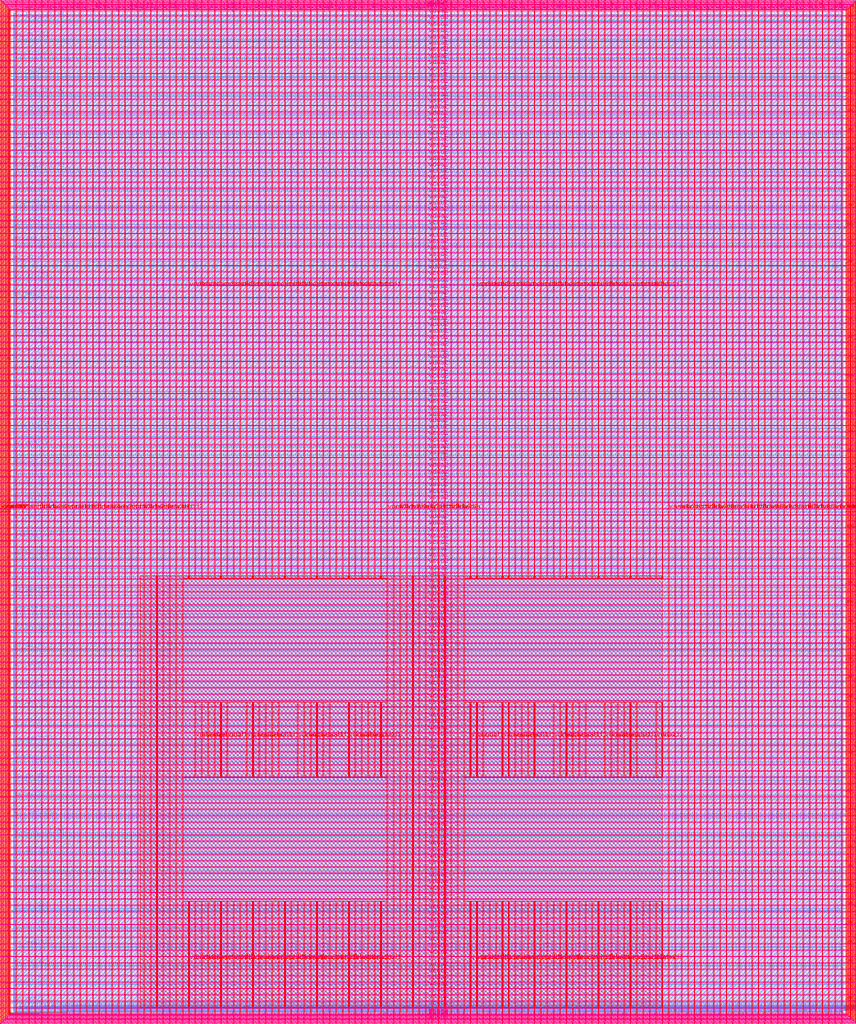
<source format=lef>
VERSION 5.7 ;
  NOWIREEXTENSIONATPIN ON ;
  DIVIDERCHAR "/" ;
  BUSBITCHARS "[]" ;
MACRO user_project_wrapper
  CLASS BLOCK ;
  FOREIGN user_project_wrapper ;
  ORIGIN 0.000 0.000 ;
  SIZE 2920.000 BY 3520.000 ;
  PIN analog_io[0]
    DIRECTION INOUT ;
    USE SIGNAL ;
    PORT
      LAYER met3 ;
        RECT 2917.600 1426.380 2924.800 1427.580 ;
    END
  END analog_io[0]
  PIN analog_io[10]
    DIRECTION INOUT ;
    USE SIGNAL ;
    PORT
      LAYER met2 ;
        RECT 2230.490 3517.600 2231.050 3524.800 ;
    END
  END analog_io[10]
  PIN analog_io[11]
    DIRECTION INOUT ;
    USE SIGNAL ;
    PORT
      LAYER met2 ;
        RECT 1905.730 3517.600 1906.290 3524.800 ;
    END
  END analog_io[11]
  PIN analog_io[12]
    DIRECTION INOUT ;
    USE SIGNAL ;
    PORT
      LAYER met2 ;
        RECT 1581.430 3517.600 1581.990 3524.800 ;
    END
  END analog_io[12]
  PIN analog_io[13]
    DIRECTION INOUT ;
    USE SIGNAL ;
    PORT
      LAYER met2 ;
        RECT 1257.130 3517.600 1257.690 3524.800 ;
    END
  END analog_io[13]
  PIN analog_io[14]
    DIRECTION INOUT ;
    USE SIGNAL ;
    PORT
      LAYER met2 ;
        RECT 932.370 3517.600 932.930 3524.800 ;
    END
  END analog_io[14]
  PIN analog_io[15]
    DIRECTION INOUT ;
    USE SIGNAL ;
    PORT
      LAYER met2 ;
        RECT 608.070 3517.600 608.630 3524.800 ;
    END
  END analog_io[15]
  PIN analog_io[16]
    DIRECTION INOUT ;
    USE SIGNAL ;
    PORT
      LAYER met2 ;
        RECT 283.770 3517.600 284.330 3524.800 ;
    END
  END analog_io[16]
  PIN analog_io[17]
    DIRECTION INOUT ;
    USE SIGNAL ;
    PORT
      LAYER met3 ;
        RECT -4.800 3486.100 2.400 3487.300 ;
    END
  END analog_io[17]
  PIN analog_io[18]
    DIRECTION INOUT ;
    USE SIGNAL ;
    PORT
      LAYER met3 ;
        RECT -4.800 3224.980 2.400 3226.180 ;
    END
  END analog_io[18]
  PIN analog_io[19]
    DIRECTION INOUT ;
    USE SIGNAL ;
    PORT
      LAYER met3 ;
        RECT -4.800 2964.540 2.400 2965.740 ;
    END
  END analog_io[19]
  PIN analog_io[1]
    DIRECTION INOUT ;
    USE SIGNAL ;
    PORT
      LAYER met3 ;
        RECT 2917.600 1692.260 2924.800 1693.460 ;
    END
  END analog_io[1]
  PIN analog_io[20]
    DIRECTION INOUT ;
    USE SIGNAL ;
    PORT
      LAYER met3 ;
        RECT -4.800 2703.420 2.400 2704.620 ;
    END
  END analog_io[20]
  PIN analog_io[21]
    DIRECTION INOUT ;
    USE SIGNAL ;
    PORT
      LAYER met3 ;
        RECT -4.800 2442.980 2.400 2444.180 ;
    END
  END analog_io[21]
  PIN analog_io[22]
    DIRECTION INOUT ;
    USE SIGNAL ;
    PORT
      LAYER met3 ;
        RECT -4.800 2182.540 2.400 2183.740 ;
    END
  END analog_io[22]
  PIN analog_io[23]
    DIRECTION INOUT ;
    USE SIGNAL ;
    PORT
      LAYER met3 ;
        RECT -4.800 1921.420 2.400 1922.620 ;
    END
  END analog_io[23]
  PIN analog_io[24]
    DIRECTION INOUT ;
    USE SIGNAL ;
    PORT
      LAYER met3 ;
        RECT -4.800 1660.980 2.400 1662.180 ;
    END
  END analog_io[24]
  PIN analog_io[25]
    DIRECTION INOUT ;
    USE SIGNAL ;
    PORT
      LAYER met3 ;
        RECT -4.800 1399.860 2.400 1401.060 ;
    END
  END analog_io[25]
  PIN analog_io[26]
    DIRECTION INOUT ;
    USE SIGNAL ;
    PORT
      LAYER met3 ;
        RECT -4.800 1139.420 2.400 1140.620 ;
    END
  END analog_io[26]
  PIN analog_io[27]
    DIRECTION INOUT ;
    USE SIGNAL ;
    PORT
      LAYER met3 ;
        RECT -4.800 878.980 2.400 880.180 ;
    END
  END analog_io[27]
  PIN analog_io[28]
    DIRECTION INOUT ;
    USE SIGNAL ;
    PORT
      LAYER met3 ;
        RECT -4.800 617.860 2.400 619.060 ;
    END
  END analog_io[28]
  PIN analog_io[2]
    DIRECTION INOUT ;
    USE SIGNAL ;
    PORT
      LAYER met3 ;
        RECT 2917.600 1958.140 2924.800 1959.340 ;
    END
  END analog_io[2]
  PIN analog_io[3]
    DIRECTION INOUT ;
    USE SIGNAL ;
    PORT
      LAYER met3 ;
        RECT 2917.600 2223.340 2924.800 2224.540 ;
    END
  END analog_io[3]
  PIN analog_io[4]
    DIRECTION INOUT ;
    USE SIGNAL ;
    PORT
      LAYER met3 ;
        RECT 2917.600 2489.220 2924.800 2490.420 ;
    END
  END analog_io[4]
  PIN analog_io[5]
    DIRECTION INOUT ;
    USE SIGNAL ;
    PORT
      LAYER met3 ;
        RECT 2917.600 2755.100 2924.800 2756.300 ;
    END
  END analog_io[5]
  PIN analog_io[6]
    DIRECTION INOUT ;
    USE SIGNAL ;
    PORT
      LAYER met3 ;
        RECT 2917.600 3020.300 2924.800 3021.500 ;
    END
  END analog_io[6]
  PIN analog_io[7]
    DIRECTION INOUT ;
    USE SIGNAL ;
    PORT
      LAYER met3 ;
        RECT 2917.600 3286.180 2924.800 3287.380 ;
    END
  END analog_io[7]
  PIN analog_io[8]
    DIRECTION INOUT ;
    USE SIGNAL ;
    PORT
      LAYER met2 ;
        RECT 2879.090 3517.600 2879.650 3524.800 ;
    END
  END analog_io[8]
  PIN analog_io[9]
    DIRECTION INOUT ;
    USE SIGNAL ;
    PORT
      LAYER met2 ;
        RECT 2554.790 3517.600 2555.350 3524.800 ;
    END
  END analog_io[9]
  PIN io_in[0]
    DIRECTION INPUT ;
    USE SIGNAL ;
    PORT
      LAYER met3 ;
        RECT 2917.600 32.380 2924.800 33.580 ;
    END
  END io_in[0]
  PIN io_in[10]
    DIRECTION INPUT ;
    USE SIGNAL ;
    PORT
      LAYER met3 ;
        RECT 2917.600 2289.980 2924.800 2291.180 ;
    END
  END io_in[10]
  PIN io_in[11]
    DIRECTION INPUT ;
    USE SIGNAL ;
    PORT
      LAYER met3 ;
        RECT 2917.600 2555.860 2924.800 2557.060 ;
    END
  END io_in[11]
  PIN io_in[12]
    DIRECTION INPUT ;
    USE SIGNAL ;
    PORT
      LAYER met3 ;
        RECT 2917.600 2821.060 2924.800 2822.260 ;
    END
  END io_in[12]
  PIN io_in[13]
    DIRECTION INPUT ;
    USE SIGNAL ;
    PORT
      LAYER met3 ;
        RECT 2917.600 3086.940 2924.800 3088.140 ;
    END
  END io_in[13]
  PIN io_in[14]
    DIRECTION INPUT ;
    USE SIGNAL ;
    PORT
      LAYER met3 ;
        RECT 2917.600 3352.820 2924.800 3354.020 ;
    END
  END io_in[14]
  PIN io_in[15]
    DIRECTION INPUT ;
    USE SIGNAL ;
    PORT
      LAYER met2 ;
        RECT 2798.130 3517.600 2798.690 3524.800 ;
    END
  END io_in[15]
  PIN io_in[16]
    DIRECTION INPUT ;
    USE SIGNAL ;
    PORT
      LAYER met2 ;
        RECT 2473.830 3517.600 2474.390 3524.800 ;
    END
  END io_in[16]
  PIN io_in[17]
    DIRECTION INPUT ;
    USE SIGNAL ;
    PORT
      LAYER met2 ;
        RECT 2149.070 3517.600 2149.630 3524.800 ;
    END
  END io_in[17]
  PIN io_in[18]
    DIRECTION INPUT ;
    USE SIGNAL ;
    PORT
      LAYER met2 ;
        RECT 1824.770 3517.600 1825.330 3524.800 ;
    END
  END io_in[18]
  PIN io_in[19]
    DIRECTION INPUT ;
    USE SIGNAL ;
    PORT
      LAYER met2 ;
        RECT 1500.470 3517.600 1501.030 3524.800 ;
    END
  END io_in[19]
  PIN io_in[1]
    DIRECTION INPUT ;
    USE SIGNAL ;
    PORT
      LAYER met3 ;
        RECT 2917.600 230.940 2924.800 232.140 ;
    END
  END io_in[1]
  PIN io_in[20]
    DIRECTION INPUT ;
    USE SIGNAL ;
    PORT
      LAYER met2 ;
        RECT 1175.710 3517.600 1176.270 3524.800 ;
    END
  END io_in[20]
  PIN io_in[21]
    DIRECTION INPUT ;
    USE SIGNAL ;
    PORT
      LAYER met2 ;
        RECT 851.410 3517.600 851.970 3524.800 ;
    END
  END io_in[21]
  PIN io_in[22]
    DIRECTION INPUT ;
    USE SIGNAL ;
    PORT
      LAYER met2 ;
        RECT 527.110 3517.600 527.670 3524.800 ;
    END
  END io_in[22]
  PIN io_in[23]
    DIRECTION INPUT ;
    USE SIGNAL ;
    PORT
      LAYER met2 ;
        RECT 202.350 3517.600 202.910 3524.800 ;
    END
  END io_in[23]
  PIN io_in[24]
    DIRECTION INPUT ;
    USE SIGNAL ;
    PORT
      LAYER met3 ;
        RECT -4.800 3420.820 2.400 3422.020 ;
    END
  END io_in[24]
  PIN io_in[25]
    DIRECTION INPUT ;
    USE SIGNAL ;
    PORT
      LAYER met3 ;
        RECT -4.800 3159.700 2.400 3160.900 ;
    END
  END io_in[25]
  PIN io_in[26]
    DIRECTION INPUT ;
    USE SIGNAL ;
    PORT
      LAYER met3 ;
        RECT -4.800 2899.260 2.400 2900.460 ;
    END
  END io_in[26]
  PIN io_in[27]
    DIRECTION INPUT ;
    USE SIGNAL ;
    PORT
      LAYER met3 ;
        RECT -4.800 2638.820 2.400 2640.020 ;
    END
  END io_in[27]
  PIN io_in[28]
    DIRECTION INPUT ;
    USE SIGNAL ;
    PORT
      LAYER met3 ;
        RECT -4.800 2377.700 2.400 2378.900 ;
    END
  END io_in[28]
  PIN io_in[29]
    DIRECTION INPUT ;
    USE SIGNAL ;
    PORT
      LAYER met3 ;
        RECT -4.800 2117.260 2.400 2118.460 ;
    END
  END io_in[29]
  PIN io_in[2]
    DIRECTION INPUT ;
    USE SIGNAL ;
    PORT
      LAYER met3 ;
        RECT 2917.600 430.180 2924.800 431.380 ;
    END
  END io_in[2]
  PIN io_in[30]
    DIRECTION INPUT ;
    USE SIGNAL ;
    PORT
      LAYER met3 ;
        RECT -4.800 1856.140 2.400 1857.340 ;
    END
  END io_in[30]
  PIN io_in[31]
    DIRECTION INPUT ;
    USE SIGNAL ;
    PORT
      LAYER met3 ;
        RECT -4.800 1595.700 2.400 1596.900 ;
    END
  END io_in[31]
  PIN io_in[32]
    DIRECTION INPUT ;
    USE SIGNAL ;
    PORT
      LAYER met3 ;
        RECT -4.800 1335.260 2.400 1336.460 ;
    END
  END io_in[32]
  PIN io_in[33]
    DIRECTION INPUT ;
    USE SIGNAL ;
    PORT
      LAYER met3 ;
        RECT -4.800 1074.140 2.400 1075.340 ;
    END
  END io_in[33]
  PIN io_in[34]
    DIRECTION INPUT ;
    USE SIGNAL ;
    PORT
      LAYER met3 ;
        RECT -4.800 813.700 2.400 814.900 ;
    END
  END io_in[34]
  PIN io_in[35]
    DIRECTION INPUT ;
    USE SIGNAL ;
    PORT
      LAYER met3 ;
        RECT -4.800 552.580 2.400 553.780 ;
    END
  END io_in[35]
  PIN io_in[36]
    DIRECTION INPUT ;
    USE SIGNAL ;
    PORT
      LAYER met3 ;
        RECT -4.800 357.420 2.400 358.620 ;
    END
  END io_in[36]
  PIN io_in[37]
    DIRECTION INPUT ;
    USE SIGNAL ;
    PORT
      LAYER met3 ;
        RECT -4.800 161.580 2.400 162.780 ;
    END
  END io_in[37]
  PIN io_in[3]
    DIRECTION INPUT ;
    USE SIGNAL ;
    PORT
      LAYER met3 ;
        RECT 2917.600 629.420 2924.800 630.620 ;
    END
  END io_in[3]
  PIN io_in[4]
    DIRECTION INPUT ;
    USE SIGNAL ;
    PORT
      LAYER met3 ;
        RECT 2917.600 828.660 2924.800 829.860 ;
    END
  END io_in[4]
  PIN io_in[5]
    DIRECTION INPUT ;
    USE SIGNAL ;
    PORT
      LAYER met3 ;
        RECT 2917.600 1027.900 2924.800 1029.100 ;
    END
  END io_in[5]
  PIN io_in[6]
    DIRECTION INPUT ;
    USE SIGNAL ;
    PORT
      LAYER met3 ;
        RECT 2917.600 1227.140 2924.800 1228.340 ;
    END
  END io_in[6]
  PIN io_in[7]
    DIRECTION INPUT ;
    USE SIGNAL ;
    PORT
      LAYER met3 ;
        RECT 2917.600 1493.020 2924.800 1494.220 ;
    END
  END io_in[7]
  PIN io_in[8]
    DIRECTION INPUT ;
    USE SIGNAL ;
    PORT
      LAYER met3 ;
        RECT 2917.600 1758.900 2924.800 1760.100 ;
    END
  END io_in[8]
  PIN io_in[9]
    DIRECTION INPUT ;
    USE SIGNAL ;
    PORT
      LAYER met3 ;
        RECT 2917.600 2024.100 2924.800 2025.300 ;
    END
  END io_in[9]
  PIN io_oeb[0]
    DIRECTION OUTPUT TRISTATE ;
    USE SIGNAL ;
    PORT
      LAYER met3 ;
        RECT 2917.600 164.980 2924.800 166.180 ;
    END
  END io_oeb[0]
  PIN io_oeb[10]
    DIRECTION OUTPUT TRISTATE ;
    USE SIGNAL ;
    PORT
      LAYER met3 ;
        RECT 2917.600 2422.580 2924.800 2423.780 ;
    END
  END io_oeb[10]
  PIN io_oeb[11]
    DIRECTION OUTPUT TRISTATE ;
    USE SIGNAL ;
    PORT
      LAYER met3 ;
        RECT 2917.600 2688.460 2924.800 2689.660 ;
    END
  END io_oeb[11]
  PIN io_oeb[12]
    DIRECTION OUTPUT TRISTATE ;
    USE SIGNAL ;
    PORT
      LAYER met3 ;
        RECT 2917.600 2954.340 2924.800 2955.540 ;
    END
  END io_oeb[12]
  PIN io_oeb[13]
    DIRECTION OUTPUT TRISTATE ;
    USE SIGNAL ;
    PORT
      LAYER met3 ;
        RECT 2917.600 3219.540 2924.800 3220.740 ;
    END
  END io_oeb[13]
  PIN io_oeb[14]
    DIRECTION OUTPUT TRISTATE ;
    USE SIGNAL ;
    PORT
      LAYER met3 ;
        RECT 2917.600 3485.420 2924.800 3486.620 ;
    END
  END io_oeb[14]
  PIN io_oeb[15]
    DIRECTION OUTPUT TRISTATE ;
    USE SIGNAL ;
    PORT
      LAYER met2 ;
        RECT 2635.750 3517.600 2636.310 3524.800 ;
    END
  END io_oeb[15]
  PIN io_oeb[16]
    DIRECTION OUTPUT TRISTATE ;
    USE SIGNAL ;
    PORT
      LAYER met2 ;
        RECT 2311.450 3517.600 2312.010 3524.800 ;
    END
  END io_oeb[16]
  PIN io_oeb[17]
    DIRECTION OUTPUT TRISTATE ;
    USE SIGNAL ;
    PORT
      LAYER met2 ;
        RECT 1987.150 3517.600 1987.710 3524.800 ;
    END
  END io_oeb[17]
  PIN io_oeb[18]
    DIRECTION OUTPUT TRISTATE ;
    USE SIGNAL ;
    PORT
      LAYER met2 ;
        RECT 1662.390 3517.600 1662.950 3524.800 ;
    END
  END io_oeb[18]
  PIN io_oeb[19]
    DIRECTION OUTPUT TRISTATE ;
    USE SIGNAL ;
    PORT
      LAYER met2 ;
        RECT 1338.090 3517.600 1338.650 3524.800 ;
    END
  END io_oeb[19]
  PIN io_oeb[1]
    DIRECTION OUTPUT TRISTATE ;
    USE SIGNAL ;
    PORT
      LAYER met3 ;
        RECT 2917.600 364.220 2924.800 365.420 ;
    END
  END io_oeb[1]
  PIN io_oeb[20]
    DIRECTION OUTPUT TRISTATE ;
    USE SIGNAL ;
    PORT
      LAYER met2 ;
        RECT 1013.790 3517.600 1014.350 3524.800 ;
    END
  END io_oeb[20]
  PIN io_oeb[21]
    DIRECTION OUTPUT TRISTATE ;
    USE SIGNAL ;
    PORT
      LAYER met2 ;
        RECT 689.030 3517.600 689.590 3524.800 ;
    END
  END io_oeb[21]
  PIN io_oeb[22]
    DIRECTION OUTPUT TRISTATE ;
    USE SIGNAL ;
    PORT
      LAYER met2 ;
        RECT 364.730 3517.600 365.290 3524.800 ;
    END
  END io_oeb[22]
  PIN io_oeb[23]
    DIRECTION OUTPUT TRISTATE ;
    USE SIGNAL ;
    PORT
      LAYER met2 ;
        RECT 40.430 3517.600 40.990 3524.800 ;
    END
  END io_oeb[23]
  PIN io_oeb[24]
    DIRECTION OUTPUT TRISTATE ;
    USE SIGNAL ;
    PORT
      LAYER met3 ;
        RECT -4.800 3290.260 2.400 3291.460 ;
    END
  END io_oeb[24]
  PIN io_oeb[25]
    DIRECTION OUTPUT TRISTATE ;
    USE SIGNAL ;
    PORT
      LAYER met3 ;
        RECT -4.800 3029.820 2.400 3031.020 ;
    END
  END io_oeb[25]
  PIN io_oeb[26]
    DIRECTION OUTPUT TRISTATE ;
    USE SIGNAL ;
    PORT
      LAYER met3 ;
        RECT -4.800 2768.700 2.400 2769.900 ;
    END
  END io_oeb[26]
  PIN io_oeb[27]
    DIRECTION OUTPUT TRISTATE ;
    USE SIGNAL ;
    PORT
      LAYER met3 ;
        RECT -4.800 2508.260 2.400 2509.460 ;
    END
  END io_oeb[27]
  PIN io_oeb[28]
    DIRECTION OUTPUT TRISTATE ;
    USE SIGNAL ;
    PORT
      LAYER met3 ;
        RECT -4.800 2247.140 2.400 2248.340 ;
    END
  END io_oeb[28]
  PIN io_oeb[29]
    DIRECTION OUTPUT TRISTATE ;
    USE SIGNAL ;
    PORT
      LAYER met3 ;
        RECT -4.800 1986.700 2.400 1987.900 ;
    END
  END io_oeb[29]
  PIN io_oeb[2]
    DIRECTION OUTPUT TRISTATE ;
    USE SIGNAL ;
    PORT
      LAYER met3 ;
        RECT 2917.600 563.460 2924.800 564.660 ;
    END
  END io_oeb[2]
  PIN io_oeb[30]
    DIRECTION OUTPUT TRISTATE ;
    USE SIGNAL ;
    PORT
      LAYER met3 ;
        RECT -4.800 1726.260 2.400 1727.460 ;
    END
  END io_oeb[30]
  PIN io_oeb[31]
    DIRECTION OUTPUT TRISTATE ;
    USE SIGNAL ;
    PORT
      LAYER met3 ;
        RECT -4.800 1465.140 2.400 1466.340 ;
    END
  END io_oeb[31]
  PIN io_oeb[32]
    DIRECTION OUTPUT TRISTATE ;
    USE SIGNAL ;
    PORT
      LAYER met3 ;
        RECT -4.800 1204.700 2.400 1205.900 ;
    END
  END io_oeb[32]
  PIN io_oeb[33]
    DIRECTION OUTPUT TRISTATE ;
    USE SIGNAL ;
    PORT
      LAYER met3 ;
        RECT -4.800 943.580 2.400 944.780 ;
    END
  END io_oeb[33]
  PIN io_oeb[34]
    DIRECTION OUTPUT TRISTATE ;
    USE SIGNAL ;
    PORT
      LAYER met3 ;
        RECT -4.800 683.140 2.400 684.340 ;
    END
  END io_oeb[34]
  PIN io_oeb[35]
    DIRECTION OUTPUT TRISTATE ;
    USE SIGNAL ;
    PORT
      LAYER met3 ;
        RECT -4.800 422.700 2.400 423.900 ;
    END
  END io_oeb[35]
  PIN io_oeb[36]
    DIRECTION OUTPUT TRISTATE ;
    USE SIGNAL ;
    PORT
      LAYER met3 ;
        RECT -4.800 226.860 2.400 228.060 ;
    END
  END io_oeb[36]
  PIN io_oeb[37]
    DIRECTION OUTPUT TRISTATE ;
    USE SIGNAL ;
    PORT
      LAYER met3 ;
        RECT -4.800 31.700 2.400 32.900 ;
    END
  END io_oeb[37]
  PIN io_oeb[3]
    DIRECTION OUTPUT TRISTATE ;
    USE SIGNAL ;
    PORT
      LAYER met3 ;
        RECT 2917.600 762.700 2924.800 763.900 ;
    END
  END io_oeb[3]
  PIN io_oeb[4]
    DIRECTION OUTPUT TRISTATE ;
    USE SIGNAL ;
    PORT
      LAYER met3 ;
        RECT 2917.600 961.940 2924.800 963.140 ;
    END
  END io_oeb[4]
  PIN io_oeb[5]
    DIRECTION OUTPUT TRISTATE ;
    USE SIGNAL ;
    PORT
      LAYER met3 ;
        RECT 2917.600 1161.180 2924.800 1162.380 ;
    END
  END io_oeb[5]
  PIN io_oeb[6]
    DIRECTION OUTPUT TRISTATE ;
    USE SIGNAL ;
    PORT
      LAYER met3 ;
        RECT 2917.600 1360.420 2924.800 1361.620 ;
    END
  END io_oeb[6]
  PIN io_oeb[7]
    DIRECTION OUTPUT TRISTATE ;
    USE SIGNAL ;
    PORT
      LAYER met3 ;
        RECT 2917.600 1625.620 2924.800 1626.820 ;
    END
  END io_oeb[7]
  PIN io_oeb[8]
    DIRECTION OUTPUT TRISTATE ;
    USE SIGNAL ;
    PORT
      LAYER met3 ;
        RECT 2917.600 1891.500 2924.800 1892.700 ;
    END
  END io_oeb[8]
  PIN io_oeb[9]
    DIRECTION OUTPUT TRISTATE ;
    USE SIGNAL ;
    PORT
      LAYER met3 ;
        RECT 2917.600 2157.380 2924.800 2158.580 ;
    END
  END io_oeb[9]
  PIN io_out[0]
    DIRECTION OUTPUT TRISTATE ;
    USE SIGNAL ;
    PORT
      LAYER met3 ;
        RECT 2917.600 98.340 2924.800 99.540 ;
    END
  END io_out[0]
  PIN io_out[10]
    DIRECTION OUTPUT TRISTATE ;
    USE SIGNAL ;
    PORT
      LAYER met3 ;
        RECT 2917.600 2356.620 2924.800 2357.820 ;
    END
  END io_out[10]
  PIN io_out[11]
    DIRECTION OUTPUT TRISTATE ;
    USE SIGNAL ;
    PORT
      LAYER met3 ;
        RECT 2917.600 2621.820 2924.800 2623.020 ;
    END
  END io_out[11]
  PIN io_out[12]
    DIRECTION OUTPUT TRISTATE ;
    USE SIGNAL ;
    PORT
      LAYER met3 ;
        RECT 2917.600 2887.700 2924.800 2888.900 ;
    END
  END io_out[12]
  PIN io_out[13]
    DIRECTION OUTPUT TRISTATE ;
    USE SIGNAL ;
    PORT
      LAYER met3 ;
        RECT 2917.600 3153.580 2924.800 3154.780 ;
    END
  END io_out[13]
  PIN io_out[14]
    DIRECTION OUTPUT TRISTATE ;
    USE SIGNAL ;
    PORT
      LAYER met3 ;
        RECT 2917.600 3418.780 2924.800 3419.980 ;
    END
  END io_out[14]
  PIN io_out[15]
    DIRECTION OUTPUT TRISTATE ;
    USE SIGNAL ;
    PORT
      LAYER met2 ;
        RECT 2717.170 3517.600 2717.730 3524.800 ;
    END
  END io_out[15]
  PIN io_out[16]
    DIRECTION OUTPUT TRISTATE ;
    USE SIGNAL ;
    PORT
      LAYER met2 ;
        RECT 2392.410 3517.600 2392.970 3524.800 ;
    END
  END io_out[16]
  PIN io_out[17]
    DIRECTION OUTPUT TRISTATE ;
    USE SIGNAL ;
    PORT
      LAYER met2 ;
        RECT 2068.110 3517.600 2068.670 3524.800 ;
    END
  END io_out[17]
  PIN io_out[18]
    DIRECTION OUTPUT TRISTATE ;
    USE SIGNAL ;
    PORT
      LAYER met2 ;
        RECT 1743.810 3517.600 1744.370 3524.800 ;
    END
  END io_out[18]
  PIN io_out[19]
    DIRECTION OUTPUT TRISTATE ;
    USE SIGNAL ;
    PORT
      LAYER met2 ;
        RECT 1419.050 3517.600 1419.610 3524.800 ;
    END
  END io_out[19]
  PIN io_out[1]
    DIRECTION OUTPUT TRISTATE ;
    USE SIGNAL ;
    PORT
      LAYER met3 ;
        RECT 2917.600 297.580 2924.800 298.780 ;
    END
  END io_out[1]
  PIN io_out[20]
    DIRECTION OUTPUT TRISTATE ;
    USE SIGNAL ;
    PORT
      LAYER met2 ;
        RECT 1094.750 3517.600 1095.310 3524.800 ;
    END
  END io_out[20]
  PIN io_out[21]
    DIRECTION OUTPUT TRISTATE ;
    USE SIGNAL ;
    PORT
      LAYER met2 ;
        RECT 770.450 3517.600 771.010 3524.800 ;
    END
  END io_out[21]
  PIN io_out[22]
    DIRECTION OUTPUT TRISTATE ;
    USE SIGNAL ;
    PORT
      LAYER met2 ;
        RECT 445.690 3517.600 446.250 3524.800 ;
    END
  END io_out[22]
  PIN io_out[23]
    DIRECTION OUTPUT TRISTATE ;
    USE SIGNAL ;
    PORT
      LAYER met2 ;
        RECT 121.390 3517.600 121.950 3524.800 ;
    END
  END io_out[23]
  PIN io_out[24]
    DIRECTION OUTPUT TRISTATE ;
    USE SIGNAL ;
    PORT
      LAYER met3 ;
        RECT -4.800 3355.540 2.400 3356.740 ;
    END
  END io_out[24]
  PIN io_out[25]
    DIRECTION OUTPUT TRISTATE ;
    USE SIGNAL ;
    PORT
      LAYER met3 ;
        RECT -4.800 3095.100 2.400 3096.300 ;
    END
  END io_out[25]
  PIN io_out[26]
    DIRECTION OUTPUT TRISTATE ;
    USE SIGNAL ;
    PORT
      LAYER met3 ;
        RECT -4.800 2833.980 2.400 2835.180 ;
    END
  END io_out[26]
  PIN io_out[27]
    DIRECTION OUTPUT TRISTATE ;
    USE SIGNAL ;
    PORT
      LAYER met3 ;
        RECT -4.800 2573.540 2.400 2574.740 ;
    END
  END io_out[27]
  PIN io_out[28]
    DIRECTION OUTPUT TRISTATE ;
    USE SIGNAL ;
    PORT
      LAYER met3 ;
        RECT -4.800 2312.420 2.400 2313.620 ;
    END
  END io_out[28]
  PIN io_out[29]
    DIRECTION OUTPUT TRISTATE ;
    USE SIGNAL ;
    PORT
      LAYER met3 ;
        RECT -4.800 2051.980 2.400 2053.180 ;
    END
  END io_out[29]
  PIN io_out[2]
    DIRECTION OUTPUT TRISTATE ;
    USE SIGNAL ;
    PORT
      LAYER met3 ;
        RECT 2917.600 496.820 2924.800 498.020 ;
    END
  END io_out[2]
  PIN io_out[30]
    DIRECTION OUTPUT TRISTATE ;
    USE SIGNAL ;
    PORT
      LAYER met3 ;
        RECT -4.800 1791.540 2.400 1792.740 ;
    END
  END io_out[30]
  PIN io_out[31]
    DIRECTION OUTPUT TRISTATE ;
    USE SIGNAL ;
    PORT
      LAYER met3 ;
        RECT -4.800 1530.420 2.400 1531.620 ;
    END
  END io_out[31]
  PIN io_out[32]
    DIRECTION OUTPUT TRISTATE ;
    USE SIGNAL ;
    PORT
      LAYER met3 ;
        RECT -4.800 1269.980 2.400 1271.180 ;
    END
  END io_out[32]
  PIN io_out[33]
    DIRECTION OUTPUT TRISTATE ;
    USE SIGNAL ;
    PORT
      LAYER met3 ;
        RECT -4.800 1008.860 2.400 1010.060 ;
    END
  END io_out[33]
  PIN io_out[34]
    DIRECTION OUTPUT TRISTATE ;
    USE SIGNAL ;
    PORT
      LAYER met3 ;
        RECT -4.800 748.420 2.400 749.620 ;
    END
  END io_out[34]
  PIN io_out[35]
    DIRECTION OUTPUT TRISTATE ;
    USE SIGNAL ;
    PORT
      LAYER met3 ;
        RECT -4.800 487.300 2.400 488.500 ;
    END
  END io_out[35]
  PIN io_out[36]
    DIRECTION OUTPUT TRISTATE ;
    USE SIGNAL ;
    PORT
      LAYER met3 ;
        RECT -4.800 292.140 2.400 293.340 ;
    END
  END io_out[36]
  PIN io_out[37]
    DIRECTION OUTPUT TRISTATE ;
    USE SIGNAL ;
    PORT
      LAYER met3 ;
        RECT -4.800 96.300 2.400 97.500 ;
    END
  END io_out[37]
  PIN io_out[3]
    DIRECTION OUTPUT TRISTATE ;
    USE SIGNAL ;
    PORT
      LAYER met3 ;
        RECT 2917.600 696.060 2924.800 697.260 ;
    END
  END io_out[3]
  PIN io_out[4]
    DIRECTION OUTPUT TRISTATE ;
    USE SIGNAL ;
    PORT
      LAYER met3 ;
        RECT 2917.600 895.300 2924.800 896.500 ;
    END
  END io_out[4]
  PIN io_out[5]
    DIRECTION OUTPUT TRISTATE ;
    USE SIGNAL ;
    PORT
      LAYER met3 ;
        RECT 2917.600 1094.540 2924.800 1095.740 ;
    END
  END io_out[5]
  PIN io_out[6]
    DIRECTION OUTPUT TRISTATE ;
    USE SIGNAL ;
    PORT
      LAYER met3 ;
        RECT 2917.600 1293.780 2924.800 1294.980 ;
    END
  END io_out[6]
  PIN io_out[7]
    DIRECTION OUTPUT TRISTATE ;
    USE SIGNAL ;
    PORT
      LAYER met3 ;
        RECT 2917.600 1559.660 2924.800 1560.860 ;
    END
  END io_out[7]
  PIN io_out[8]
    DIRECTION OUTPUT TRISTATE ;
    USE SIGNAL ;
    PORT
      LAYER met3 ;
        RECT 2917.600 1824.860 2924.800 1826.060 ;
    END
  END io_out[8]
  PIN io_out[9]
    DIRECTION OUTPUT TRISTATE ;
    USE SIGNAL ;
    PORT
      LAYER met3 ;
        RECT 2917.600 2090.740 2924.800 2091.940 ;
    END
  END io_out[9]
  PIN la_data_in[0]
    DIRECTION INPUT ;
    USE SIGNAL ;
    PORT
      LAYER met2 ;
        RECT 629.230 -4.800 629.790 2.400 ;
    END
  END la_data_in[0]
  PIN la_data_in[100]
    DIRECTION INPUT ;
    USE SIGNAL ;
    PORT
      LAYER met2 ;
        RECT 2402.530 -4.800 2403.090 2.400 ;
    END
  END la_data_in[100]
  PIN la_data_in[101]
    DIRECTION INPUT ;
    USE SIGNAL ;
    PORT
      LAYER met2 ;
        RECT 2420.010 -4.800 2420.570 2.400 ;
    END
  END la_data_in[101]
  PIN la_data_in[102]
    DIRECTION INPUT ;
    USE SIGNAL ;
    PORT
      LAYER met2 ;
        RECT 2437.950 -4.800 2438.510 2.400 ;
    END
  END la_data_in[102]
  PIN la_data_in[103]
    DIRECTION INPUT ;
    USE SIGNAL ;
    PORT
      LAYER met2 ;
        RECT 2455.430 -4.800 2455.990 2.400 ;
    END
  END la_data_in[103]
  PIN la_data_in[104]
    DIRECTION INPUT ;
    USE SIGNAL ;
    PORT
      LAYER met2 ;
        RECT 2473.370 -4.800 2473.930 2.400 ;
    END
  END la_data_in[104]
  PIN la_data_in[105]
    DIRECTION INPUT ;
    USE SIGNAL ;
    PORT
      LAYER met2 ;
        RECT 2490.850 -4.800 2491.410 2.400 ;
    END
  END la_data_in[105]
  PIN la_data_in[106]
    DIRECTION INPUT ;
    USE SIGNAL ;
    PORT
      LAYER met2 ;
        RECT 2508.790 -4.800 2509.350 2.400 ;
    END
  END la_data_in[106]
  PIN la_data_in[107]
    DIRECTION INPUT ;
    USE SIGNAL ;
    PORT
      LAYER met2 ;
        RECT 2526.730 -4.800 2527.290 2.400 ;
    END
  END la_data_in[107]
  PIN la_data_in[108]
    DIRECTION INPUT ;
    USE SIGNAL ;
    PORT
      LAYER met2 ;
        RECT 2544.210 -4.800 2544.770 2.400 ;
    END
  END la_data_in[108]
  PIN la_data_in[109]
    DIRECTION INPUT ;
    USE SIGNAL ;
    PORT
      LAYER met2 ;
        RECT 2562.150 -4.800 2562.710 2.400 ;
    END
  END la_data_in[109]
  PIN la_data_in[10]
    DIRECTION INPUT ;
    USE SIGNAL ;
    PORT
      LAYER met2 ;
        RECT 806.330 -4.800 806.890 2.400 ;
    END
  END la_data_in[10]
  PIN la_data_in[110]
    DIRECTION INPUT ;
    USE SIGNAL ;
    PORT
      LAYER met2 ;
        RECT 2579.630 -4.800 2580.190 2.400 ;
    END
  END la_data_in[110]
  PIN la_data_in[111]
    DIRECTION INPUT ;
    USE SIGNAL ;
    PORT
      LAYER met2 ;
        RECT 2597.570 -4.800 2598.130 2.400 ;
    END
  END la_data_in[111]
  PIN la_data_in[112]
    DIRECTION INPUT ;
    USE SIGNAL ;
    PORT
      LAYER met2 ;
        RECT 2615.050 -4.800 2615.610 2.400 ;
    END
  END la_data_in[112]
  PIN la_data_in[113]
    DIRECTION INPUT ;
    USE SIGNAL ;
    PORT
      LAYER met2 ;
        RECT 2632.990 -4.800 2633.550 2.400 ;
    END
  END la_data_in[113]
  PIN la_data_in[114]
    DIRECTION INPUT ;
    USE SIGNAL ;
    PORT
      LAYER met2 ;
        RECT 2650.470 -4.800 2651.030 2.400 ;
    END
  END la_data_in[114]
  PIN la_data_in[115]
    DIRECTION INPUT ;
    USE SIGNAL ;
    PORT
      LAYER met2 ;
        RECT 2668.410 -4.800 2668.970 2.400 ;
    END
  END la_data_in[115]
  PIN la_data_in[116]
    DIRECTION INPUT ;
    USE SIGNAL ;
    PORT
      LAYER met2 ;
        RECT 2685.890 -4.800 2686.450 2.400 ;
    END
  END la_data_in[116]
  PIN la_data_in[117]
    DIRECTION INPUT ;
    USE SIGNAL ;
    PORT
      LAYER met2 ;
        RECT 2703.830 -4.800 2704.390 2.400 ;
    END
  END la_data_in[117]
  PIN la_data_in[118]
    DIRECTION INPUT ;
    USE SIGNAL ;
    PORT
      LAYER met2 ;
        RECT 2721.770 -4.800 2722.330 2.400 ;
    END
  END la_data_in[118]
  PIN la_data_in[119]
    DIRECTION INPUT ;
    USE SIGNAL ;
    PORT
      LAYER met2 ;
        RECT 2739.250 -4.800 2739.810 2.400 ;
    END
  END la_data_in[119]
  PIN la_data_in[11]
    DIRECTION INPUT ;
    USE SIGNAL ;
    PORT
      LAYER met2 ;
        RECT 824.270 -4.800 824.830 2.400 ;
    END
  END la_data_in[11]
  PIN la_data_in[120]
    DIRECTION INPUT ;
    USE SIGNAL ;
    PORT
      LAYER met2 ;
        RECT 2757.190 -4.800 2757.750 2.400 ;
    END
  END la_data_in[120]
  PIN la_data_in[121]
    DIRECTION INPUT ;
    USE SIGNAL ;
    PORT
      LAYER met2 ;
        RECT 2774.670 -4.800 2775.230 2.400 ;
    END
  END la_data_in[121]
  PIN la_data_in[122]
    DIRECTION INPUT ;
    USE SIGNAL ;
    PORT
      LAYER met2 ;
        RECT 2792.610 -4.800 2793.170 2.400 ;
    END
  END la_data_in[122]
  PIN la_data_in[123]
    DIRECTION INPUT ;
    USE SIGNAL ;
    PORT
      LAYER met2 ;
        RECT 2810.090 -4.800 2810.650 2.400 ;
    END
  END la_data_in[123]
  PIN la_data_in[124]
    DIRECTION INPUT ;
    USE SIGNAL ;
    PORT
      LAYER met2 ;
        RECT 2828.030 -4.800 2828.590 2.400 ;
    END
  END la_data_in[124]
  PIN la_data_in[125]
    DIRECTION INPUT ;
    USE SIGNAL ;
    PORT
      LAYER met2 ;
        RECT 2845.510 -4.800 2846.070 2.400 ;
    END
  END la_data_in[125]
  PIN la_data_in[126]
    DIRECTION INPUT ;
    USE SIGNAL ;
    PORT
      LAYER met2 ;
        RECT 2863.450 -4.800 2864.010 2.400 ;
    END
  END la_data_in[126]
  PIN la_data_in[127]
    DIRECTION INPUT ;
    USE SIGNAL ;
    PORT
      LAYER met2 ;
        RECT 2881.390 -4.800 2881.950 2.400 ;
    END
  END la_data_in[127]
  PIN la_data_in[12]
    DIRECTION INPUT ;
    USE SIGNAL ;
    PORT
      LAYER met2 ;
        RECT 841.750 -4.800 842.310 2.400 ;
    END
  END la_data_in[12]
  PIN la_data_in[13]
    DIRECTION INPUT ;
    USE SIGNAL ;
    PORT
      LAYER met2 ;
        RECT 859.690 -4.800 860.250 2.400 ;
    END
  END la_data_in[13]
  PIN la_data_in[14]
    DIRECTION INPUT ;
    USE SIGNAL ;
    PORT
      LAYER met2 ;
        RECT 877.170 -4.800 877.730 2.400 ;
    END
  END la_data_in[14]
  PIN la_data_in[15]
    DIRECTION INPUT ;
    USE SIGNAL ;
    PORT
      LAYER met2 ;
        RECT 895.110 -4.800 895.670 2.400 ;
    END
  END la_data_in[15]
  PIN la_data_in[16]
    DIRECTION INPUT ;
    USE SIGNAL ;
    PORT
      LAYER met2 ;
        RECT 912.590 -4.800 913.150 2.400 ;
    END
  END la_data_in[16]
  PIN la_data_in[17]
    DIRECTION INPUT ;
    USE SIGNAL ;
    PORT
      LAYER met2 ;
        RECT 930.530 -4.800 931.090 2.400 ;
    END
  END la_data_in[17]
  PIN la_data_in[18]
    DIRECTION INPUT ;
    USE SIGNAL ;
    PORT
      LAYER met2 ;
        RECT 948.470 -4.800 949.030 2.400 ;
    END
  END la_data_in[18]
  PIN la_data_in[19]
    DIRECTION INPUT ;
    USE SIGNAL ;
    PORT
      LAYER met2 ;
        RECT 965.950 -4.800 966.510 2.400 ;
    END
  END la_data_in[19]
  PIN la_data_in[1]
    DIRECTION INPUT ;
    USE SIGNAL ;
    PORT
      LAYER met2 ;
        RECT 646.710 -4.800 647.270 2.400 ;
    END
  END la_data_in[1]
  PIN la_data_in[20]
    DIRECTION INPUT ;
    USE SIGNAL ;
    PORT
      LAYER met2 ;
        RECT 983.890 -4.800 984.450 2.400 ;
    END
  END la_data_in[20]
  PIN la_data_in[21]
    DIRECTION INPUT ;
    USE SIGNAL ;
    PORT
      LAYER met2 ;
        RECT 1001.370 -4.800 1001.930 2.400 ;
    END
  END la_data_in[21]
  PIN la_data_in[22]
    DIRECTION INPUT ;
    USE SIGNAL ;
    PORT
      LAYER met2 ;
        RECT 1019.310 -4.800 1019.870 2.400 ;
    END
  END la_data_in[22]
  PIN la_data_in[23]
    DIRECTION INPUT ;
    USE SIGNAL ;
    PORT
      LAYER met2 ;
        RECT 1036.790 -4.800 1037.350 2.400 ;
    END
  END la_data_in[23]
  PIN la_data_in[24]
    DIRECTION INPUT ;
    USE SIGNAL ;
    PORT
      LAYER met2 ;
        RECT 1054.730 -4.800 1055.290 2.400 ;
    END
  END la_data_in[24]
  PIN la_data_in[25]
    DIRECTION INPUT ;
    USE SIGNAL ;
    PORT
      LAYER met2 ;
        RECT 1072.210 -4.800 1072.770 2.400 ;
    END
  END la_data_in[25]
  PIN la_data_in[26]
    DIRECTION INPUT ;
    USE SIGNAL ;
    PORT
      LAYER met2 ;
        RECT 1090.150 -4.800 1090.710 2.400 ;
    END
  END la_data_in[26]
  PIN la_data_in[27]
    DIRECTION INPUT ;
    USE SIGNAL ;
    PORT
      LAYER met2 ;
        RECT 1107.630 -4.800 1108.190 2.400 ;
    END
  END la_data_in[27]
  PIN la_data_in[28]
    DIRECTION INPUT ;
    USE SIGNAL ;
    PORT
      LAYER met2 ;
        RECT 1125.570 -4.800 1126.130 2.400 ;
    END
  END la_data_in[28]
  PIN la_data_in[29]
    DIRECTION INPUT ;
    USE SIGNAL ;
    PORT
      LAYER met2 ;
        RECT 1143.510 -4.800 1144.070 2.400 ;
    END
  END la_data_in[29]
  PIN la_data_in[2]
    DIRECTION INPUT ;
    USE SIGNAL ;
    PORT
      LAYER met2 ;
        RECT 664.650 -4.800 665.210 2.400 ;
    END
  END la_data_in[2]
  PIN la_data_in[30]
    DIRECTION INPUT ;
    USE SIGNAL ;
    PORT
      LAYER met2 ;
        RECT 1160.990 -4.800 1161.550 2.400 ;
    END
  END la_data_in[30]
  PIN la_data_in[31]
    DIRECTION INPUT ;
    USE SIGNAL ;
    PORT
      LAYER met2 ;
        RECT 1178.930 -4.800 1179.490 2.400 ;
    END
  END la_data_in[31]
  PIN la_data_in[32]
    DIRECTION INPUT ;
    USE SIGNAL ;
    PORT
      LAYER met2 ;
        RECT 1196.410 -4.800 1196.970 2.400 ;
    END
  END la_data_in[32]
  PIN la_data_in[33]
    DIRECTION INPUT ;
    USE SIGNAL ;
    PORT
      LAYER met2 ;
        RECT 1214.350 -4.800 1214.910 2.400 ;
    END
  END la_data_in[33]
  PIN la_data_in[34]
    DIRECTION INPUT ;
    USE SIGNAL ;
    PORT
      LAYER met2 ;
        RECT 1231.830 -4.800 1232.390 2.400 ;
    END
  END la_data_in[34]
  PIN la_data_in[35]
    DIRECTION INPUT ;
    USE SIGNAL ;
    PORT
      LAYER met2 ;
        RECT 1249.770 -4.800 1250.330 2.400 ;
    END
  END la_data_in[35]
  PIN la_data_in[36]
    DIRECTION INPUT ;
    USE SIGNAL ;
    PORT
      LAYER met2 ;
        RECT 1267.250 -4.800 1267.810 2.400 ;
    END
  END la_data_in[36]
  PIN la_data_in[37]
    DIRECTION INPUT ;
    USE SIGNAL ;
    PORT
      LAYER met2 ;
        RECT 1285.190 -4.800 1285.750 2.400 ;
    END
  END la_data_in[37]
  PIN la_data_in[38]
    DIRECTION INPUT ;
    USE SIGNAL ;
    PORT
      LAYER met2 ;
        RECT 1303.130 -4.800 1303.690 2.400 ;
    END
  END la_data_in[38]
  PIN la_data_in[39]
    DIRECTION INPUT ;
    USE SIGNAL ;
    PORT
      LAYER met2 ;
        RECT 1320.610 -4.800 1321.170 2.400 ;
    END
  END la_data_in[39]
  PIN la_data_in[3]
    DIRECTION INPUT ;
    USE SIGNAL ;
    PORT
      LAYER met2 ;
        RECT 682.130 -4.800 682.690 2.400 ;
    END
  END la_data_in[3]
  PIN la_data_in[40]
    DIRECTION INPUT ;
    USE SIGNAL ;
    PORT
      LAYER met2 ;
        RECT 1338.550 -4.800 1339.110 2.400 ;
    END
  END la_data_in[40]
  PIN la_data_in[41]
    DIRECTION INPUT ;
    USE SIGNAL ;
    PORT
      LAYER met2 ;
        RECT 1356.030 -4.800 1356.590 2.400 ;
    END
  END la_data_in[41]
  PIN la_data_in[42]
    DIRECTION INPUT ;
    USE SIGNAL ;
    PORT
      LAYER met2 ;
        RECT 1373.970 -4.800 1374.530 2.400 ;
    END
  END la_data_in[42]
  PIN la_data_in[43]
    DIRECTION INPUT ;
    USE SIGNAL ;
    PORT
      LAYER met2 ;
        RECT 1391.450 -4.800 1392.010 2.400 ;
    END
  END la_data_in[43]
  PIN la_data_in[44]
    DIRECTION INPUT ;
    USE SIGNAL ;
    PORT
      LAYER met2 ;
        RECT 1409.390 -4.800 1409.950 2.400 ;
    END
  END la_data_in[44]
  PIN la_data_in[45]
    DIRECTION INPUT ;
    USE SIGNAL ;
    PORT
      LAYER met2 ;
        RECT 1426.870 -4.800 1427.430 2.400 ;
    END
  END la_data_in[45]
  PIN la_data_in[46]
    DIRECTION INPUT ;
    USE SIGNAL ;
    PORT
      LAYER met2 ;
        RECT 1444.810 -4.800 1445.370 2.400 ;
    END
  END la_data_in[46]
  PIN la_data_in[47]
    DIRECTION INPUT ;
    USE SIGNAL ;
    PORT
      LAYER met2 ;
        RECT 1462.750 -4.800 1463.310 2.400 ;
    END
  END la_data_in[47]
  PIN la_data_in[48]
    DIRECTION INPUT ;
    USE SIGNAL ;
    PORT
      LAYER met2 ;
        RECT 1480.230 -4.800 1480.790 2.400 ;
    END
  END la_data_in[48]
  PIN la_data_in[49]
    DIRECTION INPUT ;
    USE SIGNAL ;
    PORT
      LAYER met2 ;
        RECT 1498.170 -4.800 1498.730 2.400 ;
    END
  END la_data_in[49]
  PIN la_data_in[4]
    DIRECTION INPUT ;
    USE SIGNAL ;
    PORT
      LAYER met2 ;
        RECT 700.070 -4.800 700.630 2.400 ;
    END
  END la_data_in[4]
  PIN la_data_in[50]
    DIRECTION INPUT ;
    USE SIGNAL ;
    PORT
      LAYER met2 ;
        RECT 1515.650 -4.800 1516.210 2.400 ;
    END
  END la_data_in[50]
  PIN la_data_in[51]
    DIRECTION INPUT ;
    USE SIGNAL ;
    PORT
      LAYER met2 ;
        RECT 1533.590 -4.800 1534.150 2.400 ;
    END
  END la_data_in[51]
  PIN la_data_in[52]
    DIRECTION INPUT ;
    USE SIGNAL ;
    PORT
      LAYER met2 ;
        RECT 1551.070 -4.800 1551.630 2.400 ;
    END
  END la_data_in[52]
  PIN la_data_in[53]
    DIRECTION INPUT ;
    USE SIGNAL ;
    PORT
      LAYER met2 ;
        RECT 1569.010 -4.800 1569.570 2.400 ;
    END
  END la_data_in[53]
  PIN la_data_in[54]
    DIRECTION INPUT ;
    USE SIGNAL ;
    PORT
      LAYER met2 ;
        RECT 1586.490 -4.800 1587.050 2.400 ;
    END
  END la_data_in[54]
  PIN la_data_in[55]
    DIRECTION INPUT ;
    USE SIGNAL ;
    PORT
      LAYER met2 ;
        RECT 1604.430 -4.800 1604.990 2.400 ;
    END
  END la_data_in[55]
  PIN la_data_in[56]
    DIRECTION INPUT ;
    USE SIGNAL ;
    PORT
      LAYER met2 ;
        RECT 1621.910 -4.800 1622.470 2.400 ;
    END
  END la_data_in[56]
  PIN la_data_in[57]
    DIRECTION INPUT ;
    USE SIGNAL ;
    PORT
      LAYER met2 ;
        RECT 1639.850 -4.800 1640.410 2.400 ;
    END
  END la_data_in[57]
  PIN la_data_in[58]
    DIRECTION INPUT ;
    USE SIGNAL ;
    PORT
      LAYER met2 ;
        RECT 1657.790 -4.800 1658.350 2.400 ;
    END
  END la_data_in[58]
  PIN la_data_in[59]
    DIRECTION INPUT ;
    USE SIGNAL ;
    PORT
      LAYER met2 ;
        RECT 1675.270 -4.800 1675.830 2.400 ;
    END
  END la_data_in[59]
  PIN la_data_in[5]
    DIRECTION INPUT ;
    USE SIGNAL ;
    PORT
      LAYER met2 ;
        RECT 717.550 -4.800 718.110 2.400 ;
    END
  END la_data_in[5]
  PIN la_data_in[60]
    DIRECTION INPUT ;
    USE SIGNAL ;
    PORT
      LAYER met2 ;
        RECT 1693.210 -4.800 1693.770 2.400 ;
    END
  END la_data_in[60]
  PIN la_data_in[61]
    DIRECTION INPUT ;
    USE SIGNAL ;
    PORT
      LAYER met2 ;
        RECT 1710.690 -4.800 1711.250 2.400 ;
    END
  END la_data_in[61]
  PIN la_data_in[62]
    DIRECTION INPUT ;
    USE SIGNAL ;
    PORT
      LAYER met2 ;
        RECT 1728.630 -4.800 1729.190 2.400 ;
    END
  END la_data_in[62]
  PIN la_data_in[63]
    DIRECTION INPUT ;
    USE SIGNAL ;
    PORT
      LAYER met2 ;
        RECT 1746.110 -4.800 1746.670 2.400 ;
    END
  END la_data_in[63]
  PIN la_data_in[64]
    DIRECTION INPUT ;
    USE SIGNAL ;
    PORT
      LAYER met2 ;
        RECT 1764.050 -4.800 1764.610 2.400 ;
    END
  END la_data_in[64]
  PIN la_data_in[65]
    DIRECTION INPUT ;
    USE SIGNAL ;
    PORT
      LAYER met2 ;
        RECT 1781.530 -4.800 1782.090 2.400 ;
    END
  END la_data_in[65]
  PIN la_data_in[66]
    DIRECTION INPUT ;
    USE SIGNAL ;
    PORT
      LAYER met2 ;
        RECT 1799.470 -4.800 1800.030 2.400 ;
    END
  END la_data_in[66]
  PIN la_data_in[67]
    DIRECTION INPUT ;
    USE SIGNAL ;
    PORT
      LAYER met2 ;
        RECT 1817.410 -4.800 1817.970 2.400 ;
    END
  END la_data_in[67]
  PIN la_data_in[68]
    DIRECTION INPUT ;
    USE SIGNAL ;
    PORT
      LAYER met2 ;
        RECT 1834.890 -4.800 1835.450 2.400 ;
    END
  END la_data_in[68]
  PIN la_data_in[69]
    DIRECTION INPUT ;
    USE SIGNAL ;
    PORT
      LAYER met2 ;
        RECT 1852.830 -4.800 1853.390 2.400 ;
    END
  END la_data_in[69]
  PIN la_data_in[6]
    DIRECTION INPUT ;
    USE SIGNAL ;
    PORT
      LAYER met2 ;
        RECT 735.490 -4.800 736.050 2.400 ;
    END
  END la_data_in[6]
  PIN la_data_in[70]
    DIRECTION INPUT ;
    USE SIGNAL ;
    PORT
      LAYER met2 ;
        RECT 1870.310 -4.800 1870.870 2.400 ;
    END
  END la_data_in[70]
  PIN la_data_in[71]
    DIRECTION INPUT ;
    USE SIGNAL ;
    PORT
      LAYER met2 ;
        RECT 1888.250 -4.800 1888.810 2.400 ;
    END
  END la_data_in[71]
  PIN la_data_in[72]
    DIRECTION INPUT ;
    USE SIGNAL ;
    PORT
      LAYER met2 ;
        RECT 1905.730 -4.800 1906.290 2.400 ;
    END
  END la_data_in[72]
  PIN la_data_in[73]
    DIRECTION INPUT ;
    USE SIGNAL ;
    PORT
      LAYER met2 ;
        RECT 1923.670 -4.800 1924.230 2.400 ;
    END
  END la_data_in[73]
  PIN la_data_in[74]
    DIRECTION INPUT ;
    USE SIGNAL ;
    PORT
      LAYER met2 ;
        RECT 1941.150 -4.800 1941.710 2.400 ;
    END
  END la_data_in[74]
  PIN la_data_in[75]
    DIRECTION INPUT ;
    USE SIGNAL ;
    PORT
      LAYER met2 ;
        RECT 1959.090 -4.800 1959.650 2.400 ;
    END
  END la_data_in[75]
  PIN la_data_in[76]
    DIRECTION INPUT ;
    USE SIGNAL ;
    PORT
      LAYER met2 ;
        RECT 1976.570 -4.800 1977.130 2.400 ;
    END
  END la_data_in[76]
  PIN la_data_in[77]
    DIRECTION INPUT ;
    USE SIGNAL ;
    PORT
      LAYER met2 ;
        RECT 1994.510 -4.800 1995.070 2.400 ;
    END
  END la_data_in[77]
  PIN la_data_in[78]
    DIRECTION INPUT ;
    USE SIGNAL ;
    PORT
      LAYER met2 ;
        RECT 2012.450 -4.800 2013.010 2.400 ;
    END
  END la_data_in[78]
  PIN la_data_in[79]
    DIRECTION INPUT ;
    USE SIGNAL ;
    PORT
      LAYER met2 ;
        RECT 2029.930 -4.800 2030.490 2.400 ;
    END
  END la_data_in[79]
  PIN la_data_in[7]
    DIRECTION INPUT ;
    USE SIGNAL ;
    PORT
      LAYER met2 ;
        RECT 752.970 -4.800 753.530 2.400 ;
    END
  END la_data_in[7]
  PIN la_data_in[80]
    DIRECTION INPUT ;
    USE SIGNAL ;
    PORT
      LAYER met2 ;
        RECT 2047.870 -4.800 2048.430 2.400 ;
    END
  END la_data_in[80]
  PIN la_data_in[81]
    DIRECTION INPUT ;
    USE SIGNAL ;
    PORT
      LAYER met2 ;
        RECT 2065.350 -4.800 2065.910 2.400 ;
    END
  END la_data_in[81]
  PIN la_data_in[82]
    DIRECTION INPUT ;
    USE SIGNAL ;
    PORT
      LAYER met2 ;
        RECT 2083.290 -4.800 2083.850 2.400 ;
    END
  END la_data_in[82]
  PIN la_data_in[83]
    DIRECTION INPUT ;
    USE SIGNAL ;
    PORT
      LAYER met2 ;
        RECT 2100.770 -4.800 2101.330 2.400 ;
    END
  END la_data_in[83]
  PIN la_data_in[84]
    DIRECTION INPUT ;
    USE SIGNAL ;
    PORT
      LAYER met2 ;
        RECT 2118.710 -4.800 2119.270 2.400 ;
    END
  END la_data_in[84]
  PIN la_data_in[85]
    DIRECTION INPUT ;
    USE SIGNAL ;
    PORT
      LAYER met2 ;
        RECT 2136.190 -4.800 2136.750 2.400 ;
    END
  END la_data_in[85]
  PIN la_data_in[86]
    DIRECTION INPUT ;
    USE SIGNAL ;
    PORT
      LAYER met2 ;
        RECT 2154.130 -4.800 2154.690 2.400 ;
    END
  END la_data_in[86]
  PIN la_data_in[87]
    DIRECTION INPUT ;
    USE SIGNAL ;
    PORT
      LAYER met2 ;
        RECT 2172.070 -4.800 2172.630 2.400 ;
    END
  END la_data_in[87]
  PIN la_data_in[88]
    DIRECTION INPUT ;
    USE SIGNAL ;
    PORT
      LAYER met2 ;
        RECT 2189.550 -4.800 2190.110 2.400 ;
    END
  END la_data_in[88]
  PIN la_data_in[89]
    DIRECTION INPUT ;
    USE SIGNAL ;
    PORT
      LAYER met2 ;
        RECT 2207.490 -4.800 2208.050 2.400 ;
    END
  END la_data_in[89]
  PIN la_data_in[8]
    DIRECTION INPUT ;
    USE SIGNAL ;
    PORT
      LAYER met2 ;
        RECT 770.910 -4.800 771.470 2.400 ;
    END
  END la_data_in[8]
  PIN la_data_in[90]
    DIRECTION INPUT ;
    USE SIGNAL ;
    PORT
      LAYER met2 ;
        RECT 2224.970 -4.800 2225.530 2.400 ;
    END
  END la_data_in[90]
  PIN la_data_in[91]
    DIRECTION INPUT ;
    USE SIGNAL ;
    PORT
      LAYER met2 ;
        RECT 2242.910 -4.800 2243.470 2.400 ;
    END
  END la_data_in[91]
  PIN la_data_in[92]
    DIRECTION INPUT ;
    USE SIGNAL ;
    PORT
      LAYER met2 ;
        RECT 2260.390 -4.800 2260.950 2.400 ;
    END
  END la_data_in[92]
  PIN la_data_in[93]
    DIRECTION INPUT ;
    USE SIGNAL ;
    PORT
      LAYER met2 ;
        RECT 2278.330 -4.800 2278.890 2.400 ;
    END
  END la_data_in[93]
  PIN la_data_in[94]
    DIRECTION INPUT ;
    USE SIGNAL ;
    PORT
      LAYER met2 ;
        RECT 2295.810 -4.800 2296.370 2.400 ;
    END
  END la_data_in[94]
  PIN la_data_in[95]
    DIRECTION INPUT ;
    USE SIGNAL ;
    PORT
      LAYER met2 ;
        RECT 2313.750 -4.800 2314.310 2.400 ;
    END
  END la_data_in[95]
  PIN la_data_in[96]
    DIRECTION INPUT ;
    USE SIGNAL ;
    PORT
      LAYER met2 ;
        RECT 2331.230 -4.800 2331.790 2.400 ;
    END
  END la_data_in[96]
  PIN la_data_in[97]
    DIRECTION INPUT ;
    USE SIGNAL ;
    PORT
      LAYER met2 ;
        RECT 2349.170 -4.800 2349.730 2.400 ;
    END
  END la_data_in[97]
  PIN la_data_in[98]
    DIRECTION INPUT ;
    USE SIGNAL ;
    PORT
      LAYER met2 ;
        RECT 2367.110 -4.800 2367.670 2.400 ;
    END
  END la_data_in[98]
  PIN la_data_in[99]
    DIRECTION INPUT ;
    USE SIGNAL ;
    PORT
      LAYER met2 ;
        RECT 2384.590 -4.800 2385.150 2.400 ;
    END
  END la_data_in[99]
  PIN la_data_in[9]
    DIRECTION INPUT ;
    USE SIGNAL ;
    PORT
      LAYER met2 ;
        RECT 788.850 -4.800 789.410 2.400 ;
    END
  END la_data_in[9]
  PIN la_data_out[0]
    DIRECTION OUTPUT TRISTATE ;
    USE SIGNAL ;
    PORT
      LAYER met2 ;
        RECT 634.750 -4.800 635.310 2.400 ;
    END
  END la_data_out[0]
  PIN la_data_out[100]
    DIRECTION OUTPUT TRISTATE ;
    USE SIGNAL ;
    PORT
      LAYER met2 ;
        RECT 2408.510 -4.800 2409.070 2.400 ;
    END
  END la_data_out[100]
  PIN la_data_out[101]
    DIRECTION OUTPUT TRISTATE ;
    USE SIGNAL ;
    PORT
      LAYER met2 ;
        RECT 2425.990 -4.800 2426.550 2.400 ;
    END
  END la_data_out[101]
  PIN la_data_out[102]
    DIRECTION OUTPUT TRISTATE ;
    USE SIGNAL ;
    PORT
      LAYER met2 ;
        RECT 2443.930 -4.800 2444.490 2.400 ;
    END
  END la_data_out[102]
  PIN la_data_out[103]
    DIRECTION OUTPUT TRISTATE ;
    USE SIGNAL ;
    PORT
      LAYER met2 ;
        RECT 2461.410 -4.800 2461.970 2.400 ;
    END
  END la_data_out[103]
  PIN la_data_out[104]
    DIRECTION OUTPUT TRISTATE ;
    USE SIGNAL ;
    PORT
      LAYER met2 ;
        RECT 2479.350 -4.800 2479.910 2.400 ;
    END
  END la_data_out[104]
  PIN la_data_out[105]
    DIRECTION OUTPUT TRISTATE ;
    USE SIGNAL ;
    PORT
      LAYER met2 ;
        RECT 2496.830 -4.800 2497.390 2.400 ;
    END
  END la_data_out[105]
  PIN la_data_out[106]
    DIRECTION OUTPUT TRISTATE ;
    USE SIGNAL ;
    PORT
      LAYER met2 ;
        RECT 2514.770 -4.800 2515.330 2.400 ;
    END
  END la_data_out[106]
  PIN la_data_out[107]
    DIRECTION OUTPUT TRISTATE ;
    USE SIGNAL ;
    PORT
      LAYER met2 ;
        RECT 2532.250 -4.800 2532.810 2.400 ;
    END
  END la_data_out[107]
  PIN la_data_out[108]
    DIRECTION OUTPUT TRISTATE ;
    USE SIGNAL ;
    PORT
      LAYER met2 ;
        RECT 2550.190 -4.800 2550.750 2.400 ;
    END
  END la_data_out[108]
  PIN la_data_out[109]
    DIRECTION OUTPUT TRISTATE ;
    USE SIGNAL ;
    PORT
      LAYER met2 ;
        RECT 2567.670 -4.800 2568.230 2.400 ;
    END
  END la_data_out[109]
  PIN la_data_out[10]
    DIRECTION OUTPUT TRISTATE ;
    USE SIGNAL ;
    PORT
      LAYER met2 ;
        RECT 812.310 -4.800 812.870 2.400 ;
    END
  END la_data_out[10]
  PIN la_data_out[110]
    DIRECTION OUTPUT TRISTATE ;
    USE SIGNAL ;
    PORT
      LAYER met2 ;
        RECT 2585.610 -4.800 2586.170 2.400 ;
    END
  END la_data_out[110]
  PIN la_data_out[111]
    DIRECTION OUTPUT TRISTATE ;
    USE SIGNAL ;
    PORT
      LAYER met2 ;
        RECT 2603.550 -4.800 2604.110 2.400 ;
    END
  END la_data_out[111]
  PIN la_data_out[112]
    DIRECTION OUTPUT TRISTATE ;
    USE SIGNAL ;
    PORT
      LAYER met2 ;
        RECT 2621.030 -4.800 2621.590 2.400 ;
    END
  END la_data_out[112]
  PIN la_data_out[113]
    DIRECTION OUTPUT TRISTATE ;
    USE SIGNAL ;
    PORT
      LAYER met2 ;
        RECT 2638.970 -4.800 2639.530 2.400 ;
    END
  END la_data_out[113]
  PIN la_data_out[114]
    DIRECTION OUTPUT TRISTATE ;
    USE SIGNAL ;
    PORT
      LAYER met2 ;
        RECT 2656.450 -4.800 2657.010 2.400 ;
    END
  END la_data_out[114]
  PIN la_data_out[115]
    DIRECTION OUTPUT TRISTATE ;
    USE SIGNAL ;
    PORT
      LAYER met2 ;
        RECT 2674.390 -4.800 2674.950 2.400 ;
    END
  END la_data_out[115]
  PIN la_data_out[116]
    DIRECTION OUTPUT TRISTATE ;
    USE SIGNAL ;
    PORT
      LAYER met2 ;
        RECT 2691.870 -4.800 2692.430 2.400 ;
    END
  END la_data_out[116]
  PIN la_data_out[117]
    DIRECTION OUTPUT TRISTATE ;
    USE SIGNAL ;
    PORT
      LAYER met2 ;
        RECT 2709.810 -4.800 2710.370 2.400 ;
    END
  END la_data_out[117]
  PIN la_data_out[118]
    DIRECTION OUTPUT TRISTATE ;
    USE SIGNAL ;
    PORT
      LAYER met2 ;
        RECT 2727.290 -4.800 2727.850 2.400 ;
    END
  END la_data_out[118]
  PIN la_data_out[119]
    DIRECTION OUTPUT TRISTATE ;
    USE SIGNAL ;
    PORT
      LAYER met2 ;
        RECT 2745.230 -4.800 2745.790 2.400 ;
    END
  END la_data_out[119]
  PIN la_data_out[11]
    DIRECTION OUTPUT TRISTATE ;
    USE SIGNAL ;
    PORT
      LAYER met2 ;
        RECT 830.250 -4.800 830.810 2.400 ;
    END
  END la_data_out[11]
  PIN la_data_out[120]
    DIRECTION OUTPUT TRISTATE ;
    USE SIGNAL ;
    PORT
      LAYER met2 ;
        RECT 2763.170 -4.800 2763.730 2.400 ;
    END
  END la_data_out[120]
  PIN la_data_out[121]
    DIRECTION OUTPUT TRISTATE ;
    USE SIGNAL ;
    PORT
      LAYER met2 ;
        RECT 2780.650 -4.800 2781.210 2.400 ;
    END
  END la_data_out[121]
  PIN la_data_out[122]
    DIRECTION OUTPUT TRISTATE ;
    USE SIGNAL ;
    PORT
      LAYER met2 ;
        RECT 2798.590 -4.800 2799.150 2.400 ;
    END
  END la_data_out[122]
  PIN la_data_out[123]
    DIRECTION OUTPUT TRISTATE ;
    USE SIGNAL ;
    PORT
      LAYER met2 ;
        RECT 2816.070 -4.800 2816.630 2.400 ;
    END
  END la_data_out[123]
  PIN la_data_out[124]
    DIRECTION OUTPUT TRISTATE ;
    USE SIGNAL ;
    PORT
      LAYER met2 ;
        RECT 2834.010 -4.800 2834.570 2.400 ;
    END
  END la_data_out[124]
  PIN la_data_out[125]
    DIRECTION OUTPUT TRISTATE ;
    USE SIGNAL ;
    PORT
      LAYER met2 ;
        RECT 2851.490 -4.800 2852.050 2.400 ;
    END
  END la_data_out[125]
  PIN la_data_out[126]
    DIRECTION OUTPUT TRISTATE ;
    USE SIGNAL ;
    PORT
      LAYER met2 ;
        RECT 2869.430 -4.800 2869.990 2.400 ;
    END
  END la_data_out[126]
  PIN la_data_out[127]
    DIRECTION OUTPUT TRISTATE ;
    USE SIGNAL ;
    PORT
      LAYER met2 ;
        RECT 2886.910 -4.800 2887.470 2.400 ;
    END
  END la_data_out[127]
  PIN la_data_out[12]
    DIRECTION OUTPUT TRISTATE ;
    USE SIGNAL ;
    PORT
      LAYER met2 ;
        RECT 847.730 -4.800 848.290 2.400 ;
    END
  END la_data_out[12]
  PIN la_data_out[13]
    DIRECTION OUTPUT TRISTATE ;
    USE SIGNAL ;
    PORT
      LAYER met2 ;
        RECT 865.670 -4.800 866.230 2.400 ;
    END
  END la_data_out[13]
  PIN la_data_out[14]
    DIRECTION OUTPUT TRISTATE ;
    USE SIGNAL ;
    PORT
      LAYER met2 ;
        RECT 883.150 -4.800 883.710 2.400 ;
    END
  END la_data_out[14]
  PIN la_data_out[15]
    DIRECTION OUTPUT TRISTATE ;
    USE SIGNAL ;
    PORT
      LAYER met2 ;
        RECT 901.090 -4.800 901.650 2.400 ;
    END
  END la_data_out[15]
  PIN la_data_out[16]
    DIRECTION OUTPUT TRISTATE ;
    USE SIGNAL ;
    PORT
      LAYER met2 ;
        RECT 918.570 -4.800 919.130 2.400 ;
    END
  END la_data_out[16]
  PIN la_data_out[17]
    DIRECTION OUTPUT TRISTATE ;
    USE SIGNAL ;
    PORT
      LAYER met2 ;
        RECT 936.510 -4.800 937.070 2.400 ;
    END
  END la_data_out[17]
  PIN la_data_out[18]
    DIRECTION OUTPUT TRISTATE ;
    USE SIGNAL ;
    PORT
      LAYER met2 ;
        RECT 953.990 -4.800 954.550 2.400 ;
    END
  END la_data_out[18]
  PIN la_data_out[19]
    DIRECTION OUTPUT TRISTATE ;
    USE SIGNAL ;
    PORT
      LAYER met2 ;
        RECT 971.930 -4.800 972.490 2.400 ;
    END
  END la_data_out[19]
  PIN la_data_out[1]
    DIRECTION OUTPUT TRISTATE ;
    USE SIGNAL ;
    PORT
      LAYER met2 ;
        RECT 652.690 -4.800 653.250 2.400 ;
    END
  END la_data_out[1]
  PIN la_data_out[20]
    DIRECTION OUTPUT TRISTATE ;
    USE SIGNAL ;
    PORT
      LAYER met2 ;
        RECT 989.410 -4.800 989.970 2.400 ;
    END
  END la_data_out[20]
  PIN la_data_out[21]
    DIRECTION OUTPUT TRISTATE ;
    USE SIGNAL ;
    PORT
      LAYER met2 ;
        RECT 1007.350 -4.800 1007.910 2.400 ;
    END
  END la_data_out[21]
  PIN la_data_out[22]
    DIRECTION OUTPUT TRISTATE ;
    USE SIGNAL ;
    PORT
      LAYER met2 ;
        RECT 1025.290 -4.800 1025.850 2.400 ;
    END
  END la_data_out[22]
  PIN la_data_out[23]
    DIRECTION OUTPUT TRISTATE ;
    USE SIGNAL ;
    PORT
      LAYER met2 ;
        RECT 1042.770 -4.800 1043.330 2.400 ;
    END
  END la_data_out[23]
  PIN la_data_out[24]
    DIRECTION OUTPUT TRISTATE ;
    USE SIGNAL ;
    PORT
      LAYER met2 ;
        RECT 1060.710 -4.800 1061.270 2.400 ;
    END
  END la_data_out[24]
  PIN la_data_out[25]
    DIRECTION OUTPUT TRISTATE ;
    USE SIGNAL ;
    PORT
      LAYER met2 ;
        RECT 1078.190 -4.800 1078.750 2.400 ;
    END
  END la_data_out[25]
  PIN la_data_out[26]
    DIRECTION OUTPUT TRISTATE ;
    USE SIGNAL ;
    PORT
      LAYER met2 ;
        RECT 1096.130 -4.800 1096.690 2.400 ;
    END
  END la_data_out[26]
  PIN la_data_out[27]
    DIRECTION OUTPUT TRISTATE ;
    USE SIGNAL ;
    PORT
      LAYER met2 ;
        RECT 1113.610 -4.800 1114.170 2.400 ;
    END
  END la_data_out[27]
  PIN la_data_out[28]
    DIRECTION OUTPUT TRISTATE ;
    USE SIGNAL ;
    PORT
      LAYER met2 ;
        RECT 1131.550 -4.800 1132.110 2.400 ;
    END
  END la_data_out[28]
  PIN la_data_out[29]
    DIRECTION OUTPUT TRISTATE ;
    USE SIGNAL ;
    PORT
      LAYER met2 ;
        RECT 1149.030 -4.800 1149.590 2.400 ;
    END
  END la_data_out[29]
  PIN la_data_out[2]
    DIRECTION OUTPUT TRISTATE ;
    USE SIGNAL ;
    PORT
      LAYER met2 ;
        RECT 670.630 -4.800 671.190 2.400 ;
    END
  END la_data_out[2]
  PIN la_data_out[30]
    DIRECTION OUTPUT TRISTATE ;
    USE SIGNAL ;
    PORT
      LAYER met2 ;
        RECT 1166.970 -4.800 1167.530 2.400 ;
    END
  END la_data_out[30]
  PIN la_data_out[31]
    DIRECTION OUTPUT TRISTATE ;
    USE SIGNAL ;
    PORT
      LAYER met2 ;
        RECT 1184.910 -4.800 1185.470 2.400 ;
    END
  END la_data_out[31]
  PIN la_data_out[32]
    DIRECTION OUTPUT TRISTATE ;
    USE SIGNAL ;
    PORT
      LAYER met2 ;
        RECT 1202.390 -4.800 1202.950 2.400 ;
    END
  END la_data_out[32]
  PIN la_data_out[33]
    DIRECTION OUTPUT TRISTATE ;
    USE SIGNAL ;
    PORT
      LAYER met2 ;
        RECT 1220.330 -4.800 1220.890 2.400 ;
    END
  END la_data_out[33]
  PIN la_data_out[34]
    DIRECTION OUTPUT TRISTATE ;
    USE SIGNAL ;
    PORT
      LAYER met2 ;
        RECT 1237.810 -4.800 1238.370 2.400 ;
    END
  END la_data_out[34]
  PIN la_data_out[35]
    DIRECTION OUTPUT TRISTATE ;
    USE SIGNAL ;
    PORT
      LAYER met2 ;
        RECT 1255.750 -4.800 1256.310 2.400 ;
    END
  END la_data_out[35]
  PIN la_data_out[36]
    DIRECTION OUTPUT TRISTATE ;
    USE SIGNAL ;
    PORT
      LAYER met2 ;
        RECT 1273.230 -4.800 1273.790 2.400 ;
    END
  END la_data_out[36]
  PIN la_data_out[37]
    DIRECTION OUTPUT TRISTATE ;
    USE SIGNAL ;
    PORT
      LAYER met2 ;
        RECT 1291.170 -4.800 1291.730 2.400 ;
    END
  END la_data_out[37]
  PIN la_data_out[38]
    DIRECTION OUTPUT TRISTATE ;
    USE SIGNAL ;
    PORT
      LAYER met2 ;
        RECT 1308.650 -4.800 1309.210 2.400 ;
    END
  END la_data_out[38]
  PIN la_data_out[39]
    DIRECTION OUTPUT TRISTATE ;
    USE SIGNAL ;
    PORT
      LAYER met2 ;
        RECT 1326.590 -4.800 1327.150 2.400 ;
    END
  END la_data_out[39]
  PIN la_data_out[3]
    DIRECTION OUTPUT TRISTATE ;
    USE SIGNAL ;
    PORT
      LAYER met2 ;
        RECT 688.110 -4.800 688.670 2.400 ;
    END
  END la_data_out[3]
  PIN la_data_out[40]
    DIRECTION OUTPUT TRISTATE ;
    USE SIGNAL ;
    PORT
      LAYER met2 ;
        RECT 1344.070 -4.800 1344.630 2.400 ;
    END
  END la_data_out[40]
  PIN la_data_out[41]
    DIRECTION OUTPUT TRISTATE ;
    USE SIGNAL ;
    PORT
      LAYER met2 ;
        RECT 1362.010 -4.800 1362.570 2.400 ;
    END
  END la_data_out[41]
  PIN la_data_out[42]
    DIRECTION OUTPUT TRISTATE ;
    USE SIGNAL ;
    PORT
      LAYER met2 ;
        RECT 1379.950 -4.800 1380.510 2.400 ;
    END
  END la_data_out[42]
  PIN la_data_out[43]
    DIRECTION OUTPUT TRISTATE ;
    USE SIGNAL ;
    PORT
      LAYER met2 ;
        RECT 1397.430 -4.800 1397.990 2.400 ;
    END
  END la_data_out[43]
  PIN la_data_out[44]
    DIRECTION OUTPUT TRISTATE ;
    USE SIGNAL ;
    PORT
      LAYER met2 ;
        RECT 1415.370 -4.800 1415.930 2.400 ;
    END
  END la_data_out[44]
  PIN la_data_out[45]
    DIRECTION OUTPUT TRISTATE ;
    USE SIGNAL ;
    PORT
      LAYER met2 ;
        RECT 1432.850 -4.800 1433.410 2.400 ;
    END
  END la_data_out[45]
  PIN la_data_out[46]
    DIRECTION OUTPUT TRISTATE ;
    USE SIGNAL ;
    PORT
      LAYER met2 ;
        RECT 1450.790 -4.800 1451.350 2.400 ;
    END
  END la_data_out[46]
  PIN la_data_out[47]
    DIRECTION OUTPUT TRISTATE ;
    USE SIGNAL ;
    PORT
      LAYER met2 ;
        RECT 1468.270 -4.800 1468.830 2.400 ;
    END
  END la_data_out[47]
  PIN la_data_out[48]
    DIRECTION OUTPUT TRISTATE ;
    USE SIGNAL ;
    PORT
      LAYER met2 ;
        RECT 1486.210 -4.800 1486.770 2.400 ;
    END
  END la_data_out[48]
  PIN la_data_out[49]
    DIRECTION OUTPUT TRISTATE ;
    USE SIGNAL ;
    PORT
      LAYER met2 ;
        RECT 1503.690 -4.800 1504.250 2.400 ;
    END
  END la_data_out[49]
  PIN la_data_out[4]
    DIRECTION OUTPUT TRISTATE ;
    USE SIGNAL ;
    PORT
      LAYER met2 ;
        RECT 706.050 -4.800 706.610 2.400 ;
    END
  END la_data_out[4]
  PIN la_data_out[50]
    DIRECTION OUTPUT TRISTATE ;
    USE SIGNAL ;
    PORT
      LAYER met2 ;
        RECT 1521.630 -4.800 1522.190 2.400 ;
    END
  END la_data_out[50]
  PIN la_data_out[51]
    DIRECTION OUTPUT TRISTATE ;
    USE SIGNAL ;
    PORT
      LAYER met2 ;
        RECT 1539.570 -4.800 1540.130 2.400 ;
    END
  END la_data_out[51]
  PIN la_data_out[52]
    DIRECTION OUTPUT TRISTATE ;
    USE SIGNAL ;
    PORT
      LAYER met2 ;
        RECT 1557.050 -4.800 1557.610 2.400 ;
    END
  END la_data_out[52]
  PIN la_data_out[53]
    DIRECTION OUTPUT TRISTATE ;
    USE SIGNAL ;
    PORT
      LAYER met2 ;
        RECT 1574.990 -4.800 1575.550 2.400 ;
    END
  END la_data_out[53]
  PIN la_data_out[54]
    DIRECTION OUTPUT TRISTATE ;
    USE SIGNAL ;
    PORT
      LAYER met2 ;
        RECT 1592.470 -4.800 1593.030 2.400 ;
    END
  END la_data_out[54]
  PIN la_data_out[55]
    DIRECTION OUTPUT TRISTATE ;
    USE SIGNAL ;
    PORT
      LAYER met2 ;
        RECT 1610.410 -4.800 1610.970 2.400 ;
    END
  END la_data_out[55]
  PIN la_data_out[56]
    DIRECTION OUTPUT TRISTATE ;
    USE SIGNAL ;
    PORT
      LAYER met2 ;
        RECT 1627.890 -4.800 1628.450 2.400 ;
    END
  END la_data_out[56]
  PIN la_data_out[57]
    DIRECTION OUTPUT TRISTATE ;
    USE SIGNAL ;
    PORT
      LAYER met2 ;
        RECT 1645.830 -4.800 1646.390 2.400 ;
    END
  END la_data_out[57]
  PIN la_data_out[58]
    DIRECTION OUTPUT TRISTATE ;
    USE SIGNAL ;
    PORT
      LAYER met2 ;
        RECT 1663.310 -4.800 1663.870 2.400 ;
    END
  END la_data_out[58]
  PIN la_data_out[59]
    DIRECTION OUTPUT TRISTATE ;
    USE SIGNAL ;
    PORT
      LAYER met2 ;
        RECT 1681.250 -4.800 1681.810 2.400 ;
    END
  END la_data_out[59]
  PIN la_data_out[5]
    DIRECTION OUTPUT TRISTATE ;
    USE SIGNAL ;
    PORT
      LAYER met2 ;
        RECT 723.530 -4.800 724.090 2.400 ;
    END
  END la_data_out[5]
  PIN la_data_out[60]
    DIRECTION OUTPUT TRISTATE ;
    USE SIGNAL ;
    PORT
      LAYER met2 ;
        RECT 1699.190 -4.800 1699.750 2.400 ;
    END
  END la_data_out[60]
  PIN la_data_out[61]
    DIRECTION OUTPUT TRISTATE ;
    USE SIGNAL ;
    PORT
      LAYER met2 ;
        RECT 1716.670 -4.800 1717.230 2.400 ;
    END
  END la_data_out[61]
  PIN la_data_out[62]
    DIRECTION OUTPUT TRISTATE ;
    USE SIGNAL ;
    PORT
      LAYER met2 ;
        RECT 1734.610 -4.800 1735.170 2.400 ;
    END
  END la_data_out[62]
  PIN la_data_out[63]
    DIRECTION OUTPUT TRISTATE ;
    USE SIGNAL ;
    PORT
      LAYER met2 ;
        RECT 1752.090 -4.800 1752.650 2.400 ;
    END
  END la_data_out[63]
  PIN la_data_out[64]
    DIRECTION OUTPUT TRISTATE ;
    USE SIGNAL ;
    PORT
      LAYER met2 ;
        RECT 1770.030 -4.800 1770.590 2.400 ;
    END
  END la_data_out[64]
  PIN la_data_out[65]
    DIRECTION OUTPUT TRISTATE ;
    USE SIGNAL ;
    PORT
      LAYER met2 ;
        RECT 1787.510 -4.800 1788.070 2.400 ;
    END
  END la_data_out[65]
  PIN la_data_out[66]
    DIRECTION OUTPUT TRISTATE ;
    USE SIGNAL ;
    PORT
      LAYER met2 ;
        RECT 1805.450 -4.800 1806.010 2.400 ;
    END
  END la_data_out[66]
  PIN la_data_out[67]
    DIRECTION OUTPUT TRISTATE ;
    USE SIGNAL ;
    PORT
      LAYER met2 ;
        RECT 1822.930 -4.800 1823.490 2.400 ;
    END
  END la_data_out[67]
  PIN la_data_out[68]
    DIRECTION OUTPUT TRISTATE ;
    USE SIGNAL ;
    PORT
      LAYER met2 ;
        RECT 1840.870 -4.800 1841.430 2.400 ;
    END
  END la_data_out[68]
  PIN la_data_out[69]
    DIRECTION OUTPUT TRISTATE ;
    USE SIGNAL ;
    PORT
      LAYER met2 ;
        RECT 1858.350 -4.800 1858.910 2.400 ;
    END
  END la_data_out[69]
  PIN la_data_out[6]
    DIRECTION OUTPUT TRISTATE ;
    USE SIGNAL ;
    PORT
      LAYER met2 ;
        RECT 741.470 -4.800 742.030 2.400 ;
    END
  END la_data_out[6]
  PIN la_data_out[70]
    DIRECTION OUTPUT TRISTATE ;
    USE SIGNAL ;
    PORT
      LAYER met2 ;
        RECT 1876.290 -4.800 1876.850 2.400 ;
    END
  END la_data_out[70]
  PIN la_data_out[71]
    DIRECTION OUTPUT TRISTATE ;
    USE SIGNAL ;
    PORT
      LAYER met2 ;
        RECT 1894.230 -4.800 1894.790 2.400 ;
    END
  END la_data_out[71]
  PIN la_data_out[72]
    DIRECTION OUTPUT TRISTATE ;
    USE SIGNAL ;
    PORT
      LAYER met2 ;
        RECT 1911.710 -4.800 1912.270 2.400 ;
    END
  END la_data_out[72]
  PIN la_data_out[73]
    DIRECTION OUTPUT TRISTATE ;
    USE SIGNAL ;
    PORT
      LAYER met2 ;
        RECT 1929.650 -4.800 1930.210 2.400 ;
    END
  END la_data_out[73]
  PIN la_data_out[74]
    DIRECTION OUTPUT TRISTATE ;
    USE SIGNAL ;
    PORT
      LAYER met2 ;
        RECT 1947.130 -4.800 1947.690 2.400 ;
    END
  END la_data_out[74]
  PIN la_data_out[75]
    DIRECTION OUTPUT TRISTATE ;
    USE SIGNAL ;
    PORT
      LAYER met2 ;
        RECT 1965.070 -4.800 1965.630 2.400 ;
    END
  END la_data_out[75]
  PIN la_data_out[76]
    DIRECTION OUTPUT TRISTATE ;
    USE SIGNAL ;
    PORT
      LAYER met2 ;
        RECT 1982.550 -4.800 1983.110 2.400 ;
    END
  END la_data_out[76]
  PIN la_data_out[77]
    DIRECTION OUTPUT TRISTATE ;
    USE SIGNAL ;
    PORT
      LAYER met2 ;
        RECT 2000.490 -4.800 2001.050 2.400 ;
    END
  END la_data_out[77]
  PIN la_data_out[78]
    DIRECTION OUTPUT TRISTATE ;
    USE SIGNAL ;
    PORT
      LAYER met2 ;
        RECT 2017.970 -4.800 2018.530 2.400 ;
    END
  END la_data_out[78]
  PIN la_data_out[79]
    DIRECTION OUTPUT TRISTATE ;
    USE SIGNAL ;
    PORT
      LAYER met2 ;
        RECT 2035.910 -4.800 2036.470 2.400 ;
    END
  END la_data_out[79]
  PIN la_data_out[7]
    DIRECTION OUTPUT TRISTATE ;
    USE SIGNAL ;
    PORT
      LAYER met2 ;
        RECT 758.950 -4.800 759.510 2.400 ;
    END
  END la_data_out[7]
  PIN la_data_out[80]
    DIRECTION OUTPUT TRISTATE ;
    USE SIGNAL ;
    PORT
      LAYER met2 ;
        RECT 2053.850 -4.800 2054.410 2.400 ;
    END
  END la_data_out[80]
  PIN la_data_out[81]
    DIRECTION OUTPUT TRISTATE ;
    USE SIGNAL ;
    PORT
      LAYER met2 ;
        RECT 2071.330 -4.800 2071.890 2.400 ;
    END
  END la_data_out[81]
  PIN la_data_out[82]
    DIRECTION OUTPUT TRISTATE ;
    USE SIGNAL ;
    PORT
      LAYER met2 ;
        RECT 2089.270 -4.800 2089.830 2.400 ;
    END
  END la_data_out[82]
  PIN la_data_out[83]
    DIRECTION OUTPUT TRISTATE ;
    USE SIGNAL ;
    PORT
      LAYER met2 ;
        RECT 2106.750 -4.800 2107.310 2.400 ;
    END
  END la_data_out[83]
  PIN la_data_out[84]
    DIRECTION OUTPUT TRISTATE ;
    USE SIGNAL ;
    PORT
      LAYER met2 ;
        RECT 2124.690 -4.800 2125.250 2.400 ;
    END
  END la_data_out[84]
  PIN la_data_out[85]
    DIRECTION OUTPUT TRISTATE ;
    USE SIGNAL ;
    PORT
      LAYER met2 ;
        RECT 2142.170 -4.800 2142.730 2.400 ;
    END
  END la_data_out[85]
  PIN la_data_out[86]
    DIRECTION OUTPUT TRISTATE ;
    USE SIGNAL ;
    PORT
      LAYER met2 ;
        RECT 2160.110 -4.800 2160.670 2.400 ;
    END
  END la_data_out[86]
  PIN la_data_out[87]
    DIRECTION OUTPUT TRISTATE ;
    USE SIGNAL ;
    PORT
      LAYER met2 ;
        RECT 2177.590 -4.800 2178.150 2.400 ;
    END
  END la_data_out[87]
  PIN la_data_out[88]
    DIRECTION OUTPUT TRISTATE ;
    USE SIGNAL ;
    PORT
      LAYER met2 ;
        RECT 2195.530 -4.800 2196.090 2.400 ;
    END
  END la_data_out[88]
  PIN la_data_out[89]
    DIRECTION OUTPUT TRISTATE ;
    USE SIGNAL ;
    PORT
      LAYER met2 ;
        RECT 2213.010 -4.800 2213.570 2.400 ;
    END
  END la_data_out[89]
  PIN la_data_out[8]
    DIRECTION OUTPUT TRISTATE ;
    USE SIGNAL ;
    PORT
      LAYER met2 ;
        RECT 776.890 -4.800 777.450 2.400 ;
    END
  END la_data_out[8]
  PIN la_data_out[90]
    DIRECTION OUTPUT TRISTATE ;
    USE SIGNAL ;
    PORT
      LAYER met2 ;
        RECT 2230.950 -4.800 2231.510 2.400 ;
    END
  END la_data_out[90]
  PIN la_data_out[91]
    DIRECTION OUTPUT TRISTATE ;
    USE SIGNAL ;
    PORT
      LAYER met2 ;
        RECT 2248.890 -4.800 2249.450 2.400 ;
    END
  END la_data_out[91]
  PIN la_data_out[92]
    DIRECTION OUTPUT TRISTATE ;
    USE SIGNAL ;
    PORT
      LAYER met2 ;
        RECT 2266.370 -4.800 2266.930 2.400 ;
    END
  END la_data_out[92]
  PIN la_data_out[93]
    DIRECTION OUTPUT TRISTATE ;
    USE SIGNAL ;
    PORT
      LAYER met2 ;
        RECT 2284.310 -4.800 2284.870 2.400 ;
    END
  END la_data_out[93]
  PIN la_data_out[94]
    DIRECTION OUTPUT TRISTATE ;
    USE SIGNAL ;
    PORT
      LAYER met2 ;
        RECT 2301.790 -4.800 2302.350 2.400 ;
    END
  END la_data_out[94]
  PIN la_data_out[95]
    DIRECTION OUTPUT TRISTATE ;
    USE SIGNAL ;
    PORT
      LAYER met2 ;
        RECT 2319.730 -4.800 2320.290 2.400 ;
    END
  END la_data_out[95]
  PIN la_data_out[96]
    DIRECTION OUTPUT TRISTATE ;
    USE SIGNAL ;
    PORT
      LAYER met2 ;
        RECT 2337.210 -4.800 2337.770 2.400 ;
    END
  END la_data_out[96]
  PIN la_data_out[97]
    DIRECTION OUTPUT TRISTATE ;
    USE SIGNAL ;
    PORT
      LAYER met2 ;
        RECT 2355.150 -4.800 2355.710 2.400 ;
    END
  END la_data_out[97]
  PIN la_data_out[98]
    DIRECTION OUTPUT TRISTATE ;
    USE SIGNAL ;
    PORT
      LAYER met2 ;
        RECT 2372.630 -4.800 2373.190 2.400 ;
    END
  END la_data_out[98]
  PIN la_data_out[99]
    DIRECTION OUTPUT TRISTATE ;
    USE SIGNAL ;
    PORT
      LAYER met2 ;
        RECT 2390.570 -4.800 2391.130 2.400 ;
    END
  END la_data_out[99]
  PIN la_data_out[9]
    DIRECTION OUTPUT TRISTATE ;
    USE SIGNAL ;
    PORT
      LAYER met2 ;
        RECT 794.370 -4.800 794.930 2.400 ;
    END
  END la_data_out[9]
  PIN la_oenb[0]
    DIRECTION INPUT ;
    USE SIGNAL ;
    PORT
      LAYER met2 ;
        RECT 640.730 -4.800 641.290 2.400 ;
    END
  END la_oenb[0]
  PIN la_oenb[100]
    DIRECTION INPUT ;
    USE SIGNAL ;
    PORT
      LAYER met2 ;
        RECT 2414.030 -4.800 2414.590 2.400 ;
    END
  END la_oenb[100]
  PIN la_oenb[101]
    DIRECTION INPUT ;
    USE SIGNAL ;
    PORT
      LAYER met2 ;
        RECT 2431.970 -4.800 2432.530 2.400 ;
    END
  END la_oenb[101]
  PIN la_oenb[102]
    DIRECTION INPUT ;
    USE SIGNAL ;
    PORT
      LAYER met2 ;
        RECT 2449.450 -4.800 2450.010 2.400 ;
    END
  END la_oenb[102]
  PIN la_oenb[103]
    DIRECTION INPUT ;
    USE SIGNAL ;
    PORT
      LAYER met2 ;
        RECT 2467.390 -4.800 2467.950 2.400 ;
    END
  END la_oenb[103]
  PIN la_oenb[104]
    DIRECTION INPUT ;
    USE SIGNAL ;
    PORT
      LAYER met2 ;
        RECT 2485.330 -4.800 2485.890 2.400 ;
    END
  END la_oenb[104]
  PIN la_oenb[105]
    DIRECTION INPUT ;
    USE SIGNAL ;
    PORT
      LAYER met2 ;
        RECT 2502.810 -4.800 2503.370 2.400 ;
    END
  END la_oenb[105]
  PIN la_oenb[106]
    DIRECTION INPUT ;
    USE SIGNAL ;
    PORT
      LAYER met2 ;
        RECT 2520.750 -4.800 2521.310 2.400 ;
    END
  END la_oenb[106]
  PIN la_oenb[107]
    DIRECTION INPUT ;
    USE SIGNAL ;
    PORT
      LAYER met2 ;
        RECT 2538.230 -4.800 2538.790 2.400 ;
    END
  END la_oenb[107]
  PIN la_oenb[108]
    DIRECTION INPUT ;
    USE SIGNAL ;
    PORT
      LAYER met2 ;
        RECT 2556.170 -4.800 2556.730 2.400 ;
    END
  END la_oenb[108]
  PIN la_oenb[109]
    DIRECTION INPUT ;
    USE SIGNAL ;
    PORT
      LAYER met2 ;
        RECT 2573.650 -4.800 2574.210 2.400 ;
    END
  END la_oenb[109]
  PIN la_oenb[10]
    DIRECTION INPUT ;
    USE SIGNAL ;
    PORT
      LAYER met2 ;
        RECT 818.290 -4.800 818.850 2.400 ;
    END
  END la_oenb[10]
  PIN la_oenb[110]
    DIRECTION INPUT ;
    USE SIGNAL ;
    PORT
      LAYER met2 ;
        RECT 2591.590 -4.800 2592.150 2.400 ;
    END
  END la_oenb[110]
  PIN la_oenb[111]
    DIRECTION INPUT ;
    USE SIGNAL ;
    PORT
      LAYER met2 ;
        RECT 2609.070 -4.800 2609.630 2.400 ;
    END
  END la_oenb[111]
  PIN la_oenb[112]
    DIRECTION INPUT ;
    USE SIGNAL ;
    PORT
      LAYER met2 ;
        RECT 2627.010 -4.800 2627.570 2.400 ;
    END
  END la_oenb[112]
  PIN la_oenb[113]
    DIRECTION INPUT ;
    USE SIGNAL ;
    PORT
      LAYER met2 ;
        RECT 2644.950 -4.800 2645.510 2.400 ;
    END
  END la_oenb[113]
  PIN la_oenb[114]
    DIRECTION INPUT ;
    USE SIGNAL ;
    PORT
      LAYER met2 ;
        RECT 2662.430 -4.800 2662.990 2.400 ;
    END
  END la_oenb[114]
  PIN la_oenb[115]
    DIRECTION INPUT ;
    USE SIGNAL ;
    PORT
      LAYER met2 ;
        RECT 2680.370 -4.800 2680.930 2.400 ;
    END
  END la_oenb[115]
  PIN la_oenb[116]
    DIRECTION INPUT ;
    USE SIGNAL ;
    PORT
      LAYER met2 ;
        RECT 2697.850 -4.800 2698.410 2.400 ;
    END
  END la_oenb[116]
  PIN la_oenb[117]
    DIRECTION INPUT ;
    USE SIGNAL ;
    PORT
      LAYER met2 ;
        RECT 2715.790 -4.800 2716.350 2.400 ;
    END
  END la_oenb[117]
  PIN la_oenb[118]
    DIRECTION INPUT ;
    USE SIGNAL ;
    PORT
      LAYER met2 ;
        RECT 2733.270 -4.800 2733.830 2.400 ;
    END
  END la_oenb[118]
  PIN la_oenb[119]
    DIRECTION INPUT ;
    USE SIGNAL ;
    PORT
      LAYER met2 ;
        RECT 2751.210 -4.800 2751.770 2.400 ;
    END
  END la_oenb[119]
  PIN la_oenb[11]
    DIRECTION INPUT ;
    USE SIGNAL ;
    PORT
      LAYER met2 ;
        RECT 835.770 -4.800 836.330 2.400 ;
    END
  END la_oenb[11]
  PIN la_oenb[120]
    DIRECTION INPUT ;
    USE SIGNAL ;
    PORT
      LAYER met2 ;
        RECT 2768.690 -4.800 2769.250 2.400 ;
    END
  END la_oenb[120]
  PIN la_oenb[121]
    DIRECTION INPUT ;
    USE SIGNAL ;
    PORT
      LAYER met2 ;
        RECT 2786.630 -4.800 2787.190 2.400 ;
    END
  END la_oenb[121]
  PIN la_oenb[122]
    DIRECTION INPUT ;
    USE SIGNAL ;
    PORT
      LAYER met2 ;
        RECT 2804.110 -4.800 2804.670 2.400 ;
    END
  END la_oenb[122]
  PIN la_oenb[123]
    DIRECTION INPUT ;
    USE SIGNAL ;
    PORT
      LAYER met2 ;
        RECT 2822.050 -4.800 2822.610 2.400 ;
    END
  END la_oenb[123]
  PIN la_oenb[124]
    DIRECTION INPUT ;
    USE SIGNAL ;
    PORT
      LAYER met2 ;
        RECT 2839.990 -4.800 2840.550 2.400 ;
    END
  END la_oenb[124]
  PIN la_oenb[125]
    DIRECTION INPUT ;
    USE SIGNAL ;
    PORT
      LAYER met2 ;
        RECT 2857.470 -4.800 2858.030 2.400 ;
    END
  END la_oenb[125]
  PIN la_oenb[126]
    DIRECTION INPUT ;
    USE SIGNAL ;
    PORT
      LAYER met2 ;
        RECT 2875.410 -4.800 2875.970 2.400 ;
    END
  END la_oenb[126]
  PIN la_oenb[127]
    DIRECTION INPUT ;
    USE SIGNAL ;
    PORT
      LAYER met2 ;
        RECT 2892.890 -4.800 2893.450 2.400 ;
    END
  END la_oenb[127]
  PIN la_oenb[12]
    DIRECTION INPUT ;
    USE SIGNAL ;
    PORT
      LAYER met2 ;
        RECT 853.710 -4.800 854.270 2.400 ;
    END
  END la_oenb[12]
  PIN la_oenb[13]
    DIRECTION INPUT ;
    USE SIGNAL ;
    PORT
      LAYER met2 ;
        RECT 871.190 -4.800 871.750 2.400 ;
    END
  END la_oenb[13]
  PIN la_oenb[14]
    DIRECTION INPUT ;
    USE SIGNAL ;
    PORT
      LAYER met2 ;
        RECT 889.130 -4.800 889.690 2.400 ;
    END
  END la_oenb[14]
  PIN la_oenb[15]
    DIRECTION INPUT ;
    USE SIGNAL ;
    PORT
      LAYER met2 ;
        RECT 907.070 -4.800 907.630 2.400 ;
    END
  END la_oenb[15]
  PIN la_oenb[16]
    DIRECTION INPUT ;
    USE SIGNAL ;
    PORT
      LAYER met2 ;
        RECT 924.550 -4.800 925.110 2.400 ;
    END
  END la_oenb[16]
  PIN la_oenb[17]
    DIRECTION INPUT ;
    USE SIGNAL ;
    PORT
      LAYER met2 ;
        RECT 942.490 -4.800 943.050 2.400 ;
    END
  END la_oenb[17]
  PIN la_oenb[18]
    DIRECTION INPUT ;
    USE SIGNAL ;
    PORT
      LAYER met2 ;
        RECT 959.970 -4.800 960.530 2.400 ;
    END
  END la_oenb[18]
  PIN la_oenb[19]
    DIRECTION INPUT ;
    USE SIGNAL ;
    PORT
      LAYER met2 ;
        RECT 977.910 -4.800 978.470 2.400 ;
    END
  END la_oenb[19]
  PIN la_oenb[1]
    DIRECTION INPUT ;
    USE SIGNAL ;
    PORT
      LAYER met2 ;
        RECT 658.670 -4.800 659.230 2.400 ;
    END
  END la_oenb[1]
  PIN la_oenb[20]
    DIRECTION INPUT ;
    USE SIGNAL ;
    PORT
      LAYER met2 ;
        RECT 995.390 -4.800 995.950 2.400 ;
    END
  END la_oenb[20]
  PIN la_oenb[21]
    DIRECTION INPUT ;
    USE SIGNAL ;
    PORT
      LAYER met2 ;
        RECT 1013.330 -4.800 1013.890 2.400 ;
    END
  END la_oenb[21]
  PIN la_oenb[22]
    DIRECTION INPUT ;
    USE SIGNAL ;
    PORT
      LAYER met2 ;
        RECT 1030.810 -4.800 1031.370 2.400 ;
    END
  END la_oenb[22]
  PIN la_oenb[23]
    DIRECTION INPUT ;
    USE SIGNAL ;
    PORT
      LAYER met2 ;
        RECT 1048.750 -4.800 1049.310 2.400 ;
    END
  END la_oenb[23]
  PIN la_oenb[24]
    DIRECTION INPUT ;
    USE SIGNAL ;
    PORT
      LAYER met2 ;
        RECT 1066.690 -4.800 1067.250 2.400 ;
    END
  END la_oenb[24]
  PIN la_oenb[25]
    DIRECTION INPUT ;
    USE SIGNAL ;
    PORT
      LAYER met2 ;
        RECT 1084.170 -4.800 1084.730 2.400 ;
    END
  END la_oenb[25]
  PIN la_oenb[26]
    DIRECTION INPUT ;
    USE SIGNAL ;
    PORT
      LAYER met2 ;
        RECT 1102.110 -4.800 1102.670 2.400 ;
    END
  END la_oenb[26]
  PIN la_oenb[27]
    DIRECTION INPUT ;
    USE SIGNAL ;
    PORT
      LAYER met2 ;
        RECT 1119.590 -4.800 1120.150 2.400 ;
    END
  END la_oenb[27]
  PIN la_oenb[28]
    DIRECTION INPUT ;
    USE SIGNAL ;
    PORT
      LAYER met2 ;
        RECT 1137.530 -4.800 1138.090 2.400 ;
    END
  END la_oenb[28]
  PIN la_oenb[29]
    DIRECTION INPUT ;
    USE SIGNAL ;
    PORT
      LAYER met2 ;
        RECT 1155.010 -4.800 1155.570 2.400 ;
    END
  END la_oenb[29]
  PIN la_oenb[2]
    DIRECTION INPUT ;
    USE SIGNAL ;
    PORT
      LAYER met2 ;
        RECT 676.150 -4.800 676.710 2.400 ;
    END
  END la_oenb[2]
  PIN la_oenb[30]
    DIRECTION INPUT ;
    USE SIGNAL ;
    PORT
      LAYER met2 ;
        RECT 1172.950 -4.800 1173.510 2.400 ;
    END
  END la_oenb[30]
  PIN la_oenb[31]
    DIRECTION INPUT ;
    USE SIGNAL ;
    PORT
      LAYER met2 ;
        RECT 1190.430 -4.800 1190.990 2.400 ;
    END
  END la_oenb[31]
  PIN la_oenb[32]
    DIRECTION INPUT ;
    USE SIGNAL ;
    PORT
      LAYER met2 ;
        RECT 1208.370 -4.800 1208.930 2.400 ;
    END
  END la_oenb[32]
  PIN la_oenb[33]
    DIRECTION INPUT ;
    USE SIGNAL ;
    PORT
      LAYER met2 ;
        RECT 1225.850 -4.800 1226.410 2.400 ;
    END
  END la_oenb[33]
  PIN la_oenb[34]
    DIRECTION INPUT ;
    USE SIGNAL ;
    PORT
      LAYER met2 ;
        RECT 1243.790 -4.800 1244.350 2.400 ;
    END
  END la_oenb[34]
  PIN la_oenb[35]
    DIRECTION INPUT ;
    USE SIGNAL ;
    PORT
      LAYER met2 ;
        RECT 1261.730 -4.800 1262.290 2.400 ;
    END
  END la_oenb[35]
  PIN la_oenb[36]
    DIRECTION INPUT ;
    USE SIGNAL ;
    PORT
      LAYER met2 ;
        RECT 1279.210 -4.800 1279.770 2.400 ;
    END
  END la_oenb[36]
  PIN la_oenb[37]
    DIRECTION INPUT ;
    USE SIGNAL ;
    PORT
      LAYER met2 ;
        RECT 1297.150 -4.800 1297.710 2.400 ;
    END
  END la_oenb[37]
  PIN la_oenb[38]
    DIRECTION INPUT ;
    USE SIGNAL ;
    PORT
      LAYER met2 ;
        RECT 1314.630 -4.800 1315.190 2.400 ;
    END
  END la_oenb[38]
  PIN la_oenb[39]
    DIRECTION INPUT ;
    USE SIGNAL ;
    PORT
      LAYER met2 ;
        RECT 1332.570 -4.800 1333.130 2.400 ;
    END
  END la_oenb[39]
  PIN la_oenb[3]
    DIRECTION INPUT ;
    USE SIGNAL ;
    PORT
      LAYER met2 ;
        RECT 694.090 -4.800 694.650 2.400 ;
    END
  END la_oenb[3]
  PIN la_oenb[40]
    DIRECTION INPUT ;
    USE SIGNAL ;
    PORT
      LAYER met2 ;
        RECT 1350.050 -4.800 1350.610 2.400 ;
    END
  END la_oenb[40]
  PIN la_oenb[41]
    DIRECTION INPUT ;
    USE SIGNAL ;
    PORT
      LAYER met2 ;
        RECT 1367.990 -4.800 1368.550 2.400 ;
    END
  END la_oenb[41]
  PIN la_oenb[42]
    DIRECTION INPUT ;
    USE SIGNAL ;
    PORT
      LAYER met2 ;
        RECT 1385.470 -4.800 1386.030 2.400 ;
    END
  END la_oenb[42]
  PIN la_oenb[43]
    DIRECTION INPUT ;
    USE SIGNAL ;
    PORT
      LAYER met2 ;
        RECT 1403.410 -4.800 1403.970 2.400 ;
    END
  END la_oenb[43]
  PIN la_oenb[44]
    DIRECTION INPUT ;
    USE SIGNAL ;
    PORT
      LAYER met2 ;
        RECT 1421.350 -4.800 1421.910 2.400 ;
    END
  END la_oenb[44]
  PIN la_oenb[45]
    DIRECTION INPUT ;
    USE SIGNAL ;
    PORT
      LAYER met2 ;
        RECT 1438.830 -4.800 1439.390 2.400 ;
    END
  END la_oenb[45]
  PIN la_oenb[46]
    DIRECTION INPUT ;
    USE SIGNAL ;
    PORT
      LAYER met2 ;
        RECT 1456.770 -4.800 1457.330 2.400 ;
    END
  END la_oenb[46]
  PIN la_oenb[47]
    DIRECTION INPUT ;
    USE SIGNAL ;
    PORT
      LAYER met2 ;
        RECT 1474.250 -4.800 1474.810 2.400 ;
    END
  END la_oenb[47]
  PIN la_oenb[48]
    DIRECTION INPUT ;
    USE SIGNAL ;
    PORT
      LAYER met2 ;
        RECT 1492.190 -4.800 1492.750 2.400 ;
    END
  END la_oenb[48]
  PIN la_oenb[49]
    DIRECTION INPUT ;
    USE SIGNAL ;
    PORT
      LAYER met2 ;
        RECT 1509.670 -4.800 1510.230 2.400 ;
    END
  END la_oenb[49]
  PIN la_oenb[4]
    DIRECTION INPUT ;
    USE SIGNAL ;
    PORT
      LAYER met2 ;
        RECT 712.030 -4.800 712.590 2.400 ;
    END
  END la_oenb[4]
  PIN la_oenb[50]
    DIRECTION INPUT ;
    USE SIGNAL ;
    PORT
      LAYER met2 ;
        RECT 1527.610 -4.800 1528.170 2.400 ;
    END
  END la_oenb[50]
  PIN la_oenb[51]
    DIRECTION INPUT ;
    USE SIGNAL ;
    PORT
      LAYER met2 ;
        RECT 1545.090 -4.800 1545.650 2.400 ;
    END
  END la_oenb[51]
  PIN la_oenb[52]
    DIRECTION INPUT ;
    USE SIGNAL ;
    PORT
      LAYER met2 ;
        RECT 1563.030 -4.800 1563.590 2.400 ;
    END
  END la_oenb[52]
  PIN la_oenb[53]
    DIRECTION INPUT ;
    USE SIGNAL ;
    PORT
      LAYER met2 ;
        RECT 1580.970 -4.800 1581.530 2.400 ;
    END
  END la_oenb[53]
  PIN la_oenb[54]
    DIRECTION INPUT ;
    USE SIGNAL ;
    PORT
      LAYER met2 ;
        RECT 1598.450 -4.800 1599.010 2.400 ;
    END
  END la_oenb[54]
  PIN la_oenb[55]
    DIRECTION INPUT ;
    USE SIGNAL ;
    PORT
      LAYER met2 ;
        RECT 1616.390 -4.800 1616.950 2.400 ;
    END
  END la_oenb[55]
  PIN la_oenb[56]
    DIRECTION INPUT ;
    USE SIGNAL ;
    PORT
      LAYER met2 ;
        RECT 1633.870 -4.800 1634.430 2.400 ;
    END
  END la_oenb[56]
  PIN la_oenb[57]
    DIRECTION INPUT ;
    USE SIGNAL ;
    PORT
      LAYER met2 ;
        RECT 1651.810 -4.800 1652.370 2.400 ;
    END
  END la_oenb[57]
  PIN la_oenb[58]
    DIRECTION INPUT ;
    USE SIGNAL ;
    PORT
      LAYER met2 ;
        RECT 1669.290 -4.800 1669.850 2.400 ;
    END
  END la_oenb[58]
  PIN la_oenb[59]
    DIRECTION INPUT ;
    USE SIGNAL ;
    PORT
      LAYER met2 ;
        RECT 1687.230 -4.800 1687.790 2.400 ;
    END
  END la_oenb[59]
  PIN la_oenb[5]
    DIRECTION INPUT ;
    USE SIGNAL ;
    PORT
      LAYER met2 ;
        RECT 729.510 -4.800 730.070 2.400 ;
    END
  END la_oenb[5]
  PIN la_oenb[60]
    DIRECTION INPUT ;
    USE SIGNAL ;
    PORT
      LAYER met2 ;
        RECT 1704.710 -4.800 1705.270 2.400 ;
    END
  END la_oenb[60]
  PIN la_oenb[61]
    DIRECTION INPUT ;
    USE SIGNAL ;
    PORT
      LAYER met2 ;
        RECT 1722.650 -4.800 1723.210 2.400 ;
    END
  END la_oenb[61]
  PIN la_oenb[62]
    DIRECTION INPUT ;
    USE SIGNAL ;
    PORT
      LAYER met2 ;
        RECT 1740.130 -4.800 1740.690 2.400 ;
    END
  END la_oenb[62]
  PIN la_oenb[63]
    DIRECTION INPUT ;
    USE SIGNAL ;
    PORT
      LAYER met2 ;
        RECT 1758.070 -4.800 1758.630 2.400 ;
    END
  END la_oenb[63]
  PIN la_oenb[64]
    DIRECTION INPUT ;
    USE SIGNAL ;
    PORT
      LAYER met2 ;
        RECT 1776.010 -4.800 1776.570 2.400 ;
    END
  END la_oenb[64]
  PIN la_oenb[65]
    DIRECTION INPUT ;
    USE SIGNAL ;
    PORT
      LAYER met2 ;
        RECT 1793.490 -4.800 1794.050 2.400 ;
    END
  END la_oenb[65]
  PIN la_oenb[66]
    DIRECTION INPUT ;
    USE SIGNAL ;
    PORT
      LAYER met2 ;
        RECT 1811.430 -4.800 1811.990 2.400 ;
    END
  END la_oenb[66]
  PIN la_oenb[67]
    DIRECTION INPUT ;
    USE SIGNAL ;
    PORT
      LAYER met2 ;
        RECT 1828.910 -4.800 1829.470 2.400 ;
    END
  END la_oenb[67]
  PIN la_oenb[68]
    DIRECTION INPUT ;
    USE SIGNAL ;
    PORT
      LAYER met2 ;
        RECT 1846.850 -4.800 1847.410 2.400 ;
    END
  END la_oenb[68]
  PIN la_oenb[69]
    DIRECTION INPUT ;
    USE SIGNAL ;
    PORT
      LAYER met2 ;
        RECT 1864.330 -4.800 1864.890 2.400 ;
    END
  END la_oenb[69]
  PIN la_oenb[6]
    DIRECTION INPUT ;
    USE SIGNAL ;
    PORT
      LAYER met2 ;
        RECT 747.450 -4.800 748.010 2.400 ;
    END
  END la_oenb[6]
  PIN la_oenb[70]
    DIRECTION INPUT ;
    USE SIGNAL ;
    PORT
      LAYER met2 ;
        RECT 1882.270 -4.800 1882.830 2.400 ;
    END
  END la_oenb[70]
  PIN la_oenb[71]
    DIRECTION INPUT ;
    USE SIGNAL ;
    PORT
      LAYER met2 ;
        RECT 1899.750 -4.800 1900.310 2.400 ;
    END
  END la_oenb[71]
  PIN la_oenb[72]
    DIRECTION INPUT ;
    USE SIGNAL ;
    PORT
      LAYER met2 ;
        RECT 1917.690 -4.800 1918.250 2.400 ;
    END
  END la_oenb[72]
  PIN la_oenb[73]
    DIRECTION INPUT ;
    USE SIGNAL ;
    PORT
      LAYER met2 ;
        RECT 1935.630 -4.800 1936.190 2.400 ;
    END
  END la_oenb[73]
  PIN la_oenb[74]
    DIRECTION INPUT ;
    USE SIGNAL ;
    PORT
      LAYER met2 ;
        RECT 1953.110 -4.800 1953.670 2.400 ;
    END
  END la_oenb[74]
  PIN la_oenb[75]
    DIRECTION INPUT ;
    USE SIGNAL ;
    PORT
      LAYER met2 ;
        RECT 1971.050 -4.800 1971.610 2.400 ;
    END
  END la_oenb[75]
  PIN la_oenb[76]
    DIRECTION INPUT ;
    USE SIGNAL ;
    PORT
      LAYER met2 ;
        RECT 1988.530 -4.800 1989.090 2.400 ;
    END
  END la_oenb[76]
  PIN la_oenb[77]
    DIRECTION INPUT ;
    USE SIGNAL ;
    PORT
      LAYER met2 ;
        RECT 2006.470 -4.800 2007.030 2.400 ;
    END
  END la_oenb[77]
  PIN la_oenb[78]
    DIRECTION INPUT ;
    USE SIGNAL ;
    PORT
      LAYER met2 ;
        RECT 2023.950 -4.800 2024.510 2.400 ;
    END
  END la_oenb[78]
  PIN la_oenb[79]
    DIRECTION INPUT ;
    USE SIGNAL ;
    PORT
      LAYER met2 ;
        RECT 2041.890 -4.800 2042.450 2.400 ;
    END
  END la_oenb[79]
  PIN la_oenb[7]
    DIRECTION INPUT ;
    USE SIGNAL ;
    PORT
      LAYER met2 ;
        RECT 764.930 -4.800 765.490 2.400 ;
    END
  END la_oenb[7]
  PIN la_oenb[80]
    DIRECTION INPUT ;
    USE SIGNAL ;
    PORT
      LAYER met2 ;
        RECT 2059.370 -4.800 2059.930 2.400 ;
    END
  END la_oenb[80]
  PIN la_oenb[81]
    DIRECTION INPUT ;
    USE SIGNAL ;
    PORT
      LAYER met2 ;
        RECT 2077.310 -4.800 2077.870 2.400 ;
    END
  END la_oenb[81]
  PIN la_oenb[82]
    DIRECTION INPUT ;
    USE SIGNAL ;
    PORT
      LAYER met2 ;
        RECT 2094.790 -4.800 2095.350 2.400 ;
    END
  END la_oenb[82]
  PIN la_oenb[83]
    DIRECTION INPUT ;
    USE SIGNAL ;
    PORT
      LAYER met2 ;
        RECT 2112.730 -4.800 2113.290 2.400 ;
    END
  END la_oenb[83]
  PIN la_oenb[84]
    DIRECTION INPUT ;
    USE SIGNAL ;
    PORT
      LAYER met2 ;
        RECT 2130.670 -4.800 2131.230 2.400 ;
    END
  END la_oenb[84]
  PIN la_oenb[85]
    DIRECTION INPUT ;
    USE SIGNAL ;
    PORT
      LAYER met2 ;
        RECT 2148.150 -4.800 2148.710 2.400 ;
    END
  END la_oenb[85]
  PIN la_oenb[86]
    DIRECTION INPUT ;
    USE SIGNAL ;
    PORT
      LAYER met2 ;
        RECT 2166.090 -4.800 2166.650 2.400 ;
    END
  END la_oenb[86]
  PIN la_oenb[87]
    DIRECTION INPUT ;
    USE SIGNAL ;
    PORT
      LAYER met2 ;
        RECT 2183.570 -4.800 2184.130 2.400 ;
    END
  END la_oenb[87]
  PIN la_oenb[88]
    DIRECTION INPUT ;
    USE SIGNAL ;
    PORT
      LAYER met2 ;
        RECT 2201.510 -4.800 2202.070 2.400 ;
    END
  END la_oenb[88]
  PIN la_oenb[89]
    DIRECTION INPUT ;
    USE SIGNAL ;
    PORT
      LAYER met2 ;
        RECT 2218.990 -4.800 2219.550 2.400 ;
    END
  END la_oenb[89]
  PIN la_oenb[8]
    DIRECTION INPUT ;
    USE SIGNAL ;
    PORT
      LAYER met2 ;
        RECT 782.870 -4.800 783.430 2.400 ;
    END
  END la_oenb[8]
  PIN la_oenb[90]
    DIRECTION INPUT ;
    USE SIGNAL ;
    PORT
      LAYER met2 ;
        RECT 2236.930 -4.800 2237.490 2.400 ;
    END
  END la_oenb[90]
  PIN la_oenb[91]
    DIRECTION INPUT ;
    USE SIGNAL ;
    PORT
      LAYER met2 ;
        RECT 2254.410 -4.800 2254.970 2.400 ;
    END
  END la_oenb[91]
  PIN la_oenb[92]
    DIRECTION INPUT ;
    USE SIGNAL ;
    PORT
      LAYER met2 ;
        RECT 2272.350 -4.800 2272.910 2.400 ;
    END
  END la_oenb[92]
  PIN la_oenb[93]
    DIRECTION INPUT ;
    USE SIGNAL ;
    PORT
      LAYER met2 ;
        RECT 2290.290 -4.800 2290.850 2.400 ;
    END
  END la_oenb[93]
  PIN la_oenb[94]
    DIRECTION INPUT ;
    USE SIGNAL ;
    PORT
      LAYER met2 ;
        RECT 2307.770 -4.800 2308.330 2.400 ;
    END
  END la_oenb[94]
  PIN la_oenb[95]
    DIRECTION INPUT ;
    USE SIGNAL ;
    PORT
      LAYER met2 ;
        RECT 2325.710 -4.800 2326.270 2.400 ;
    END
  END la_oenb[95]
  PIN la_oenb[96]
    DIRECTION INPUT ;
    USE SIGNAL ;
    PORT
      LAYER met2 ;
        RECT 2343.190 -4.800 2343.750 2.400 ;
    END
  END la_oenb[96]
  PIN la_oenb[97]
    DIRECTION INPUT ;
    USE SIGNAL ;
    PORT
      LAYER met2 ;
        RECT 2361.130 -4.800 2361.690 2.400 ;
    END
  END la_oenb[97]
  PIN la_oenb[98]
    DIRECTION INPUT ;
    USE SIGNAL ;
    PORT
      LAYER met2 ;
        RECT 2378.610 -4.800 2379.170 2.400 ;
    END
  END la_oenb[98]
  PIN la_oenb[99]
    DIRECTION INPUT ;
    USE SIGNAL ;
    PORT
      LAYER met2 ;
        RECT 2396.550 -4.800 2397.110 2.400 ;
    END
  END la_oenb[99]
  PIN la_oenb[9]
    DIRECTION INPUT ;
    USE SIGNAL ;
    PORT
      LAYER met2 ;
        RECT 800.350 -4.800 800.910 2.400 ;
    END
  END la_oenb[9]
  PIN user_clock2
    DIRECTION INPUT ;
    USE SIGNAL ;
    PORT
      LAYER met2 ;
        RECT 2898.870 -4.800 2899.430 2.400 ;
    END
  END user_clock2
  PIN user_irq[0]
    DIRECTION OUTPUT TRISTATE ;
    USE SIGNAL ;
    PORT
      LAYER met2 ;
        RECT 2904.850 -4.800 2905.410 2.400 ;
    END
  END user_irq[0]
  PIN user_irq[1]
    DIRECTION OUTPUT TRISTATE ;
    USE SIGNAL ;
    PORT
      LAYER met2 ;
        RECT 2910.830 -4.800 2911.390 2.400 ;
    END
  END user_irq[1]
  PIN user_irq[2]
    DIRECTION OUTPUT TRISTATE ;
    USE SIGNAL ;
    PORT
      LAYER met2 ;
        RECT 2916.810 -4.800 2917.370 2.400 ;
    END
  END user_irq[2]
  PIN vccd1
    DIRECTION INOUT ;
    USE POWER ;
    PORT
      LAYER met4 ;
        RECT -11.580 -6.220 -8.480 3525.900 ;
    END
    PORT
      LAYER met5 ;
        RECT -11.580 -6.220 2931.200 -3.120 ;
    END
    PORT
      LAYER met5 ;
        RECT -11.580 3522.800 2931.200 3525.900 ;
    END
    PORT
      LAYER met4 ;
        RECT 2928.100 -6.220 2931.200 3525.900 ;
    END
    PORT
      LAYER met4 ;
        RECT 8.970 -39.820 12.070 3559.500 ;
    END
    PORT
      LAYER met4 ;
        RECT 188.970 -39.820 192.070 3559.500 ;
    END
    PORT
      LAYER met4 ;
        RECT 368.970 -39.820 372.070 3559.500 ;
    END
    PORT
      LAYER met4 ;
        RECT 548.970 -39.820 552.070 3559.500 ;
    END
    PORT
      LAYER met4 ;
        RECT 728.970 -39.820 732.070 390.000 ;
    END
    PORT
      LAYER met4 ;
        RECT 728.970 826.540 732.070 1090.000 ;
    END
    PORT
      LAYER met4 ;
        RECT 728.970 1526.540 732.070 3559.500 ;
    END
    PORT
      LAYER met4 ;
        RECT 908.970 -39.820 912.070 390.000 ;
    END
    PORT
      LAYER met4 ;
        RECT 908.970 826.540 912.070 1090.000 ;
    END
    PORT
      LAYER met4 ;
        RECT 908.970 1526.540 912.070 3559.500 ;
    END
    PORT
      LAYER met4 ;
        RECT 1088.970 -39.820 1092.070 390.000 ;
    END
    PORT
      LAYER met4 ;
        RECT 1088.970 826.540 1092.070 1090.000 ;
    END
    PORT
      LAYER met4 ;
        RECT 1088.970 1526.540 1092.070 3559.500 ;
    END
    PORT
      LAYER met4 ;
        RECT 1268.970 -39.820 1272.070 390.000 ;
    END
    PORT
      LAYER met4 ;
        RECT 1268.970 826.540 1272.070 1090.000 ;
    END
    PORT
      LAYER met4 ;
        RECT 1268.970 1526.540 1272.070 3559.500 ;
    END
    PORT
      LAYER met4 ;
        RECT 1448.970 -39.820 1452.070 3559.500 ;
    END
    PORT
      LAYER met4 ;
        RECT 1628.970 -39.820 1632.070 390.000 ;
    END
    PORT
      LAYER met4 ;
        RECT 1628.970 826.540 1632.070 1090.000 ;
    END
    PORT
      LAYER met4 ;
        RECT 1628.970 1526.540 1632.070 3559.500 ;
    END
    PORT
      LAYER met4 ;
        RECT 1808.970 -39.820 1812.070 390.000 ;
    END
    PORT
      LAYER met4 ;
        RECT 1808.970 826.540 1812.070 1090.000 ;
    END
    PORT
      LAYER met4 ;
        RECT 1808.970 1526.540 1812.070 3559.500 ;
    END
    PORT
      LAYER met4 ;
        RECT 1988.970 -39.820 1992.070 390.000 ;
    END
    PORT
      LAYER met4 ;
        RECT 1988.970 826.540 1992.070 1090.000 ;
    END
    PORT
      LAYER met4 ;
        RECT 1988.970 1526.540 1992.070 3559.500 ;
    END
    PORT
      LAYER met4 ;
        RECT 2168.970 -39.820 2172.070 390.000 ;
    END
    PORT
      LAYER met4 ;
        RECT 2168.970 826.540 2172.070 1090.000 ;
    END
    PORT
      LAYER met4 ;
        RECT 2168.970 1526.540 2172.070 3559.500 ;
    END
    PORT
      LAYER met4 ;
        RECT 2348.970 -39.820 2352.070 3559.500 ;
    END
    PORT
      LAYER met4 ;
        RECT 2528.970 -39.820 2532.070 3559.500 ;
    END
    PORT
      LAYER met4 ;
        RECT 2708.970 -39.820 2712.070 3559.500 ;
    END
    PORT
      LAYER met4 ;
        RECT 2888.970 -39.820 2892.070 3559.500 ;
    END
    PORT
      LAYER met5 ;
        RECT -45.180 14.330 2964.800 17.430 ;
    END
    PORT
      LAYER met5 ;
        RECT -45.180 194.330 2964.800 197.430 ;
    END
    PORT
      LAYER met5 ;
        RECT -45.180 374.330 2964.800 377.430 ;
    END
    PORT
      LAYER met5 ;
        RECT -45.180 554.330 2964.800 557.430 ;
    END
    PORT
      LAYER met5 ;
        RECT -45.180 734.330 2964.800 737.430 ;
    END
    PORT
      LAYER met5 ;
        RECT -45.180 914.330 2964.800 917.430 ;
    END
    PORT
      LAYER met5 ;
        RECT -45.180 1094.330 2964.800 1097.430 ;
    END
    PORT
      LAYER met5 ;
        RECT -45.180 1274.330 2964.800 1277.430 ;
    END
    PORT
      LAYER met5 ;
        RECT -45.180 1454.330 2964.800 1457.430 ;
    END
    PORT
      LAYER met5 ;
        RECT -45.180 1634.330 2964.800 1637.430 ;
    END
    PORT
      LAYER met5 ;
        RECT -45.180 1814.330 2964.800 1817.430 ;
    END
    PORT
      LAYER met5 ;
        RECT -45.180 1994.330 2964.800 1997.430 ;
    END
    PORT
      LAYER met5 ;
        RECT -45.180 2174.330 2964.800 2177.430 ;
    END
    PORT
      LAYER met5 ;
        RECT -45.180 2354.330 2964.800 2357.430 ;
    END
    PORT
      LAYER met5 ;
        RECT -45.180 2534.330 2964.800 2537.430 ;
    END
    PORT
      LAYER met5 ;
        RECT -45.180 2714.330 2964.800 2717.430 ;
    END
    PORT
      LAYER met5 ;
        RECT -45.180 2894.330 2964.800 2897.430 ;
    END
    PORT
      LAYER met5 ;
        RECT -45.180 3074.330 2964.800 3077.430 ;
    END
    PORT
      LAYER met5 ;
        RECT -45.180 3254.330 2964.800 3257.430 ;
    END
    PORT
      LAYER met5 ;
        RECT -45.180 3434.330 2964.800 3437.430 ;
    END
  END vccd1
  PIN vccd2
    DIRECTION INOUT ;
    USE POWER ;
    PORT
      LAYER met4 ;
        RECT -21.180 -15.820 -18.080 3535.500 ;
    END
    PORT
      LAYER met5 ;
        RECT -21.180 -15.820 2940.800 -12.720 ;
    END
    PORT
      LAYER met5 ;
        RECT -21.180 3532.400 2940.800 3535.500 ;
    END
    PORT
      LAYER met4 ;
        RECT 2937.700 -15.820 2940.800 3535.500 ;
    END
    PORT
      LAYER met4 ;
        RECT 53.970 -39.820 57.070 3559.500 ;
    END
    PORT
      LAYER met4 ;
        RECT 233.970 -39.820 237.070 3559.500 ;
    END
    PORT
      LAYER met4 ;
        RECT 413.970 -39.820 417.070 3559.500 ;
    END
    PORT
      LAYER met4 ;
        RECT 593.970 -39.820 597.070 3559.500 ;
    END
    PORT
      LAYER met4 ;
        RECT 773.970 -39.820 777.070 390.000 ;
    END
    PORT
      LAYER met4 ;
        RECT 773.970 1526.540 777.070 3559.500 ;
    END
    PORT
      LAYER met4 ;
        RECT 953.970 -39.820 957.070 390.000 ;
    END
    PORT
      LAYER met4 ;
        RECT 953.970 1526.540 957.070 3559.500 ;
    END
    PORT
      LAYER met4 ;
        RECT 1133.970 -39.820 1137.070 390.000 ;
    END
    PORT
      LAYER met4 ;
        RECT 1133.970 1526.540 1137.070 3559.500 ;
    END
    PORT
      LAYER met4 ;
        RECT 1313.970 -39.820 1317.070 3559.500 ;
    END
    PORT
      LAYER met4 ;
        RECT 1493.970 -39.820 1497.070 3559.500 ;
    END
    PORT
      LAYER met4 ;
        RECT 1673.970 -39.820 1677.070 390.000 ;
    END
    PORT
      LAYER met4 ;
        RECT 1673.970 1526.540 1677.070 3559.500 ;
    END
    PORT
      LAYER met4 ;
        RECT 1853.970 -39.820 1857.070 390.000 ;
    END
    PORT
      LAYER met4 ;
        RECT 1853.970 1526.540 1857.070 3559.500 ;
    END
    PORT
      LAYER met4 ;
        RECT 2033.970 -39.820 2037.070 390.000 ;
    END
    PORT
      LAYER met4 ;
        RECT 2033.970 1526.540 2037.070 3559.500 ;
    END
    PORT
      LAYER met4 ;
        RECT 2213.970 -39.820 2217.070 390.000 ;
    END
    PORT
      LAYER met4 ;
        RECT 2213.970 1526.540 2217.070 3559.500 ;
    END
    PORT
      LAYER met4 ;
        RECT 2393.970 -39.820 2397.070 3559.500 ;
    END
    PORT
      LAYER met4 ;
        RECT 2573.970 -39.820 2577.070 3559.500 ;
    END
    PORT
      LAYER met4 ;
        RECT 2753.970 -39.820 2757.070 3559.500 ;
    END
    PORT
      LAYER met5 ;
        RECT -45.180 59.330 2964.800 62.430 ;
    END
    PORT
      LAYER met5 ;
        RECT -45.180 239.330 2964.800 242.430 ;
    END
    PORT
      LAYER met5 ;
        RECT -45.180 419.330 2964.800 422.430 ;
    END
    PORT
      LAYER met5 ;
        RECT -45.180 599.330 2964.800 602.430 ;
    END
    PORT
      LAYER met5 ;
        RECT -45.180 779.330 2964.800 782.430 ;
    END
    PORT
      LAYER met5 ;
        RECT -45.180 959.330 2964.800 962.430 ;
    END
    PORT
      LAYER met5 ;
        RECT -45.180 1139.330 2964.800 1142.430 ;
    END
    PORT
      LAYER met5 ;
        RECT -45.180 1319.330 2964.800 1322.430 ;
    END
    PORT
      LAYER met5 ;
        RECT -45.180 1499.330 2964.800 1502.430 ;
    END
    PORT
      LAYER met5 ;
        RECT -45.180 1679.330 2964.800 1682.430 ;
    END
    PORT
      LAYER met5 ;
        RECT -45.180 1859.330 2964.800 1862.430 ;
    END
    PORT
      LAYER met5 ;
        RECT -45.180 2039.330 2964.800 2042.430 ;
    END
    PORT
      LAYER met5 ;
        RECT -45.180 2219.330 2964.800 2222.430 ;
    END
    PORT
      LAYER met5 ;
        RECT -45.180 2399.330 2964.800 2402.430 ;
    END
    PORT
      LAYER met5 ;
        RECT -45.180 2579.330 2964.800 2582.430 ;
    END
    PORT
      LAYER met5 ;
        RECT -45.180 2759.330 2964.800 2762.430 ;
    END
    PORT
      LAYER met5 ;
        RECT -45.180 2939.330 2964.800 2942.430 ;
    END
    PORT
      LAYER met5 ;
        RECT -45.180 3119.330 2964.800 3122.430 ;
    END
    PORT
      LAYER met5 ;
        RECT -45.180 3299.330 2964.800 3302.430 ;
    END
    PORT
      LAYER met5 ;
        RECT -45.180 3479.330 2964.800 3482.430 ;
    END
  END vccd2
  PIN vdda1
    DIRECTION INOUT ;
    USE POWER ;
    PORT
      LAYER met4 ;
        RECT -25.980 -20.620 -22.880 3540.300 ;
    END
    PORT
      LAYER met5 ;
        RECT -25.980 -20.620 2945.600 -17.520 ;
    END
    PORT
      LAYER met5 ;
        RECT -25.980 3537.200 2945.600 3540.300 ;
    END
    PORT
      LAYER met4 ;
        RECT 2942.500 -20.620 2945.600 3540.300 ;
    END
    PORT
      LAYER met4 ;
        RECT 76.470 -39.820 79.570 3559.500 ;
    END
    PORT
      LAYER met4 ;
        RECT 256.470 -39.820 259.570 3559.500 ;
    END
    PORT
      LAYER met4 ;
        RECT 436.470 -39.820 439.570 3559.500 ;
    END
    PORT
      LAYER met4 ;
        RECT 616.470 -39.820 619.570 390.000 ;
    END
    PORT
      LAYER met4 ;
        RECT 616.470 1526.540 619.570 3559.500 ;
    END
    PORT
      LAYER met4 ;
        RECT 796.470 -39.820 799.570 390.000 ;
    END
    PORT
      LAYER met4 ;
        RECT 796.470 1526.540 799.570 3559.500 ;
    END
    PORT
      LAYER met4 ;
        RECT 976.470 -39.820 979.570 390.000 ;
    END
    PORT
      LAYER met4 ;
        RECT 976.470 1526.540 979.570 3559.500 ;
    END
    PORT
      LAYER met4 ;
        RECT 1156.470 -39.820 1159.570 390.000 ;
    END
    PORT
      LAYER met4 ;
        RECT 1156.470 1526.540 1159.570 3559.500 ;
    END
    PORT
      LAYER met4 ;
        RECT 1336.470 -39.820 1339.570 3559.500 ;
    END
    PORT
      LAYER met4 ;
        RECT 1516.470 -39.820 1519.570 3559.500 ;
    END
    PORT
      LAYER met4 ;
        RECT 1696.470 -39.820 1699.570 390.000 ;
    END
    PORT
      LAYER met4 ;
        RECT 1696.470 1526.540 1699.570 3559.500 ;
    END
    PORT
      LAYER met4 ;
        RECT 1876.470 -39.820 1879.570 390.000 ;
    END
    PORT
      LAYER met4 ;
        RECT 1876.470 1526.540 1879.570 3559.500 ;
    END
    PORT
      LAYER met4 ;
        RECT 2056.470 -39.820 2059.570 390.000 ;
    END
    PORT
      LAYER met4 ;
        RECT 2056.470 1526.540 2059.570 3559.500 ;
    END
    PORT
      LAYER met4 ;
        RECT 2236.470 -39.820 2239.570 390.000 ;
    END
    PORT
      LAYER met4 ;
        RECT 2236.470 1526.540 2239.570 3559.500 ;
    END
    PORT
      LAYER met4 ;
        RECT 2416.470 -39.820 2419.570 3559.500 ;
    END
    PORT
      LAYER met4 ;
        RECT 2596.470 -39.820 2599.570 3559.500 ;
    END
    PORT
      LAYER met4 ;
        RECT 2776.470 -39.820 2779.570 3559.500 ;
    END
    PORT
      LAYER met5 ;
        RECT -45.180 81.830 2964.800 84.930 ;
    END
    PORT
      LAYER met5 ;
        RECT -45.180 261.830 2964.800 264.930 ;
    END
    PORT
      LAYER met5 ;
        RECT -45.180 441.830 2964.800 444.930 ;
    END
    PORT
      LAYER met5 ;
        RECT -45.180 621.830 2964.800 624.930 ;
    END
    PORT
      LAYER met5 ;
        RECT -45.180 801.830 2964.800 804.930 ;
    END
    PORT
      LAYER met5 ;
        RECT -45.180 981.830 2964.800 984.930 ;
    END
    PORT
      LAYER met5 ;
        RECT -45.180 1161.830 2964.800 1164.930 ;
    END
    PORT
      LAYER met5 ;
        RECT -45.180 1341.830 2964.800 1344.930 ;
    END
    PORT
      LAYER met5 ;
        RECT -45.180 1521.830 2964.800 1524.930 ;
    END
    PORT
      LAYER met5 ;
        RECT -45.180 1701.830 2964.800 1704.930 ;
    END
    PORT
      LAYER met5 ;
        RECT -45.180 1881.830 2964.800 1884.930 ;
    END
    PORT
      LAYER met5 ;
        RECT -45.180 2061.830 2964.800 2064.930 ;
    END
    PORT
      LAYER met5 ;
        RECT -45.180 2241.830 2964.800 2244.930 ;
    END
    PORT
      LAYER met5 ;
        RECT -45.180 2421.830 2964.800 2424.930 ;
    END
    PORT
      LAYER met5 ;
        RECT -45.180 2601.830 2964.800 2604.930 ;
    END
    PORT
      LAYER met5 ;
        RECT -45.180 2781.830 2964.800 2784.930 ;
    END
    PORT
      LAYER met5 ;
        RECT -45.180 2961.830 2964.800 2964.930 ;
    END
    PORT
      LAYER met5 ;
        RECT -45.180 3141.830 2964.800 3144.930 ;
    END
    PORT
      LAYER met5 ;
        RECT -45.180 3321.830 2964.800 3324.930 ;
    END
    PORT
      LAYER met5 ;
        RECT -45.180 3501.830 2964.800 3504.930 ;
    END
  END vdda1
  PIN vdda2
    DIRECTION INOUT ;
    USE POWER ;
    PORT
      LAYER met4 ;
        RECT -30.780 -25.420 -27.680 3545.100 ;
    END
    PORT
      LAYER met5 ;
        RECT -30.780 -25.420 2950.400 -22.320 ;
    END
    PORT
      LAYER met5 ;
        RECT -30.780 3542.000 2950.400 3545.100 ;
    END
    PORT
      LAYER met4 ;
        RECT 2947.300 -25.420 2950.400 3545.100 ;
    END
    PORT
      LAYER met4 ;
        RECT 98.970 -39.820 102.070 3559.500 ;
    END
    PORT
      LAYER met4 ;
        RECT 278.970 -39.820 282.070 3559.500 ;
    END
    PORT
      LAYER met4 ;
        RECT 458.970 -39.820 462.070 3559.500 ;
    END
    PORT
      LAYER met4 ;
        RECT 638.970 -39.820 642.070 390.000 ;
    END
    PORT
      LAYER met4 ;
        RECT 638.970 826.540 642.070 1090.000 ;
    END
    PORT
      LAYER met4 ;
        RECT 638.970 1526.540 642.070 3559.500 ;
    END
    PORT
      LAYER met4 ;
        RECT 818.970 -39.820 822.070 390.000 ;
    END
    PORT
      LAYER met4 ;
        RECT 818.970 826.540 822.070 1090.000 ;
    END
    PORT
      LAYER met4 ;
        RECT 818.970 1526.540 822.070 3559.500 ;
    END
    PORT
      LAYER met4 ;
        RECT 998.970 -39.820 1002.070 390.000 ;
    END
    PORT
      LAYER met4 ;
        RECT 998.970 826.540 1002.070 1090.000 ;
    END
    PORT
      LAYER met4 ;
        RECT 998.970 1526.540 1002.070 3559.500 ;
    END
    PORT
      LAYER met4 ;
        RECT 1178.970 -39.820 1182.070 390.000 ;
    END
    PORT
      LAYER met4 ;
        RECT 1178.970 826.540 1182.070 1090.000 ;
    END
    PORT
      LAYER met4 ;
        RECT 1178.970 1526.540 1182.070 3559.500 ;
    END
    PORT
      LAYER met4 ;
        RECT 1358.970 -39.820 1362.070 3559.500 ;
    END
    PORT
      LAYER met4 ;
        RECT 1538.970 -39.820 1542.070 3559.500 ;
    END
    PORT
      LAYER met4 ;
        RECT 1718.970 -39.820 1722.070 390.000 ;
    END
    PORT
      LAYER met4 ;
        RECT 1718.970 826.540 1722.070 1090.000 ;
    END
    PORT
      LAYER met4 ;
        RECT 1718.970 1526.540 1722.070 3559.500 ;
    END
    PORT
      LAYER met4 ;
        RECT 1898.970 -39.820 1902.070 390.000 ;
    END
    PORT
      LAYER met4 ;
        RECT 1898.970 826.540 1902.070 1090.000 ;
    END
    PORT
      LAYER met4 ;
        RECT 1898.970 1526.540 1902.070 3559.500 ;
    END
    PORT
      LAYER met4 ;
        RECT 2078.970 -39.820 2082.070 390.000 ;
    END
    PORT
      LAYER met4 ;
        RECT 2078.970 826.540 2082.070 1090.000 ;
    END
    PORT
      LAYER met4 ;
        RECT 2078.970 1526.540 2082.070 3559.500 ;
    END
    PORT
      LAYER met4 ;
        RECT 2258.970 -39.820 2262.070 390.000 ;
    END
    PORT
      LAYER met4 ;
        RECT 2258.970 826.540 2262.070 1090.000 ;
    END
    PORT
      LAYER met4 ;
        RECT 2258.970 1526.540 2262.070 3559.500 ;
    END
    PORT
      LAYER met4 ;
        RECT 2438.970 -39.820 2442.070 3559.500 ;
    END
    PORT
      LAYER met4 ;
        RECT 2618.970 -39.820 2622.070 3559.500 ;
    END
    PORT
      LAYER met4 ;
        RECT 2798.970 -39.820 2802.070 3559.500 ;
    END
    PORT
      LAYER met5 ;
        RECT -45.180 104.330 2964.800 107.430 ;
    END
    PORT
      LAYER met5 ;
        RECT -45.180 284.330 2964.800 287.430 ;
    END
    PORT
      LAYER met5 ;
        RECT -45.180 464.330 2964.800 467.430 ;
    END
    PORT
      LAYER met5 ;
        RECT -45.180 644.330 2964.800 647.430 ;
    END
    PORT
      LAYER met5 ;
        RECT -45.180 824.330 2964.800 827.430 ;
    END
    PORT
      LAYER met5 ;
        RECT -45.180 1004.330 2964.800 1007.430 ;
    END
    PORT
      LAYER met5 ;
        RECT -45.180 1184.330 2964.800 1187.430 ;
    END
    PORT
      LAYER met5 ;
        RECT -45.180 1364.330 2964.800 1367.430 ;
    END
    PORT
      LAYER met5 ;
        RECT -45.180 1544.330 2964.800 1547.430 ;
    END
    PORT
      LAYER met5 ;
        RECT -45.180 1724.330 2964.800 1727.430 ;
    END
    PORT
      LAYER met5 ;
        RECT -45.180 1904.330 2964.800 1907.430 ;
    END
    PORT
      LAYER met5 ;
        RECT -45.180 2084.330 2964.800 2087.430 ;
    END
    PORT
      LAYER met5 ;
        RECT -45.180 2264.330 2964.800 2267.430 ;
    END
    PORT
      LAYER met5 ;
        RECT -45.180 2444.330 2964.800 2447.430 ;
    END
    PORT
      LAYER met5 ;
        RECT -45.180 2624.330 2964.800 2627.430 ;
    END
    PORT
      LAYER met5 ;
        RECT -45.180 2804.330 2964.800 2807.430 ;
    END
    PORT
      LAYER met5 ;
        RECT -45.180 2984.330 2964.800 2987.430 ;
    END
    PORT
      LAYER met5 ;
        RECT -45.180 3164.330 2964.800 3167.430 ;
    END
    PORT
      LAYER met5 ;
        RECT -45.180 3344.330 2964.800 3347.430 ;
    END
  END vdda2
  PIN vssa1
    DIRECTION INOUT ;
    USE GROUND ;
    PORT
      LAYER met4 ;
        RECT -40.380 -35.020 -37.280 3554.700 ;
    END
    PORT
      LAYER met5 ;
        RECT -40.380 -35.020 2960.000 -31.920 ;
    END
    PORT
      LAYER met5 ;
        RECT -40.380 3551.600 2960.000 3554.700 ;
    END
    PORT
      LAYER met4 ;
        RECT 2956.900 -35.020 2960.000 3554.700 ;
    END
    PORT
      LAYER met4 ;
        RECT 143.970 -39.820 147.070 3559.500 ;
    END
    PORT
      LAYER met4 ;
        RECT 323.970 -39.820 327.070 3559.500 ;
    END
    PORT
      LAYER met4 ;
        RECT 503.970 -39.820 507.070 3559.500 ;
    END
    PORT
      LAYER met4 ;
        RECT 683.970 -39.820 687.070 390.000 ;
    END
    PORT
      LAYER met4 ;
        RECT 683.970 826.540 687.070 1090.000 ;
    END
    PORT
      LAYER met4 ;
        RECT 683.970 1526.540 687.070 3559.500 ;
    END
    PORT
      LAYER met4 ;
        RECT 863.970 -39.820 867.070 390.000 ;
    END
    PORT
      LAYER met4 ;
        RECT 863.970 826.540 867.070 1090.000 ;
    END
    PORT
      LAYER met4 ;
        RECT 863.970 1526.540 867.070 3559.500 ;
    END
    PORT
      LAYER met4 ;
        RECT 1043.970 -39.820 1047.070 390.000 ;
    END
    PORT
      LAYER met4 ;
        RECT 1043.970 826.540 1047.070 1090.000 ;
    END
    PORT
      LAYER met4 ;
        RECT 1043.970 1526.540 1047.070 3559.500 ;
    END
    PORT
      LAYER met4 ;
        RECT 1223.970 -39.820 1227.070 390.000 ;
    END
    PORT
      LAYER met4 ;
        RECT 1223.970 826.540 1227.070 1090.000 ;
    END
    PORT
      LAYER met4 ;
        RECT 1223.970 1526.540 1227.070 3559.500 ;
    END
    PORT
      LAYER met4 ;
        RECT 1403.970 -39.820 1407.070 3559.500 ;
    END
    PORT
      LAYER met4 ;
        RECT 1583.970 -39.820 1587.070 3559.500 ;
    END
    PORT
      LAYER met4 ;
        RECT 1763.970 -39.820 1767.070 390.000 ;
    END
    PORT
      LAYER met4 ;
        RECT 1763.970 826.540 1767.070 1090.000 ;
    END
    PORT
      LAYER met4 ;
        RECT 1763.970 1526.540 1767.070 3559.500 ;
    END
    PORT
      LAYER met4 ;
        RECT 1943.970 -39.820 1947.070 390.000 ;
    END
    PORT
      LAYER met4 ;
        RECT 1943.970 826.540 1947.070 1090.000 ;
    END
    PORT
      LAYER met4 ;
        RECT 1943.970 1526.540 1947.070 3559.500 ;
    END
    PORT
      LAYER met4 ;
        RECT 2123.970 -39.820 2127.070 390.000 ;
    END
    PORT
      LAYER met4 ;
        RECT 2123.970 826.540 2127.070 1090.000 ;
    END
    PORT
      LAYER met4 ;
        RECT 2123.970 1526.540 2127.070 3559.500 ;
    END
    PORT
      LAYER met4 ;
        RECT 2303.970 -39.820 2307.070 3559.500 ;
    END
    PORT
      LAYER met4 ;
        RECT 2483.970 -39.820 2487.070 3559.500 ;
    END
    PORT
      LAYER met4 ;
        RECT 2663.970 -39.820 2667.070 3559.500 ;
    END
    PORT
      LAYER met4 ;
        RECT 2843.970 -39.820 2847.070 3559.500 ;
    END
    PORT
      LAYER met5 ;
        RECT -45.180 149.330 2964.800 152.430 ;
    END
    PORT
      LAYER met5 ;
        RECT -45.180 329.330 2964.800 332.430 ;
    END
    PORT
      LAYER met5 ;
        RECT -45.180 509.330 2964.800 512.430 ;
    END
    PORT
      LAYER met5 ;
        RECT -45.180 689.330 2964.800 692.430 ;
    END
    PORT
      LAYER met5 ;
        RECT -45.180 869.330 2964.800 872.430 ;
    END
    PORT
      LAYER met5 ;
        RECT -45.180 1049.330 2964.800 1052.430 ;
    END
    PORT
      LAYER met5 ;
        RECT -45.180 1229.330 2964.800 1232.430 ;
    END
    PORT
      LAYER met5 ;
        RECT -45.180 1409.330 2964.800 1412.430 ;
    END
    PORT
      LAYER met5 ;
        RECT -45.180 1589.330 2964.800 1592.430 ;
    END
    PORT
      LAYER met5 ;
        RECT -45.180 1769.330 2964.800 1772.430 ;
    END
    PORT
      LAYER met5 ;
        RECT -45.180 1949.330 2964.800 1952.430 ;
    END
    PORT
      LAYER met5 ;
        RECT -45.180 2129.330 2964.800 2132.430 ;
    END
    PORT
      LAYER met5 ;
        RECT -45.180 2309.330 2964.800 2312.430 ;
    END
    PORT
      LAYER met5 ;
        RECT -45.180 2489.330 2964.800 2492.430 ;
    END
    PORT
      LAYER met5 ;
        RECT -45.180 2669.330 2964.800 2672.430 ;
    END
    PORT
      LAYER met5 ;
        RECT -45.180 2849.330 2964.800 2852.430 ;
    END
    PORT
      LAYER met5 ;
        RECT -45.180 3029.330 2964.800 3032.430 ;
    END
    PORT
      LAYER met5 ;
        RECT -45.180 3209.330 2964.800 3212.430 ;
    END
    PORT
      LAYER met5 ;
        RECT -45.180 3389.330 2964.800 3392.430 ;
    END
  END vssa1
  PIN vssa2
    DIRECTION INOUT ;
    USE GROUND ;
    PORT
      LAYER met4 ;
        RECT -45.180 -39.820 -42.080 3559.500 ;
    END
    PORT
      LAYER met5 ;
        RECT -45.180 -39.820 2964.800 -36.720 ;
    END
    PORT
      LAYER met5 ;
        RECT -45.180 3556.400 2964.800 3559.500 ;
    END
    PORT
      LAYER met4 ;
        RECT 2961.700 -39.820 2964.800 3559.500 ;
    END
    PORT
      LAYER met4 ;
        RECT 166.470 -39.820 169.570 3559.500 ;
    END
    PORT
      LAYER met4 ;
        RECT 346.470 -39.820 349.570 3559.500 ;
    END
    PORT
      LAYER met4 ;
        RECT 526.470 -39.820 529.570 3559.500 ;
    END
    PORT
      LAYER met4 ;
        RECT 706.470 -39.820 709.570 390.000 ;
    END
    PORT
      LAYER met4 ;
        RECT 706.470 826.540 709.570 1090.000 ;
    END
    PORT
      LAYER met4 ;
        RECT 706.470 1526.540 709.570 3559.500 ;
    END
    PORT
      LAYER met4 ;
        RECT 886.470 -39.820 889.570 390.000 ;
    END
    PORT
      LAYER met4 ;
        RECT 886.470 826.540 889.570 1090.000 ;
    END
    PORT
      LAYER met4 ;
        RECT 886.470 1526.540 889.570 3559.500 ;
    END
    PORT
      LAYER met4 ;
        RECT 1066.470 -39.820 1069.570 390.000 ;
    END
    PORT
      LAYER met4 ;
        RECT 1066.470 826.540 1069.570 1090.000 ;
    END
    PORT
      LAYER met4 ;
        RECT 1066.470 1526.540 1069.570 3559.500 ;
    END
    PORT
      LAYER met4 ;
        RECT 1246.470 -39.820 1249.570 390.000 ;
    END
    PORT
      LAYER met4 ;
        RECT 1246.470 826.540 1249.570 1090.000 ;
    END
    PORT
      LAYER met4 ;
        RECT 1246.470 1526.540 1249.570 3559.500 ;
    END
    PORT
      LAYER met4 ;
        RECT 1426.470 -39.820 1429.570 3559.500 ;
    END
    PORT
      LAYER met4 ;
        RECT 1606.470 -39.820 1609.570 390.000 ;
    END
    PORT
      LAYER met4 ;
        RECT 1606.470 826.540 1609.570 1090.000 ;
    END
    PORT
      LAYER met4 ;
        RECT 1606.470 1526.540 1609.570 3559.500 ;
    END
    PORT
      LAYER met4 ;
        RECT 1786.470 -39.820 1789.570 390.000 ;
    END
    PORT
      LAYER met4 ;
        RECT 1786.470 826.540 1789.570 1090.000 ;
    END
    PORT
      LAYER met4 ;
        RECT 1786.470 1526.540 1789.570 3559.500 ;
    END
    PORT
      LAYER met4 ;
        RECT 1966.470 -39.820 1969.570 390.000 ;
    END
    PORT
      LAYER met4 ;
        RECT 1966.470 826.540 1969.570 1090.000 ;
    END
    PORT
      LAYER met4 ;
        RECT 1966.470 1526.540 1969.570 3559.500 ;
    END
    PORT
      LAYER met4 ;
        RECT 2146.470 -39.820 2149.570 390.000 ;
    END
    PORT
      LAYER met4 ;
        RECT 2146.470 826.540 2149.570 1090.000 ;
    END
    PORT
      LAYER met4 ;
        RECT 2146.470 1526.540 2149.570 3559.500 ;
    END
    PORT
      LAYER met4 ;
        RECT 2326.470 -39.820 2329.570 3559.500 ;
    END
    PORT
      LAYER met4 ;
        RECT 2506.470 -39.820 2509.570 3559.500 ;
    END
    PORT
      LAYER met4 ;
        RECT 2686.470 -39.820 2689.570 3559.500 ;
    END
    PORT
      LAYER met4 ;
        RECT 2866.470 -39.820 2869.570 3559.500 ;
    END
    PORT
      LAYER met5 ;
        RECT -45.180 171.830 2964.800 174.930 ;
    END
    PORT
      LAYER met5 ;
        RECT -45.180 351.830 2964.800 354.930 ;
    END
    PORT
      LAYER met5 ;
        RECT -45.180 531.830 2964.800 534.930 ;
    END
    PORT
      LAYER met5 ;
        RECT -45.180 711.830 2964.800 714.930 ;
    END
    PORT
      LAYER met5 ;
        RECT -45.180 891.830 2964.800 894.930 ;
    END
    PORT
      LAYER met5 ;
        RECT -45.180 1071.830 2964.800 1074.930 ;
    END
    PORT
      LAYER met5 ;
        RECT -45.180 1251.830 2964.800 1254.930 ;
    END
    PORT
      LAYER met5 ;
        RECT -45.180 1431.830 2964.800 1434.930 ;
    END
    PORT
      LAYER met5 ;
        RECT -45.180 1611.830 2964.800 1614.930 ;
    END
    PORT
      LAYER met5 ;
        RECT -45.180 1791.830 2964.800 1794.930 ;
    END
    PORT
      LAYER met5 ;
        RECT -45.180 1971.830 2964.800 1974.930 ;
    END
    PORT
      LAYER met5 ;
        RECT -45.180 2151.830 2964.800 2154.930 ;
    END
    PORT
      LAYER met5 ;
        RECT -45.180 2331.830 2964.800 2334.930 ;
    END
    PORT
      LAYER met5 ;
        RECT -45.180 2511.830 2964.800 2514.930 ;
    END
    PORT
      LAYER met5 ;
        RECT -45.180 2691.830 2964.800 2694.930 ;
    END
    PORT
      LAYER met5 ;
        RECT -45.180 2871.830 2964.800 2874.930 ;
    END
    PORT
      LAYER met5 ;
        RECT -45.180 3051.830 2964.800 3054.930 ;
    END
    PORT
      LAYER met5 ;
        RECT -45.180 3231.830 2964.800 3234.930 ;
    END
    PORT
      LAYER met5 ;
        RECT -45.180 3411.830 2964.800 3414.930 ;
    END
  END vssa2
  PIN vssd1
    DIRECTION INOUT ;
    USE GROUND ;
    PORT
      LAYER met4 ;
        RECT -16.380 -11.020 -13.280 3530.700 ;
    END
    PORT
      LAYER met5 ;
        RECT -16.380 -11.020 2936.000 -7.920 ;
    END
    PORT
      LAYER met5 ;
        RECT -16.380 3527.600 2936.000 3530.700 ;
    END
    PORT
      LAYER met4 ;
        RECT 2932.900 -11.020 2936.000 3530.700 ;
    END
    PORT
      LAYER met4 ;
        RECT 31.470 -39.820 34.570 3559.500 ;
    END
    PORT
      LAYER met4 ;
        RECT 211.470 -39.820 214.570 3559.500 ;
    END
    PORT
      LAYER met4 ;
        RECT 391.470 -39.820 394.570 3559.500 ;
    END
    PORT
      LAYER met4 ;
        RECT 571.470 -39.820 574.570 3559.500 ;
    END
    PORT
      LAYER met4 ;
        RECT 751.470 -39.820 754.570 390.000 ;
    END
    PORT
      LAYER met4 ;
        RECT 751.470 826.540 754.570 1090.000 ;
    END
    PORT
      LAYER met4 ;
        RECT 751.470 1526.540 754.570 3559.500 ;
    END
    PORT
      LAYER met4 ;
        RECT 931.470 -39.820 934.570 390.000 ;
    END
    PORT
      LAYER met4 ;
        RECT 931.470 826.540 934.570 1090.000 ;
    END
    PORT
      LAYER met4 ;
        RECT 931.470 1526.540 934.570 3559.500 ;
    END
    PORT
      LAYER met4 ;
        RECT 1111.470 -39.820 1114.570 390.000 ;
    END
    PORT
      LAYER met4 ;
        RECT 1111.470 826.540 1114.570 1090.000 ;
    END
    PORT
      LAYER met4 ;
        RECT 1111.470 1526.540 1114.570 3559.500 ;
    END
    PORT
      LAYER met4 ;
        RECT 1291.470 -39.820 1294.570 390.000 ;
    END
    PORT
      LAYER met4 ;
        RECT 1291.470 826.540 1294.570 1090.000 ;
    END
    PORT
      LAYER met4 ;
        RECT 1291.470 1526.540 1294.570 3559.500 ;
    END
    PORT
      LAYER met4 ;
        RECT 1471.470 -39.820 1474.570 3559.500 ;
    END
    PORT
      LAYER met4 ;
        RECT 1651.470 -39.820 1654.570 390.000 ;
    END
    PORT
      LAYER met4 ;
        RECT 1651.470 826.540 1654.570 1090.000 ;
    END
    PORT
      LAYER met4 ;
        RECT 1651.470 1526.540 1654.570 3559.500 ;
    END
    PORT
      LAYER met4 ;
        RECT 1831.470 -39.820 1834.570 390.000 ;
    END
    PORT
      LAYER met4 ;
        RECT 1831.470 826.540 1834.570 1090.000 ;
    END
    PORT
      LAYER met4 ;
        RECT 1831.470 1526.540 1834.570 3559.500 ;
    END
    PORT
      LAYER met4 ;
        RECT 2011.470 -39.820 2014.570 390.000 ;
    END
    PORT
      LAYER met4 ;
        RECT 2011.470 826.540 2014.570 1090.000 ;
    END
    PORT
      LAYER met4 ;
        RECT 2011.470 1526.540 2014.570 3559.500 ;
    END
    PORT
      LAYER met4 ;
        RECT 2191.470 -39.820 2194.570 390.000 ;
    END
    PORT
      LAYER met4 ;
        RECT 2191.470 826.540 2194.570 1090.000 ;
    END
    PORT
      LAYER met4 ;
        RECT 2191.470 1526.540 2194.570 3559.500 ;
    END
    PORT
      LAYER met4 ;
        RECT 2371.470 -39.820 2374.570 3559.500 ;
    END
    PORT
      LAYER met4 ;
        RECT 2551.470 -39.820 2554.570 3559.500 ;
    END
    PORT
      LAYER met4 ;
        RECT 2731.470 -39.820 2734.570 3559.500 ;
    END
    PORT
      LAYER met4 ;
        RECT 2911.470 -39.820 2914.570 3559.500 ;
    END
    PORT
      LAYER met5 ;
        RECT -45.180 36.830 2964.800 39.930 ;
    END
    PORT
      LAYER met5 ;
        RECT -45.180 216.830 2964.800 219.930 ;
    END
    PORT
      LAYER met5 ;
        RECT -45.180 396.830 2964.800 399.930 ;
    END
    PORT
      LAYER met5 ;
        RECT -45.180 576.830 2964.800 579.930 ;
    END
    PORT
      LAYER met5 ;
        RECT -45.180 756.830 2964.800 759.930 ;
    END
    PORT
      LAYER met5 ;
        RECT -45.180 936.830 2964.800 939.930 ;
    END
    PORT
      LAYER met5 ;
        RECT -45.180 1116.830 2964.800 1119.930 ;
    END
    PORT
      LAYER met5 ;
        RECT -45.180 1296.830 2964.800 1299.930 ;
    END
    PORT
      LAYER met5 ;
        RECT -45.180 1476.830 2964.800 1479.930 ;
    END
    PORT
      LAYER met5 ;
        RECT -45.180 1656.830 2964.800 1659.930 ;
    END
    PORT
      LAYER met5 ;
        RECT -45.180 1836.830 2964.800 1839.930 ;
    END
    PORT
      LAYER met5 ;
        RECT -45.180 2016.830 2964.800 2019.930 ;
    END
    PORT
      LAYER met5 ;
        RECT -45.180 2196.830 2964.800 2199.930 ;
    END
    PORT
      LAYER met5 ;
        RECT -45.180 2376.830 2964.800 2379.930 ;
    END
    PORT
      LAYER met5 ;
        RECT -45.180 2556.830 2964.800 2559.930 ;
    END
    PORT
      LAYER met5 ;
        RECT -45.180 2736.830 2964.800 2739.930 ;
    END
    PORT
      LAYER met5 ;
        RECT -45.180 2916.830 2964.800 2919.930 ;
    END
    PORT
      LAYER met5 ;
        RECT -45.180 3096.830 2964.800 3099.930 ;
    END
    PORT
      LAYER met5 ;
        RECT -45.180 3276.830 2964.800 3279.930 ;
    END
    PORT
      LAYER met5 ;
        RECT -45.180 3456.830 2964.800 3459.930 ;
    END
  END vssd1
  PIN vssd2
    DIRECTION INOUT ;
    USE GROUND ;
    PORT
      LAYER met4 ;
        RECT -35.580 -30.220 -32.480 3549.900 ;
    END
    PORT
      LAYER met5 ;
        RECT -35.580 -30.220 2955.200 -27.120 ;
    END
    PORT
      LAYER met5 ;
        RECT -35.580 3546.800 2955.200 3549.900 ;
    END
    PORT
      LAYER met4 ;
        RECT 2952.100 -30.220 2955.200 3549.900 ;
    END
    PORT
      LAYER met4 ;
        RECT 121.470 -39.820 124.570 3559.500 ;
    END
    PORT
      LAYER met4 ;
        RECT 301.470 -39.820 304.570 3559.500 ;
    END
    PORT
      LAYER met4 ;
        RECT 481.470 -39.820 484.570 3559.500 ;
    END
    PORT
      LAYER met4 ;
        RECT 661.470 -39.820 664.570 390.000 ;
    END
    PORT
      LAYER met4 ;
        RECT 661.470 826.540 664.570 1090.000 ;
    END
    PORT
      LAYER met4 ;
        RECT 661.470 1526.540 664.570 3559.500 ;
    END
    PORT
      LAYER met4 ;
        RECT 841.470 -39.820 844.570 390.000 ;
    END
    PORT
      LAYER met4 ;
        RECT 841.470 826.540 844.570 1090.000 ;
    END
    PORT
      LAYER met4 ;
        RECT 841.470 1526.540 844.570 3559.500 ;
    END
    PORT
      LAYER met4 ;
        RECT 1021.470 -39.820 1024.570 390.000 ;
    END
    PORT
      LAYER met4 ;
        RECT 1021.470 826.540 1024.570 1090.000 ;
    END
    PORT
      LAYER met4 ;
        RECT 1021.470 1526.540 1024.570 3559.500 ;
    END
    PORT
      LAYER met4 ;
        RECT 1201.470 -39.820 1204.570 390.000 ;
    END
    PORT
      LAYER met4 ;
        RECT 1201.470 826.540 1204.570 1090.000 ;
    END
    PORT
      LAYER met4 ;
        RECT 1201.470 1526.540 1204.570 3559.500 ;
    END
    PORT
      LAYER met4 ;
        RECT 1381.470 -39.820 1384.570 3559.500 ;
    END
    PORT
      LAYER met4 ;
        RECT 1561.470 -39.820 1564.570 3559.500 ;
    END
    PORT
      LAYER met4 ;
        RECT 1741.470 -39.820 1744.570 390.000 ;
    END
    PORT
      LAYER met4 ;
        RECT 1741.470 826.540 1744.570 1090.000 ;
    END
    PORT
      LAYER met4 ;
        RECT 1741.470 1526.540 1744.570 3559.500 ;
    END
    PORT
      LAYER met4 ;
        RECT 1921.470 -39.820 1924.570 390.000 ;
    END
    PORT
      LAYER met4 ;
        RECT 1921.470 826.540 1924.570 1090.000 ;
    END
    PORT
      LAYER met4 ;
        RECT 1921.470 1526.540 1924.570 3559.500 ;
    END
    PORT
      LAYER met4 ;
        RECT 2101.470 -39.820 2104.570 390.000 ;
    END
    PORT
      LAYER met4 ;
        RECT 2101.470 826.540 2104.570 1090.000 ;
    END
    PORT
      LAYER met4 ;
        RECT 2101.470 1526.540 2104.570 3559.500 ;
    END
    PORT
      LAYER met4 ;
        RECT 2281.470 -39.820 2284.570 390.000 ;
    END
    PORT
      LAYER met4 ;
        RECT 2281.470 826.540 2284.570 1090.000 ;
    END
    PORT
      LAYER met4 ;
        RECT 2281.470 1526.540 2284.570 3559.500 ;
    END
    PORT
      LAYER met4 ;
        RECT 2461.470 -39.820 2464.570 3559.500 ;
    END
    PORT
      LAYER met4 ;
        RECT 2641.470 -39.820 2644.570 3559.500 ;
    END
    PORT
      LAYER met4 ;
        RECT 2821.470 -39.820 2824.570 3559.500 ;
    END
    PORT
      LAYER met5 ;
        RECT -45.180 126.830 2964.800 129.930 ;
    END
    PORT
      LAYER met5 ;
        RECT -45.180 306.830 2964.800 309.930 ;
    END
    PORT
      LAYER met5 ;
        RECT -45.180 486.830 2964.800 489.930 ;
    END
    PORT
      LAYER met5 ;
        RECT -45.180 666.830 2964.800 669.930 ;
    END
    PORT
      LAYER met5 ;
        RECT -45.180 846.830 2964.800 849.930 ;
    END
    PORT
      LAYER met5 ;
        RECT -45.180 1026.830 2964.800 1029.930 ;
    END
    PORT
      LAYER met5 ;
        RECT -45.180 1206.830 2964.800 1209.930 ;
    END
    PORT
      LAYER met5 ;
        RECT -45.180 1386.830 2964.800 1389.930 ;
    END
    PORT
      LAYER met5 ;
        RECT -45.180 1566.830 2964.800 1569.930 ;
    END
    PORT
      LAYER met5 ;
        RECT -45.180 1746.830 2964.800 1749.930 ;
    END
    PORT
      LAYER met5 ;
        RECT -45.180 1926.830 2964.800 1929.930 ;
    END
    PORT
      LAYER met5 ;
        RECT -45.180 2106.830 2964.800 2109.930 ;
    END
    PORT
      LAYER met5 ;
        RECT -45.180 2286.830 2964.800 2289.930 ;
    END
    PORT
      LAYER met5 ;
        RECT -45.180 2466.830 2964.800 2469.930 ;
    END
    PORT
      LAYER met5 ;
        RECT -45.180 2646.830 2964.800 2649.930 ;
    END
    PORT
      LAYER met5 ;
        RECT -45.180 2826.830 2964.800 2829.930 ;
    END
    PORT
      LAYER met5 ;
        RECT -45.180 3006.830 2964.800 3009.930 ;
    END
    PORT
      LAYER met5 ;
        RECT -45.180 3186.830 2964.800 3189.930 ;
    END
    PORT
      LAYER met5 ;
        RECT -45.180 3366.830 2964.800 3369.930 ;
    END
  END vssd2
  PIN wb_clk_i
    DIRECTION INPUT ;
    USE SIGNAL ;
    PORT
      LAYER met2 ;
        RECT 2.710 -4.800 3.270 2.400 ;
    END
  END wb_clk_i
  PIN wb_rst_i
    DIRECTION INPUT ;
    USE SIGNAL ;
    PORT
      LAYER met2 ;
        RECT 8.230 -4.800 8.790 2.400 ;
    END
  END wb_rst_i
  PIN wbs_ack_o
    DIRECTION OUTPUT TRISTATE ;
    USE SIGNAL ;
    PORT
      LAYER met2 ;
        RECT 14.210 -4.800 14.770 2.400 ;
    END
  END wbs_ack_o
  PIN wbs_adr_i[0]
    DIRECTION INPUT ;
    USE SIGNAL ;
    PORT
      LAYER met2 ;
        RECT 38.130 -4.800 38.690 2.400 ;
    END
  END wbs_adr_i[0]
  PIN wbs_adr_i[10]
    DIRECTION INPUT ;
    USE SIGNAL ;
    PORT
      LAYER met2 ;
        RECT 239.150 -4.800 239.710 2.400 ;
    END
  END wbs_adr_i[10]
  PIN wbs_adr_i[11]
    DIRECTION INPUT ;
    USE SIGNAL ;
    PORT
      LAYER met2 ;
        RECT 256.630 -4.800 257.190 2.400 ;
    END
  END wbs_adr_i[11]
  PIN wbs_adr_i[12]
    DIRECTION INPUT ;
    USE SIGNAL ;
    PORT
      LAYER met2 ;
        RECT 274.570 -4.800 275.130 2.400 ;
    END
  END wbs_adr_i[12]
  PIN wbs_adr_i[13]
    DIRECTION INPUT ;
    USE SIGNAL ;
    PORT
      LAYER met2 ;
        RECT 292.050 -4.800 292.610 2.400 ;
    END
  END wbs_adr_i[13]
  PIN wbs_adr_i[14]
    DIRECTION INPUT ;
    USE SIGNAL ;
    PORT
      LAYER met2 ;
        RECT 309.990 -4.800 310.550 2.400 ;
    END
  END wbs_adr_i[14]
  PIN wbs_adr_i[15]
    DIRECTION INPUT ;
    USE SIGNAL ;
    PORT
      LAYER met2 ;
        RECT 327.470 -4.800 328.030 2.400 ;
    END
  END wbs_adr_i[15]
  PIN wbs_adr_i[16]
    DIRECTION INPUT ;
    USE SIGNAL ;
    PORT
      LAYER met2 ;
        RECT 345.410 -4.800 345.970 2.400 ;
    END
  END wbs_adr_i[16]
  PIN wbs_adr_i[17]
    DIRECTION INPUT ;
    USE SIGNAL ;
    PORT
      LAYER met2 ;
        RECT 362.890 -4.800 363.450 2.400 ;
    END
  END wbs_adr_i[17]
  PIN wbs_adr_i[18]
    DIRECTION INPUT ;
    USE SIGNAL ;
    PORT
      LAYER met2 ;
        RECT 380.830 -4.800 381.390 2.400 ;
    END
  END wbs_adr_i[18]
  PIN wbs_adr_i[19]
    DIRECTION INPUT ;
    USE SIGNAL ;
    PORT
      LAYER met2 ;
        RECT 398.310 -4.800 398.870 2.400 ;
    END
  END wbs_adr_i[19]
  PIN wbs_adr_i[1]
    DIRECTION INPUT ;
    USE SIGNAL ;
    PORT
      LAYER met2 ;
        RECT 61.590 -4.800 62.150 2.400 ;
    END
  END wbs_adr_i[1]
  PIN wbs_adr_i[20]
    DIRECTION INPUT ;
    USE SIGNAL ;
    PORT
      LAYER met2 ;
        RECT 416.250 -4.800 416.810 2.400 ;
    END
  END wbs_adr_i[20]
  PIN wbs_adr_i[21]
    DIRECTION INPUT ;
    USE SIGNAL ;
    PORT
      LAYER met2 ;
        RECT 434.190 -4.800 434.750 2.400 ;
    END
  END wbs_adr_i[21]
  PIN wbs_adr_i[22]
    DIRECTION INPUT ;
    USE SIGNAL ;
    PORT
      LAYER met2 ;
        RECT 451.670 -4.800 452.230 2.400 ;
    END
  END wbs_adr_i[22]
  PIN wbs_adr_i[23]
    DIRECTION INPUT ;
    USE SIGNAL ;
    PORT
      LAYER met2 ;
        RECT 469.610 -4.800 470.170 2.400 ;
    END
  END wbs_adr_i[23]
  PIN wbs_adr_i[24]
    DIRECTION INPUT ;
    USE SIGNAL ;
    PORT
      LAYER met2 ;
        RECT 487.090 -4.800 487.650 2.400 ;
    END
  END wbs_adr_i[24]
  PIN wbs_adr_i[25]
    DIRECTION INPUT ;
    USE SIGNAL ;
    PORT
      LAYER met2 ;
        RECT 505.030 -4.800 505.590 2.400 ;
    END
  END wbs_adr_i[25]
  PIN wbs_adr_i[26]
    DIRECTION INPUT ;
    USE SIGNAL ;
    PORT
      LAYER met2 ;
        RECT 522.510 -4.800 523.070 2.400 ;
    END
  END wbs_adr_i[26]
  PIN wbs_adr_i[27]
    DIRECTION INPUT ;
    USE SIGNAL ;
    PORT
      LAYER met2 ;
        RECT 540.450 -4.800 541.010 2.400 ;
    END
  END wbs_adr_i[27]
  PIN wbs_adr_i[28]
    DIRECTION INPUT ;
    USE SIGNAL ;
    PORT
      LAYER met2 ;
        RECT 557.930 -4.800 558.490 2.400 ;
    END
  END wbs_adr_i[28]
  PIN wbs_adr_i[29]
    DIRECTION INPUT ;
    USE SIGNAL ;
    PORT
      LAYER met2 ;
        RECT 575.870 -4.800 576.430 2.400 ;
    END
  END wbs_adr_i[29]
  PIN wbs_adr_i[2]
    DIRECTION INPUT ;
    USE SIGNAL ;
    PORT
      LAYER met2 ;
        RECT 85.050 -4.800 85.610 2.400 ;
    END
  END wbs_adr_i[2]
  PIN wbs_adr_i[30]
    DIRECTION INPUT ;
    USE SIGNAL ;
    PORT
      LAYER met2 ;
        RECT 593.810 -4.800 594.370 2.400 ;
    END
  END wbs_adr_i[30]
  PIN wbs_adr_i[31]
    DIRECTION INPUT ;
    USE SIGNAL ;
    PORT
      LAYER met2 ;
        RECT 611.290 -4.800 611.850 2.400 ;
    END
  END wbs_adr_i[31]
  PIN wbs_adr_i[3]
    DIRECTION INPUT ;
    USE SIGNAL ;
    PORT
      LAYER met2 ;
        RECT 108.970 -4.800 109.530 2.400 ;
    END
  END wbs_adr_i[3]
  PIN wbs_adr_i[4]
    DIRECTION INPUT ;
    USE SIGNAL ;
    PORT
      LAYER met2 ;
        RECT 132.430 -4.800 132.990 2.400 ;
    END
  END wbs_adr_i[4]
  PIN wbs_adr_i[5]
    DIRECTION INPUT ;
    USE SIGNAL ;
    PORT
      LAYER met2 ;
        RECT 150.370 -4.800 150.930 2.400 ;
    END
  END wbs_adr_i[5]
  PIN wbs_adr_i[6]
    DIRECTION INPUT ;
    USE SIGNAL ;
    PORT
      LAYER met2 ;
        RECT 167.850 -4.800 168.410 2.400 ;
    END
  END wbs_adr_i[6]
  PIN wbs_adr_i[7]
    DIRECTION INPUT ;
    USE SIGNAL ;
    PORT
      LAYER met2 ;
        RECT 185.790 -4.800 186.350 2.400 ;
    END
  END wbs_adr_i[7]
  PIN wbs_adr_i[8]
    DIRECTION INPUT ;
    USE SIGNAL ;
    PORT
      LAYER met2 ;
        RECT 203.270 -4.800 203.830 2.400 ;
    END
  END wbs_adr_i[8]
  PIN wbs_adr_i[9]
    DIRECTION INPUT ;
    USE SIGNAL ;
    PORT
      LAYER met2 ;
        RECT 221.210 -4.800 221.770 2.400 ;
    END
  END wbs_adr_i[9]
  PIN wbs_cyc_i
    DIRECTION INPUT ;
    USE SIGNAL ;
    PORT
      LAYER met2 ;
        RECT 20.190 -4.800 20.750 2.400 ;
    END
  END wbs_cyc_i
  PIN wbs_dat_i[0]
    DIRECTION INPUT ;
    USE SIGNAL ;
    PORT
      LAYER met2 ;
        RECT 43.650 -4.800 44.210 2.400 ;
    END
  END wbs_dat_i[0]
  PIN wbs_dat_i[10]
    DIRECTION INPUT ;
    USE SIGNAL ;
    PORT
      LAYER met2 ;
        RECT 244.670 -4.800 245.230 2.400 ;
    END
  END wbs_dat_i[10]
  PIN wbs_dat_i[11]
    DIRECTION INPUT ;
    USE SIGNAL ;
    PORT
      LAYER met2 ;
        RECT 262.610 -4.800 263.170 2.400 ;
    END
  END wbs_dat_i[11]
  PIN wbs_dat_i[12]
    DIRECTION INPUT ;
    USE SIGNAL ;
    PORT
      LAYER met2 ;
        RECT 280.090 -4.800 280.650 2.400 ;
    END
  END wbs_dat_i[12]
  PIN wbs_dat_i[13]
    DIRECTION INPUT ;
    USE SIGNAL ;
    PORT
      LAYER met2 ;
        RECT 298.030 -4.800 298.590 2.400 ;
    END
  END wbs_dat_i[13]
  PIN wbs_dat_i[14]
    DIRECTION INPUT ;
    USE SIGNAL ;
    PORT
      LAYER met2 ;
        RECT 315.970 -4.800 316.530 2.400 ;
    END
  END wbs_dat_i[14]
  PIN wbs_dat_i[15]
    DIRECTION INPUT ;
    USE SIGNAL ;
    PORT
      LAYER met2 ;
        RECT 333.450 -4.800 334.010 2.400 ;
    END
  END wbs_dat_i[15]
  PIN wbs_dat_i[16]
    DIRECTION INPUT ;
    USE SIGNAL ;
    PORT
      LAYER met2 ;
        RECT 351.390 -4.800 351.950 2.400 ;
    END
  END wbs_dat_i[16]
  PIN wbs_dat_i[17]
    DIRECTION INPUT ;
    USE SIGNAL ;
    PORT
      LAYER met2 ;
        RECT 368.870 -4.800 369.430 2.400 ;
    END
  END wbs_dat_i[17]
  PIN wbs_dat_i[18]
    DIRECTION INPUT ;
    USE SIGNAL ;
    PORT
      LAYER met2 ;
        RECT 386.810 -4.800 387.370 2.400 ;
    END
  END wbs_dat_i[18]
  PIN wbs_dat_i[19]
    DIRECTION INPUT ;
    USE SIGNAL ;
    PORT
      LAYER met2 ;
        RECT 404.290 -4.800 404.850 2.400 ;
    END
  END wbs_dat_i[19]
  PIN wbs_dat_i[1]
    DIRECTION INPUT ;
    USE SIGNAL ;
    PORT
      LAYER met2 ;
        RECT 67.570 -4.800 68.130 2.400 ;
    END
  END wbs_dat_i[1]
  PIN wbs_dat_i[20]
    DIRECTION INPUT ;
    USE SIGNAL ;
    PORT
      LAYER met2 ;
        RECT 422.230 -4.800 422.790 2.400 ;
    END
  END wbs_dat_i[20]
  PIN wbs_dat_i[21]
    DIRECTION INPUT ;
    USE SIGNAL ;
    PORT
      LAYER met2 ;
        RECT 439.710 -4.800 440.270 2.400 ;
    END
  END wbs_dat_i[21]
  PIN wbs_dat_i[22]
    DIRECTION INPUT ;
    USE SIGNAL ;
    PORT
      LAYER met2 ;
        RECT 457.650 -4.800 458.210 2.400 ;
    END
  END wbs_dat_i[22]
  PIN wbs_dat_i[23]
    DIRECTION INPUT ;
    USE SIGNAL ;
    PORT
      LAYER met2 ;
        RECT 475.590 -4.800 476.150 2.400 ;
    END
  END wbs_dat_i[23]
  PIN wbs_dat_i[24]
    DIRECTION INPUT ;
    USE SIGNAL ;
    PORT
      LAYER met2 ;
        RECT 493.070 -4.800 493.630 2.400 ;
    END
  END wbs_dat_i[24]
  PIN wbs_dat_i[25]
    DIRECTION INPUT ;
    USE SIGNAL ;
    PORT
      LAYER met2 ;
        RECT 511.010 -4.800 511.570 2.400 ;
    END
  END wbs_dat_i[25]
  PIN wbs_dat_i[26]
    DIRECTION INPUT ;
    USE SIGNAL ;
    PORT
      LAYER met2 ;
        RECT 528.490 -4.800 529.050 2.400 ;
    END
  END wbs_dat_i[26]
  PIN wbs_dat_i[27]
    DIRECTION INPUT ;
    USE SIGNAL ;
    PORT
      LAYER met2 ;
        RECT 546.430 -4.800 546.990 2.400 ;
    END
  END wbs_dat_i[27]
  PIN wbs_dat_i[28]
    DIRECTION INPUT ;
    USE SIGNAL ;
    PORT
      LAYER met2 ;
        RECT 563.910 -4.800 564.470 2.400 ;
    END
  END wbs_dat_i[28]
  PIN wbs_dat_i[29]
    DIRECTION INPUT ;
    USE SIGNAL ;
    PORT
      LAYER met2 ;
        RECT 581.850 -4.800 582.410 2.400 ;
    END
  END wbs_dat_i[29]
  PIN wbs_dat_i[2]
    DIRECTION INPUT ;
    USE SIGNAL ;
    PORT
      LAYER met2 ;
        RECT 91.030 -4.800 91.590 2.400 ;
    END
  END wbs_dat_i[2]
  PIN wbs_dat_i[30]
    DIRECTION INPUT ;
    USE SIGNAL ;
    PORT
      LAYER met2 ;
        RECT 599.330 -4.800 599.890 2.400 ;
    END
  END wbs_dat_i[30]
  PIN wbs_dat_i[31]
    DIRECTION INPUT ;
    USE SIGNAL ;
    PORT
      LAYER met2 ;
        RECT 617.270 -4.800 617.830 2.400 ;
    END
  END wbs_dat_i[31]
  PIN wbs_dat_i[3]
    DIRECTION INPUT ;
    USE SIGNAL ;
    PORT
      LAYER met2 ;
        RECT 114.950 -4.800 115.510 2.400 ;
    END
  END wbs_dat_i[3]
  PIN wbs_dat_i[4]
    DIRECTION INPUT ;
    USE SIGNAL ;
    PORT
      LAYER met2 ;
        RECT 138.410 -4.800 138.970 2.400 ;
    END
  END wbs_dat_i[4]
  PIN wbs_dat_i[5]
    DIRECTION INPUT ;
    USE SIGNAL ;
    PORT
      LAYER met2 ;
        RECT 156.350 -4.800 156.910 2.400 ;
    END
  END wbs_dat_i[5]
  PIN wbs_dat_i[6]
    DIRECTION INPUT ;
    USE SIGNAL ;
    PORT
      LAYER met2 ;
        RECT 173.830 -4.800 174.390 2.400 ;
    END
  END wbs_dat_i[6]
  PIN wbs_dat_i[7]
    DIRECTION INPUT ;
    USE SIGNAL ;
    PORT
      LAYER met2 ;
        RECT 191.770 -4.800 192.330 2.400 ;
    END
  END wbs_dat_i[7]
  PIN wbs_dat_i[8]
    DIRECTION INPUT ;
    USE SIGNAL ;
    PORT
      LAYER met2 ;
        RECT 209.250 -4.800 209.810 2.400 ;
    END
  END wbs_dat_i[8]
  PIN wbs_dat_i[9]
    DIRECTION INPUT ;
    USE SIGNAL ;
    PORT
      LAYER met2 ;
        RECT 227.190 -4.800 227.750 2.400 ;
    END
  END wbs_dat_i[9]
  PIN wbs_dat_o[0]
    DIRECTION OUTPUT TRISTATE ;
    USE SIGNAL ;
    PORT
      LAYER met2 ;
        RECT 49.630 -4.800 50.190 2.400 ;
    END
  END wbs_dat_o[0]
  PIN wbs_dat_o[10]
    DIRECTION OUTPUT TRISTATE ;
    USE SIGNAL ;
    PORT
      LAYER met2 ;
        RECT 250.650 -4.800 251.210 2.400 ;
    END
  END wbs_dat_o[10]
  PIN wbs_dat_o[11]
    DIRECTION OUTPUT TRISTATE ;
    USE SIGNAL ;
    PORT
      LAYER met2 ;
        RECT 268.590 -4.800 269.150 2.400 ;
    END
  END wbs_dat_o[11]
  PIN wbs_dat_o[12]
    DIRECTION OUTPUT TRISTATE ;
    USE SIGNAL ;
    PORT
      LAYER met2 ;
        RECT 286.070 -4.800 286.630 2.400 ;
    END
  END wbs_dat_o[12]
  PIN wbs_dat_o[13]
    DIRECTION OUTPUT TRISTATE ;
    USE SIGNAL ;
    PORT
      LAYER met2 ;
        RECT 304.010 -4.800 304.570 2.400 ;
    END
  END wbs_dat_o[13]
  PIN wbs_dat_o[14]
    DIRECTION OUTPUT TRISTATE ;
    USE SIGNAL ;
    PORT
      LAYER met2 ;
        RECT 321.490 -4.800 322.050 2.400 ;
    END
  END wbs_dat_o[14]
  PIN wbs_dat_o[15]
    DIRECTION OUTPUT TRISTATE ;
    USE SIGNAL ;
    PORT
      LAYER met2 ;
        RECT 339.430 -4.800 339.990 2.400 ;
    END
  END wbs_dat_o[15]
  PIN wbs_dat_o[16]
    DIRECTION OUTPUT TRISTATE ;
    USE SIGNAL ;
    PORT
      LAYER met2 ;
        RECT 357.370 -4.800 357.930 2.400 ;
    END
  END wbs_dat_o[16]
  PIN wbs_dat_o[17]
    DIRECTION OUTPUT TRISTATE ;
    USE SIGNAL ;
    PORT
      LAYER met2 ;
        RECT 374.850 -4.800 375.410 2.400 ;
    END
  END wbs_dat_o[17]
  PIN wbs_dat_o[18]
    DIRECTION OUTPUT TRISTATE ;
    USE SIGNAL ;
    PORT
      LAYER met2 ;
        RECT 392.790 -4.800 393.350 2.400 ;
    END
  END wbs_dat_o[18]
  PIN wbs_dat_o[19]
    DIRECTION OUTPUT TRISTATE ;
    USE SIGNAL ;
    PORT
      LAYER met2 ;
        RECT 410.270 -4.800 410.830 2.400 ;
    END
  END wbs_dat_o[19]
  PIN wbs_dat_o[1]
    DIRECTION OUTPUT TRISTATE ;
    USE SIGNAL ;
    PORT
      LAYER met2 ;
        RECT 73.550 -4.800 74.110 2.400 ;
    END
  END wbs_dat_o[1]
  PIN wbs_dat_o[20]
    DIRECTION OUTPUT TRISTATE ;
    USE SIGNAL ;
    PORT
      LAYER met2 ;
        RECT 428.210 -4.800 428.770 2.400 ;
    END
  END wbs_dat_o[20]
  PIN wbs_dat_o[21]
    DIRECTION OUTPUT TRISTATE ;
    USE SIGNAL ;
    PORT
      LAYER met2 ;
        RECT 445.690 -4.800 446.250 2.400 ;
    END
  END wbs_dat_o[21]
  PIN wbs_dat_o[22]
    DIRECTION OUTPUT TRISTATE ;
    USE SIGNAL ;
    PORT
      LAYER met2 ;
        RECT 463.630 -4.800 464.190 2.400 ;
    END
  END wbs_dat_o[22]
  PIN wbs_dat_o[23]
    DIRECTION OUTPUT TRISTATE ;
    USE SIGNAL ;
    PORT
      LAYER met2 ;
        RECT 481.110 -4.800 481.670 2.400 ;
    END
  END wbs_dat_o[23]
  PIN wbs_dat_o[24]
    DIRECTION OUTPUT TRISTATE ;
    USE SIGNAL ;
    PORT
      LAYER met2 ;
        RECT 499.050 -4.800 499.610 2.400 ;
    END
  END wbs_dat_o[24]
  PIN wbs_dat_o[25]
    DIRECTION OUTPUT TRISTATE ;
    USE SIGNAL ;
    PORT
      LAYER met2 ;
        RECT 516.530 -4.800 517.090 2.400 ;
    END
  END wbs_dat_o[25]
  PIN wbs_dat_o[26]
    DIRECTION OUTPUT TRISTATE ;
    USE SIGNAL ;
    PORT
      LAYER met2 ;
        RECT 534.470 -4.800 535.030 2.400 ;
    END
  END wbs_dat_o[26]
  PIN wbs_dat_o[27]
    DIRECTION OUTPUT TRISTATE ;
    USE SIGNAL ;
    PORT
      LAYER met2 ;
        RECT 552.410 -4.800 552.970 2.400 ;
    END
  END wbs_dat_o[27]
  PIN wbs_dat_o[28]
    DIRECTION OUTPUT TRISTATE ;
    USE SIGNAL ;
    PORT
      LAYER met2 ;
        RECT 569.890 -4.800 570.450 2.400 ;
    END
  END wbs_dat_o[28]
  PIN wbs_dat_o[29]
    DIRECTION OUTPUT TRISTATE ;
    USE SIGNAL ;
    PORT
      LAYER met2 ;
        RECT 587.830 -4.800 588.390 2.400 ;
    END
  END wbs_dat_o[29]
  PIN wbs_dat_o[2]
    DIRECTION OUTPUT TRISTATE ;
    USE SIGNAL ;
    PORT
      LAYER met2 ;
        RECT 97.010 -4.800 97.570 2.400 ;
    END
  END wbs_dat_o[2]
  PIN wbs_dat_o[30]
    DIRECTION OUTPUT TRISTATE ;
    USE SIGNAL ;
    PORT
      LAYER met2 ;
        RECT 605.310 -4.800 605.870 2.400 ;
    END
  END wbs_dat_o[30]
  PIN wbs_dat_o[31]
    DIRECTION OUTPUT TRISTATE ;
    USE SIGNAL ;
    PORT
      LAYER met2 ;
        RECT 623.250 -4.800 623.810 2.400 ;
    END
  END wbs_dat_o[31]
  PIN wbs_dat_o[3]
    DIRECTION OUTPUT TRISTATE ;
    USE SIGNAL ;
    PORT
      LAYER met2 ;
        RECT 120.930 -4.800 121.490 2.400 ;
    END
  END wbs_dat_o[3]
  PIN wbs_dat_o[4]
    DIRECTION OUTPUT TRISTATE ;
    USE SIGNAL ;
    PORT
      LAYER met2 ;
        RECT 144.390 -4.800 144.950 2.400 ;
    END
  END wbs_dat_o[4]
  PIN wbs_dat_o[5]
    DIRECTION OUTPUT TRISTATE ;
    USE SIGNAL ;
    PORT
      LAYER met2 ;
        RECT 161.870 -4.800 162.430 2.400 ;
    END
  END wbs_dat_o[5]
  PIN wbs_dat_o[6]
    DIRECTION OUTPUT TRISTATE ;
    USE SIGNAL ;
    PORT
      LAYER met2 ;
        RECT 179.810 -4.800 180.370 2.400 ;
    END
  END wbs_dat_o[6]
  PIN wbs_dat_o[7]
    DIRECTION OUTPUT TRISTATE ;
    USE SIGNAL ;
    PORT
      LAYER met2 ;
        RECT 197.750 -4.800 198.310 2.400 ;
    END
  END wbs_dat_o[7]
  PIN wbs_dat_o[8]
    DIRECTION OUTPUT TRISTATE ;
    USE SIGNAL ;
    PORT
      LAYER met2 ;
        RECT 215.230 -4.800 215.790 2.400 ;
    END
  END wbs_dat_o[8]
  PIN wbs_dat_o[9]
    DIRECTION OUTPUT TRISTATE ;
    USE SIGNAL ;
    PORT
      LAYER met2 ;
        RECT 233.170 -4.800 233.730 2.400 ;
    END
  END wbs_dat_o[9]
  PIN wbs_sel_i[0]
    DIRECTION INPUT ;
    USE SIGNAL ;
    PORT
      LAYER met2 ;
        RECT 55.610 -4.800 56.170 2.400 ;
    END
  END wbs_sel_i[0]
  PIN wbs_sel_i[1]
    DIRECTION INPUT ;
    USE SIGNAL ;
    PORT
      LAYER met2 ;
        RECT 79.530 -4.800 80.090 2.400 ;
    END
  END wbs_sel_i[1]
  PIN wbs_sel_i[2]
    DIRECTION INPUT ;
    USE SIGNAL ;
    PORT
      LAYER met2 ;
        RECT 102.990 -4.800 103.550 2.400 ;
    END
  END wbs_sel_i[2]
  PIN wbs_sel_i[3]
    DIRECTION INPUT ;
    USE SIGNAL ;
    PORT
      LAYER met2 ;
        RECT 126.450 -4.800 127.010 2.400 ;
    END
  END wbs_sel_i[3]
  PIN wbs_stb_i
    DIRECTION INPUT ;
    USE SIGNAL ;
    PORT
      LAYER met2 ;
        RECT 26.170 -4.800 26.730 2.400 ;
    END
  END wbs_stb_i
  PIN wbs_we_i
    DIRECTION INPUT ;
    USE SIGNAL ;
    PORT
      LAYER met2 ;
        RECT 32.150 -4.800 32.710 2.400 ;
    END
  END wbs_we_i
  OBS
      LAYER li1 ;
        RECT 5.520 10.795 2914.100 3508.885 ;
      LAYER met1 ;
        RECT 2.830 3.440 2917.250 3509.040 ;
      LAYER met2 ;
        RECT 2.860 3517.320 40.150 3518.050 ;
        RECT 41.270 3517.320 121.110 3518.050 ;
        RECT 122.230 3517.320 202.070 3518.050 ;
        RECT 203.190 3517.320 283.490 3518.050 ;
        RECT 284.610 3517.320 364.450 3518.050 ;
        RECT 365.570 3517.320 445.410 3518.050 ;
        RECT 446.530 3517.320 526.830 3518.050 ;
        RECT 527.950 3517.320 607.790 3518.050 ;
        RECT 608.910 3517.320 688.750 3518.050 ;
        RECT 689.870 3517.320 770.170 3518.050 ;
        RECT 771.290 3517.320 851.130 3518.050 ;
        RECT 852.250 3517.320 932.090 3518.050 ;
        RECT 933.210 3517.320 1013.510 3518.050 ;
        RECT 1014.630 3517.320 1094.470 3518.050 ;
        RECT 1095.590 3517.320 1175.430 3518.050 ;
        RECT 1176.550 3517.320 1256.850 3518.050 ;
        RECT 1257.970 3517.320 1337.810 3518.050 ;
        RECT 1338.930 3517.320 1418.770 3518.050 ;
        RECT 1419.890 3517.320 1500.190 3518.050 ;
        RECT 1501.310 3517.320 1581.150 3518.050 ;
        RECT 1582.270 3517.320 1662.110 3518.050 ;
        RECT 1663.230 3517.320 1743.530 3518.050 ;
        RECT 1744.650 3517.320 1824.490 3518.050 ;
        RECT 1825.610 3517.320 1905.450 3518.050 ;
        RECT 1906.570 3517.320 1986.870 3518.050 ;
        RECT 1987.990 3517.320 2067.830 3518.050 ;
        RECT 2068.950 3517.320 2148.790 3518.050 ;
        RECT 2149.910 3517.320 2230.210 3518.050 ;
        RECT 2231.330 3517.320 2311.170 3518.050 ;
        RECT 2312.290 3517.320 2392.130 3518.050 ;
        RECT 2393.250 3517.320 2473.550 3518.050 ;
        RECT 2474.670 3517.320 2554.510 3518.050 ;
        RECT 2555.630 3517.320 2635.470 3518.050 ;
        RECT 2636.590 3517.320 2716.890 3518.050 ;
        RECT 2718.010 3517.320 2797.850 3518.050 ;
        RECT 2798.970 3517.320 2878.810 3518.050 ;
        RECT 2879.930 3517.320 2917.220 3518.050 ;
        RECT 2.860 2.680 2917.220 3517.320 ;
        RECT 3.550 0.950 7.950 2.680 ;
        RECT 9.070 0.950 13.930 2.680 ;
        RECT 15.050 0.950 19.910 2.680 ;
        RECT 21.030 0.950 25.890 2.680 ;
        RECT 27.010 0.950 31.870 2.680 ;
        RECT 32.990 0.950 37.850 2.680 ;
        RECT 38.970 0.950 43.370 2.680 ;
        RECT 44.490 0.950 49.350 2.680 ;
        RECT 50.470 0.950 55.330 2.680 ;
        RECT 56.450 0.950 61.310 2.680 ;
        RECT 62.430 0.950 67.290 2.680 ;
        RECT 68.410 0.950 73.270 2.680 ;
        RECT 74.390 0.950 79.250 2.680 ;
        RECT 80.370 0.950 84.770 2.680 ;
        RECT 85.890 0.950 90.750 2.680 ;
        RECT 91.870 0.950 96.730 2.680 ;
        RECT 97.850 0.950 102.710 2.680 ;
        RECT 103.830 0.950 108.690 2.680 ;
        RECT 109.810 0.950 114.670 2.680 ;
        RECT 115.790 0.950 120.650 2.680 ;
        RECT 121.770 0.950 126.170 2.680 ;
        RECT 127.290 0.950 132.150 2.680 ;
        RECT 133.270 0.950 138.130 2.680 ;
        RECT 139.250 0.950 144.110 2.680 ;
        RECT 145.230 0.950 150.090 2.680 ;
        RECT 151.210 0.950 156.070 2.680 ;
        RECT 157.190 0.950 161.590 2.680 ;
        RECT 162.710 0.950 167.570 2.680 ;
        RECT 168.690 0.950 173.550 2.680 ;
        RECT 174.670 0.950 179.530 2.680 ;
        RECT 180.650 0.950 185.510 2.680 ;
        RECT 186.630 0.950 191.490 2.680 ;
        RECT 192.610 0.950 197.470 2.680 ;
        RECT 198.590 0.950 202.990 2.680 ;
        RECT 204.110 0.950 208.970 2.680 ;
        RECT 210.090 0.950 214.950 2.680 ;
        RECT 216.070 0.950 220.930 2.680 ;
        RECT 222.050 0.950 226.910 2.680 ;
        RECT 228.030 0.950 232.890 2.680 ;
        RECT 234.010 0.950 238.870 2.680 ;
        RECT 239.990 0.950 244.390 2.680 ;
        RECT 245.510 0.950 250.370 2.680 ;
        RECT 251.490 0.950 256.350 2.680 ;
        RECT 257.470 0.950 262.330 2.680 ;
        RECT 263.450 0.950 268.310 2.680 ;
        RECT 269.430 0.950 274.290 2.680 ;
        RECT 275.410 0.950 279.810 2.680 ;
        RECT 280.930 0.950 285.790 2.680 ;
        RECT 286.910 0.950 291.770 2.680 ;
        RECT 292.890 0.950 297.750 2.680 ;
        RECT 298.870 0.950 303.730 2.680 ;
        RECT 304.850 0.950 309.710 2.680 ;
        RECT 310.830 0.950 315.690 2.680 ;
        RECT 316.810 0.950 321.210 2.680 ;
        RECT 322.330 0.950 327.190 2.680 ;
        RECT 328.310 0.950 333.170 2.680 ;
        RECT 334.290 0.950 339.150 2.680 ;
        RECT 340.270 0.950 345.130 2.680 ;
        RECT 346.250 0.950 351.110 2.680 ;
        RECT 352.230 0.950 357.090 2.680 ;
        RECT 358.210 0.950 362.610 2.680 ;
        RECT 363.730 0.950 368.590 2.680 ;
        RECT 369.710 0.950 374.570 2.680 ;
        RECT 375.690 0.950 380.550 2.680 ;
        RECT 381.670 0.950 386.530 2.680 ;
        RECT 387.650 0.950 392.510 2.680 ;
        RECT 393.630 0.950 398.030 2.680 ;
        RECT 399.150 0.950 404.010 2.680 ;
        RECT 405.130 0.950 409.990 2.680 ;
        RECT 411.110 0.950 415.970 2.680 ;
        RECT 417.090 0.950 421.950 2.680 ;
        RECT 423.070 0.950 427.930 2.680 ;
        RECT 429.050 0.950 433.910 2.680 ;
        RECT 435.030 0.950 439.430 2.680 ;
        RECT 440.550 0.950 445.410 2.680 ;
        RECT 446.530 0.950 451.390 2.680 ;
        RECT 452.510 0.950 457.370 2.680 ;
        RECT 458.490 0.950 463.350 2.680 ;
        RECT 464.470 0.950 469.330 2.680 ;
        RECT 470.450 0.950 475.310 2.680 ;
        RECT 476.430 0.950 480.830 2.680 ;
        RECT 481.950 0.950 486.810 2.680 ;
        RECT 487.930 0.950 492.790 2.680 ;
        RECT 493.910 0.950 498.770 2.680 ;
        RECT 499.890 0.950 504.750 2.680 ;
        RECT 505.870 0.950 510.730 2.680 ;
        RECT 511.850 0.950 516.250 2.680 ;
        RECT 517.370 0.950 522.230 2.680 ;
        RECT 523.350 0.950 528.210 2.680 ;
        RECT 529.330 0.950 534.190 2.680 ;
        RECT 535.310 0.950 540.170 2.680 ;
        RECT 541.290 0.950 546.150 2.680 ;
        RECT 547.270 0.950 552.130 2.680 ;
        RECT 553.250 0.950 557.650 2.680 ;
        RECT 558.770 0.950 563.630 2.680 ;
        RECT 564.750 0.950 569.610 2.680 ;
        RECT 570.730 0.950 575.590 2.680 ;
        RECT 576.710 0.950 581.570 2.680 ;
        RECT 582.690 0.950 587.550 2.680 ;
        RECT 588.670 0.950 593.530 2.680 ;
        RECT 594.650 0.950 599.050 2.680 ;
        RECT 600.170 0.950 605.030 2.680 ;
        RECT 606.150 0.950 611.010 2.680 ;
        RECT 612.130 0.950 616.990 2.680 ;
        RECT 618.110 0.950 622.970 2.680 ;
        RECT 624.090 0.950 628.950 2.680 ;
        RECT 630.070 0.950 634.470 2.680 ;
        RECT 635.590 0.950 640.450 2.680 ;
        RECT 641.570 0.950 646.430 2.680 ;
        RECT 647.550 0.950 652.410 2.680 ;
        RECT 653.530 0.950 658.390 2.680 ;
        RECT 659.510 0.950 664.370 2.680 ;
        RECT 665.490 0.950 670.350 2.680 ;
        RECT 671.470 0.950 675.870 2.680 ;
        RECT 676.990 0.950 681.850 2.680 ;
        RECT 682.970 0.950 687.830 2.680 ;
        RECT 688.950 0.950 693.810 2.680 ;
        RECT 694.930 0.950 699.790 2.680 ;
        RECT 700.910 0.950 705.770 2.680 ;
        RECT 706.890 0.950 711.750 2.680 ;
        RECT 712.870 0.950 717.270 2.680 ;
        RECT 718.390 0.950 723.250 2.680 ;
        RECT 724.370 0.950 729.230 2.680 ;
        RECT 730.350 0.950 735.210 2.680 ;
        RECT 736.330 0.950 741.190 2.680 ;
        RECT 742.310 0.950 747.170 2.680 ;
        RECT 748.290 0.950 752.690 2.680 ;
        RECT 753.810 0.950 758.670 2.680 ;
        RECT 759.790 0.950 764.650 2.680 ;
        RECT 765.770 0.950 770.630 2.680 ;
        RECT 771.750 0.950 776.610 2.680 ;
        RECT 777.730 0.950 782.590 2.680 ;
        RECT 783.710 0.950 788.570 2.680 ;
        RECT 789.690 0.950 794.090 2.680 ;
        RECT 795.210 0.950 800.070 2.680 ;
        RECT 801.190 0.950 806.050 2.680 ;
        RECT 807.170 0.950 812.030 2.680 ;
        RECT 813.150 0.950 818.010 2.680 ;
        RECT 819.130 0.950 823.990 2.680 ;
        RECT 825.110 0.950 829.970 2.680 ;
        RECT 831.090 0.950 835.490 2.680 ;
        RECT 836.610 0.950 841.470 2.680 ;
        RECT 842.590 0.950 847.450 2.680 ;
        RECT 848.570 0.950 853.430 2.680 ;
        RECT 854.550 0.950 859.410 2.680 ;
        RECT 860.530 0.950 865.390 2.680 ;
        RECT 866.510 0.950 870.910 2.680 ;
        RECT 872.030 0.950 876.890 2.680 ;
        RECT 878.010 0.950 882.870 2.680 ;
        RECT 883.990 0.950 888.850 2.680 ;
        RECT 889.970 0.950 894.830 2.680 ;
        RECT 895.950 0.950 900.810 2.680 ;
        RECT 901.930 0.950 906.790 2.680 ;
        RECT 907.910 0.950 912.310 2.680 ;
        RECT 913.430 0.950 918.290 2.680 ;
        RECT 919.410 0.950 924.270 2.680 ;
        RECT 925.390 0.950 930.250 2.680 ;
        RECT 931.370 0.950 936.230 2.680 ;
        RECT 937.350 0.950 942.210 2.680 ;
        RECT 943.330 0.950 948.190 2.680 ;
        RECT 949.310 0.950 953.710 2.680 ;
        RECT 954.830 0.950 959.690 2.680 ;
        RECT 960.810 0.950 965.670 2.680 ;
        RECT 966.790 0.950 971.650 2.680 ;
        RECT 972.770 0.950 977.630 2.680 ;
        RECT 978.750 0.950 983.610 2.680 ;
        RECT 984.730 0.950 989.130 2.680 ;
        RECT 990.250 0.950 995.110 2.680 ;
        RECT 996.230 0.950 1001.090 2.680 ;
        RECT 1002.210 0.950 1007.070 2.680 ;
        RECT 1008.190 0.950 1013.050 2.680 ;
        RECT 1014.170 0.950 1019.030 2.680 ;
        RECT 1020.150 0.950 1025.010 2.680 ;
        RECT 1026.130 0.950 1030.530 2.680 ;
        RECT 1031.650 0.950 1036.510 2.680 ;
        RECT 1037.630 0.950 1042.490 2.680 ;
        RECT 1043.610 0.950 1048.470 2.680 ;
        RECT 1049.590 0.950 1054.450 2.680 ;
        RECT 1055.570 0.950 1060.430 2.680 ;
        RECT 1061.550 0.950 1066.410 2.680 ;
        RECT 1067.530 0.950 1071.930 2.680 ;
        RECT 1073.050 0.950 1077.910 2.680 ;
        RECT 1079.030 0.950 1083.890 2.680 ;
        RECT 1085.010 0.950 1089.870 2.680 ;
        RECT 1090.990 0.950 1095.850 2.680 ;
        RECT 1096.970 0.950 1101.830 2.680 ;
        RECT 1102.950 0.950 1107.350 2.680 ;
        RECT 1108.470 0.950 1113.330 2.680 ;
        RECT 1114.450 0.950 1119.310 2.680 ;
        RECT 1120.430 0.950 1125.290 2.680 ;
        RECT 1126.410 0.950 1131.270 2.680 ;
        RECT 1132.390 0.950 1137.250 2.680 ;
        RECT 1138.370 0.950 1143.230 2.680 ;
        RECT 1144.350 0.950 1148.750 2.680 ;
        RECT 1149.870 0.950 1154.730 2.680 ;
        RECT 1155.850 0.950 1160.710 2.680 ;
        RECT 1161.830 0.950 1166.690 2.680 ;
        RECT 1167.810 0.950 1172.670 2.680 ;
        RECT 1173.790 0.950 1178.650 2.680 ;
        RECT 1179.770 0.950 1184.630 2.680 ;
        RECT 1185.750 0.950 1190.150 2.680 ;
        RECT 1191.270 0.950 1196.130 2.680 ;
        RECT 1197.250 0.950 1202.110 2.680 ;
        RECT 1203.230 0.950 1208.090 2.680 ;
        RECT 1209.210 0.950 1214.070 2.680 ;
        RECT 1215.190 0.950 1220.050 2.680 ;
        RECT 1221.170 0.950 1225.570 2.680 ;
        RECT 1226.690 0.950 1231.550 2.680 ;
        RECT 1232.670 0.950 1237.530 2.680 ;
        RECT 1238.650 0.950 1243.510 2.680 ;
        RECT 1244.630 0.950 1249.490 2.680 ;
        RECT 1250.610 0.950 1255.470 2.680 ;
        RECT 1256.590 0.950 1261.450 2.680 ;
        RECT 1262.570 0.950 1266.970 2.680 ;
        RECT 1268.090 0.950 1272.950 2.680 ;
        RECT 1274.070 0.950 1278.930 2.680 ;
        RECT 1280.050 0.950 1284.910 2.680 ;
        RECT 1286.030 0.950 1290.890 2.680 ;
        RECT 1292.010 0.950 1296.870 2.680 ;
        RECT 1297.990 0.950 1302.850 2.680 ;
        RECT 1303.970 0.950 1308.370 2.680 ;
        RECT 1309.490 0.950 1314.350 2.680 ;
        RECT 1315.470 0.950 1320.330 2.680 ;
        RECT 1321.450 0.950 1326.310 2.680 ;
        RECT 1327.430 0.950 1332.290 2.680 ;
        RECT 1333.410 0.950 1338.270 2.680 ;
        RECT 1339.390 0.950 1343.790 2.680 ;
        RECT 1344.910 0.950 1349.770 2.680 ;
        RECT 1350.890 0.950 1355.750 2.680 ;
        RECT 1356.870 0.950 1361.730 2.680 ;
        RECT 1362.850 0.950 1367.710 2.680 ;
        RECT 1368.830 0.950 1373.690 2.680 ;
        RECT 1374.810 0.950 1379.670 2.680 ;
        RECT 1380.790 0.950 1385.190 2.680 ;
        RECT 1386.310 0.950 1391.170 2.680 ;
        RECT 1392.290 0.950 1397.150 2.680 ;
        RECT 1398.270 0.950 1403.130 2.680 ;
        RECT 1404.250 0.950 1409.110 2.680 ;
        RECT 1410.230 0.950 1415.090 2.680 ;
        RECT 1416.210 0.950 1421.070 2.680 ;
        RECT 1422.190 0.950 1426.590 2.680 ;
        RECT 1427.710 0.950 1432.570 2.680 ;
        RECT 1433.690 0.950 1438.550 2.680 ;
        RECT 1439.670 0.950 1444.530 2.680 ;
        RECT 1445.650 0.950 1450.510 2.680 ;
        RECT 1451.630 0.950 1456.490 2.680 ;
        RECT 1457.610 0.950 1462.470 2.680 ;
        RECT 1463.590 0.950 1467.990 2.680 ;
        RECT 1469.110 0.950 1473.970 2.680 ;
        RECT 1475.090 0.950 1479.950 2.680 ;
        RECT 1481.070 0.950 1485.930 2.680 ;
        RECT 1487.050 0.950 1491.910 2.680 ;
        RECT 1493.030 0.950 1497.890 2.680 ;
        RECT 1499.010 0.950 1503.410 2.680 ;
        RECT 1504.530 0.950 1509.390 2.680 ;
        RECT 1510.510 0.950 1515.370 2.680 ;
        RECT 1516.490 0.950 1521.350 2.680 ;
        RECT 1522.470 0.950 1527.330 2.680 ;
        RECT 1528.450 0.950 1533.310 2.680 ;
        RECT 1534.430 0.950 1539.290 2.680 ;
        RECT 1540.410 0.950 1544.810 2.680 ;
        RECT 1545.930 0.950 1550.790 2.680 ;
        RECT 1551.910 0.950 1556.770 2.680 ;
        RECT 1557.890 0.950 1562.750 2.680 ;
        RECT 1563.870 0.950 1568.730 2.680 ;
        RECT 1569.850 0.950 1574.710 2.680 ;
        RECT 1575.830 0.950 1580.690 2.680 ;
        RECT 1581.810 0.950 1586.210 2.680 ;
        RECT 1587.330 0.950 1592.190 2.680 ;
        RECT 1593.310 0.950 1598.170 2.680 ;
        RECT 1599.290 0.950 1604.150 2.680 ;
        RECT 1605.270 0.950 1610.130 2.680 ;
        RECT 1611.250 0.950 1616.110 2.680 ;
        RECT 1617.230 0.950 1621.630 2.680 ;
        RECT 1622.750 0.950 1627.610 2.680 ;
        RECT 1628.730 0.950 1633.590 2.680 ;
        RECT 1634.710 0.950 1639.570 2.680 ;
        RECT 1640.690 0.950 1645.550 2.680 ;
        RECT 1646.670 0.950 1651.530 2.680 ;
        RECT 1652.650 0.950 1657.510 2.680 ;
        RECT 1658.630 0.950 1663.030 2.680 ;
        RECT 1664.150 0.950 1669.010 2.680 ;
        RECT 1670.130 0.950 1674.990 2.680 ;
        RECT 1676.110 0.950 1680.970 2.680 ;
        RECT 1682.090 0.950 1686.950 2.680 ;
        RECT 1688.070 0.950 1692.930 2.680 ;
        RECT 1694.050 0.950 1698.910 2.680 ;
        RECT 1700.030 0.950 1704.430 2.680 ;
        RECT 1705.550 0.950 1710.410 2.680 ;
        RECT 1711.530 0.950 1716.390 2.680 ;
        RECT 1717.510 0.950 1722.370 2.680 ;
        RECT 1723.490 0.950 1728.350 2.680 ;
        RECT 1729.470 0.950 1734.330 2.680 ;
        RECT 1735.450 0.950 1739.850 2.680 ;
        RECT 1740.970 0.950 1745.830 2.680 ;
        RECT 1746.950 0.950 1751.810 2.680 ;
        RECT 1752.930 0.950 1757.790 2.680 ;
        RECT 1758.910 0.950 1763.770 2.680 ;
        RECT 1764.890 0.950 1769.750 2.680 ;
        RECT 1770.870 0.950 1775.730 2.680 ;
        RECT 1776.850 0.950 1781.250 2.680 ;
        RECT 1782.370 0.950 1787.230 2.680 ;
        RECT 1788.350 0.950 1793.210 2.680 ;
        RECT 1794.330 0.950 1799.190 2.680 ;
        RECT 1800.310 0.950 1805.170 2.680 ;
        RECT 1806.290 0.950 1811.150 2.680 ;
        RECT 1812.270 0.950 1817.130 2.680 ;
        RECT 1818.250 0.950 1822.650 2.680 ;
        RECT 1823.770 0.950 1828.630 2.680 ;
        RECT 1829.750 0.950 1834.610 2.680 ;
        RECT 1835.730 0.950 1840.590 2.680 ;
        RECT 1841.710 0.950 1846.570 2.680 ;
        RECT 1847.690 0.950 1852.550 2.680 ;
        RECT 1853.670 0.950 1858.070 2.680 ;
        RECT 1859.190 0.950 1864.050 2.680 ;
        RECT 1865.170 0.950 1870.030 2.680 ;
        RECT 1871.150 0.950 1876.010 2.680 ;
        RECT 1877.130 0.950 1881.990 2.680 ;
        RECT 1883.110 0.950 1887.970 2.680 ;
        RECT 1889.090 0.950 1893.950 2.680 ;
        RECT 1895.070 0.950 1899.470 2.680 ;
        RECT 1900.590 0.950 1905.450 2.680 ;
        RECT 1906.570 0.950 1911.430 2.680 ;
        RECT 1912.550 0.950 1917.410 2.680 ;
        RECT 1918.530 0.950 1923.390 2.680 ;
        RECT 1924.510 0.950 1929.370 2.680 ;
        RECT 1930.490 0.950 1935.350 2.680 ;
        RECT 1936.470 0.950 1940.870 2.680 ;
        RECT 1941.990 0.950 1946.850 2.680 ;
        RECT 1947.970 0.950 1952.830 2.680 ;
        RECT 1953.950 0.950 1958.810 2.680 ;
        RECT 1959.930 0.950 1964.790 2.680 ;
        RECT 1965.910 0.950 1970.770 2.680 ;
        RECT 1971.890 0.950 1976.290 2.680 ;
        RECT 1977.410 0.950 1982.270 2.680 ;
        RECT 1983.390 0.950 1988.250 2.680 ;
        RECT 1989.370 0.950 1994.230 2.680 ;
        RECT 1995.350 0.950 2000.210 2.680 ;
        RECT 2001.330 0.950 2006.190 2.680 ;
        RECT 2007.310 0.950 2012.170 2.680 ;
        RECT 2013.290 0.950 2017.690 2.680 ;
        RECT 2018.810 0.950 2023.670 2.680 ;
        RECT 2024.790 0.950 2029.650 2.680 ;
        RECT 2030.770 0.950 2035.630 2.680 ;
        RECT 2036.750 0.950 2041.610 2.680 ;
        RECT 2042.730 0.950 2047.590 2.680 ;
        RECT 2048.710 0.950 2053.570 2.680 ;
        RECT 2054.690 0.950 2059.090 2.680 ;
        RECT 2060.210 0.950 2065.070 2.680 ;
        RECT 2066.190 0.950 2071.050 2.680 ;
        RECT 2072.170 0.950 2077.030 2.680 ;
        RECT 2078.150 0.950 2083.010 2.680 ;
        RECT 2084.130 0.950 2088.990 2.680 ;
        RECT 2090.110 0.950 2094.510 2.680 ;
        RECT 2095.630 0.950 2100.490 2.680 ;
        RECT 2101.610 0.950 2106.470 2.680 ;
        RECT 2107.590 0.950 2112.450 2.680 ;
        RECT 2113.570 0.950 2118.430 2.680 ;
        RECT 2119.550 0.950 2124.410 2.680 ;
        RECT 2125.530 0.950 2130.390 2.680 ;
        RECT 2131.510 0.950 2135.910 2.680 ;
        RECT 2137.030 0.950 2141.890 2.680 ;
        RECT 2143.010 0.950 2147.870 2.680 ;
        RECT 2148.990 0.950 2153.850 2.680 ;
        RECT 2154.970 0.950 2159.830 2.680 ;
        RECT 2160.950 0.950 2165.810 2.680 ;
        RECT 2166.930 0.950 2171.790 2.680 ;
        RECT 2172.910 0.950 2177.310 2.680 ;
        RECT 2178.430 0.950 2183.290 2.680 ;
        RECT 2184.410 0.950 2189.270 2.680 ;
        RECT 2190.390 0.950 2195.250 2.680 ;
        RECT 2196.370 0.950 2201.230 2.680 ;
        RECT 2202.350 0.950 2207.210 2.680 ;
        RECT 2208.330 0.950 2212.730 2.680 ;
        RECT 2213.850 0.950 2218.710 2.680 ;
        RECT 2219.830 0.950 2224.690 2.680 ;
        RECT 2225.810 0.950 2230.670 2.680 ;
        RECT 2231.790 0.950 2236.650 2.680 ;
        RECT 2237.770 0.950 2242.630 2.680 ;
        RECT 2243.750 0.950 2248.610 2.680 ;
        RECT 2249.730 0.950 2254.130 2.680 ;
        RECT 2255.250 0.950 2260.110 2.680 ;
        RECT 2261.230 0.950 2266.090 2.680 ;
        RECT 2267.210 0.950 2272.070 2.680 ;
        RECT 2273.190 0.950 2278.050 2.680 ;
        RECT 2279.170 0.950 2284.030 2.680 ;
        RECT 2285.150 0.950 2290.010 2.680 ;
        RECT 2291.130 0.950 2295.530 2.680 ;
        RECT 2296.650 0.950 2301.510 2.680 ;
        RECT 2302.630 0.950 2307.490 2.680 ;
        RECT 2308.610 0.950 2313.470 2.680 ;
        RECT 2314.590 0.950 2319.450 2.680 ;
        RECT 2320.570 0.950 2325.430 2.680 ;
        RECT 2326.550 0.950 2330.950 2.680 ;
        RECT 2332.070 0.950 2336.930 2.680 ;
        RECT 2338.050 0.950 2342.910 2.680 ;
        RECT 2344.030 0.950 2348.890 2.680 ;
        RECT 2350.010 0.950 2354.870 2.680 ;
        RECT 2355.990 0.950 2360.850 2.680 ;
        RECT 2361.970 0.950 2366.830 2.680 ;
        RECT 2367.950 0.950 2372.350 2.680 ;
        RECT 2373.470 0.950 2378.330 2.680 ;
        RECT 2379.450 0.950 2384.310 2.680 ;
        RECT 2385.430 0.950 2390.290 2.680 ;
        RECT 2391.410 0.950 2396.270 2.680 ;
        RECT 2397.390 0.950 2402.250 2.680 ;
        RECT 2403.370 0.950 2408.230 2.680 ;
        RECT 2409.350 0.950 2413.750 2.680 ;
        RECT 2414.870 0.950 2419.730 2.680 ;
        RECT 2420.850 0.950 2425.710 2.680 ;
        RECT 2426.830 0.950 2431.690 2.680 ;
        RECT 2432.810 0.950 2437.670 2.680 ;
        RECT 2438.790 0.950 2443.650 2.680 ;
        RECT 2444.770 0.950 2449.170 2.680 ;
        RECT 2450.290 0.950 2455.150 2.680 ;
        RECT 2456.270 0.950 2461.130 2.680 ;
        RECT 2462.250 0.950 2467.110 2.680 ;
        RECT 2468.230 0.950 2473.090 2.680 ;
        RECT 2474.210 0.950 2479.070 2.680 ;
        RECT 2480.190 0.950 2485.050 2.680 ;
        RECT 2486.170 0.950 2490.570 2.680 ;
        RECT 2491.690 0.950 2496.550 2.680 ;
        RECT 2497.670 0.950 2502.530 2.680 ;
        RECT 2503.650 0.950 2508.510 2.680 ;
        RECT 2509.630 0.950 2514.490 2.680 ;
        RECT 2515.610 0.950 2520.470 2.680 ;
        RECT 2521.590 0.950 2526.450 2.680 ;
        RECT 2527.570 0.950 2531.970 2.680 ;
        RECT 2533.090 0.950 2537.950 2.680 ;
        RECT 2539.070 0.950 2543.930 2.680 ;
        RECT 2545.050 0.950 2549.910 2.680 ;
        RECT 2551.030 0.950 2555.890 2.680 ;
        RECT 2557.010 0.950 2561.870 2.680 ;
        RECT 2562.990 0.950 2567.390 2.680 ;
        RECT 2568.510 0.950 2573.370 2.680 ;
        RECT 2574.490 0.950 2579.350 2.680 ;
        RECT 2580.470 0.950 2585.330 2.680 ;
        RECT 2586.450 0.950 2591.310 2.680 ;
        RECT 2592.430 0.950 2597.290 2.680 ;
        RECT 2598.410 0.950 2603.270 2.680 ;
        RECT 2604.390 0.950 2608.790 2.680 ;
        RECT 2609.910 0.950 2614.770 2.680 ;
        RECT 2615.890 0.950 2620.750 2.680 ;
        RECT 2621.870 0.950 2626.730 2.680 ;
        RECT 2627.850 0.950 2632.710 2.680 ;
        RECT 2633.830 0.950 2638.690 2.680 ;
        RECT 2639.810 0.950 2644.670 2.680 ;
        RECT 2645.790 0.950 2650.190 2.680 ;
        RECT 2651.310 0.950 2656.170 2.680 ;
        RECT 2657.290 0.950 2662.150 2.680 ;
        RECT 2663.270 0.950 2668.130 2.680 ;
        RECT 2669.250 0.950 2674.110 2.680 ;
        RECT 2675.230 0.950 2680.090 2.680 ;
        RECT 2681.210 0.950 2685.610 2.680 ;
        RECT 2686.730 0.950 2691.590 2.680 ;
        RECT 2692.710 0.950 2697.570 2.680 ;
        RECT 2698.690 0.950 2703.550 2.680 ;
        RECT 2704.670 0.950 2709.530 2.680 ;
        RECT 2710.650 0.950 2715.510 2.680 ;
        RECT 2716.630 0.950 2721.490 2.680 ;
        RECT 2722.610 0.950 2727.010 2.680 ;
        RECT 2728.130 0.950 2732.990 2.680 ;
        RECT 2734.110 0.950 2738.970 2.680 ;
        RECT 2740.090 0.950 2744.950 2.680 ;
        RECT 2746.070 0.950 2750.930 2.680 ;
        RECT 2752.050 0.950 2756.910 2.680 ;
        RECT 2758.030 0.950 2762.890 2.680 ;
        RECT 2764.010 0.950 2768.410 2.680 ;
        RECT 2769.530 0.950 2774.390 2.680 ;
        RECT 2775.510 0.950 2780.370 2.680 ;
        RECT 2781.490 0.950 2786.350 2.680 ;
        RECT 2787.470 0.950 2792.330 2.680 ;
        RECT 2793.450 0.950 2798.310 2.680 ;
        RECT 2799.430 0.950 2803.830 2.680 ;
        RECT 2804.950 0.950 2809.810 2.680 ;
        RECT 2810.930 0.950 2815.790 2.680 ;
        RECT 2816.910 0.950 2821.770 2.680 ;
        RECT 2822.890 0.950 2827.750 2.680 ;
        RECT 2828.870 0.950 2833.730 2.680 ;
        RECT 2834.850 0.950 2839.710 2.680 ;
        RECT 2840.830 0.950 2845.230 2.680 ;
        RECT 2846.350 0.950 2851.210 2.680 ;
        RECT 2852.330 0.950 2857.190 2.680 ;
        RECT 2858.310 0.950 2863.170 2.680 ;
        RECT 2864.290 0.950 2869.150 2.680 ;
        RECT 2870.270 0.950 2875.130 2.680 ;
        RECT 2876.250 0.950 2881.110 2.680 ;
        RECT 2882.230 0.950 2886.630 2.680 ;
        RECT 2887.750 0.950 2892.610 2.680 ;
        RECT 2893.730 0.950 2898.590 2.680 ;
        RECT 2899.710 0.950 2904.570 2.680 ;
        RECT 2905.690 0.950 2910.550 2.680 ;
        RECT 2911.670 0.950 2916.530 2.680 ;
      LAYER met3 ;
        RECT 2.400 3487.700 2917.600 3508.965 ;
        RECT 2.800 3487.020 2917.600 3487.700 ;
        RECT 2.800 3485.700 2917.200 3487.020 ;
        RECT 2.400 3485.020 2917.200 3485.700 ;
        RECT 2.400 3422.420 2917.600 3485.020 ;
        RECT 2.800 3420.420 2917.600 3422.420 ;
        RECT 2.400 3420.380 2917.600 3420.420 ;
        RECT 2.400 3418.380 2917.200 3420.380 ;
        RECT 2.400 3357.140 2917.600 3418.380 ;
        RECT 2.800 3355.140 2917.600 3357.140 ;
        RECT 2.400 3354.420 2917.600 3355.140 ;
        RECT 2.400 3352.420 2917.200 3354.420 ;
        RECT 2.400 3291.860 2917.600 3352.420 ;
        RECT 2.800 3289.860 2917.600 3291.860 ;
        RECT 2.400 3287.780 2917.600 3289.860 ;
        RECT 2.400 3285.780 2917.200 3287.780 ;
        RECT 2.400 3226.580 2917.600 3285.780 ;
        RECT 2.800 3224.580 2917.600 3226.580 ;
        RECT 2.400 3221.140 2917.600 3224.580 ;
        RECT 2.400 3219.140 2917.200 3221.140 ;
        RECT 2.400 3161.300 2917.600 3219.140 ;
        RECT 2.800 3159.300 2917.600 3161.300 ;
        RECT 2.400 3155.180 2917.600 3159.300 ;
        RECT 2.400 3153.180 2917.200 3155.180 ;
        RECT 2.400 3096.700 2917.600 3153.180 ;
        RECT 2.800 3094.700 2917.600 3096.700 ;
        RECT 2.400 3088.540 2917.600 3094.700 ;
        RECT 2.400 3086.540 2917.200 3088.540 ;
        RECT 2.400 3031.420 2917.600 3086.540 ;
        RECT 2.800 3029.420 2917.600 3031.420 ;
        RECT 2.400 3021.900 2917.600 3029.420 ;
        RECT 2.400 3019.900 2917.200 3021.900 ;
        RECT 2.400 2966.140 2917.600 3019.900 ;
        RECT 2.800 2964.140 2917.600 2966.140 ;
        RECT 2.400 2955.940 2917.600 2964.140 ;
        RECT 2.400 2953.940 2917.200 2955.940 ;
        RECT 2.400 2900.860 2917.600 2953.940 ;
        RECT 2.800 2898.860 2917.600 2900.860 ;
        RECT 2.400 2889.300 2917.600 2898.860 ;
        RECT 2.400 2887.300 2917.200 2889.300 ;
        RECT 2.400 2835.580 2917.600 2887.300 ;
        RECT 2.800 2833.580 2917.600 2835.580 ;
        RECT 2.400 2822.660 2917.600 2833.580 ;
        RECT 2.400 2820.660 2917.200 2822.660 ;
        RECT 2.400 2770.300 2917.600 2820.660 ;
        RECT 2.800 2768.300 2917.600 2770.300 ;
        RECT 2.400 2756.700 2917.600 2768.300 ;
        RECT 2.400 2754.700 2917.200 2756.700 ;
        RECT 2.400 2705.020 2917.600 2754.700 ;
        RECT 2.800 2703.020 2917.600 2705.020 ;
        RECT 2.400 2690.060 2917.600 2703.020 ;
        RECT 2.400 2688.060 2917.200 2690.060 ;
        RECT 2.400 2640.420 2917.600 2688.060 ;
        RECT 2.800 2638.420 2917.600 2640.420 ;
        RECT 2.400 2623.420 2917.600 2638.420 ;
        RECT 2.400 2621.420 2917.200 2623.420 ;
        RECT 2.400 2575.140 2917.600 2621.420 ;
        RECT 2.800 2573.140 2917.600 2575.140 ;
        RECT 2.400 2557.460 2917.600 2573.140 ;
        RECT 2.400 2555.460 2917.200 2557.460 ;
        RECT 2.400 2509.860 2917.600 2555.460 ;
        RECT 2.800 2507.860 2917.600 2509.860 ;
        RECT 2.400 2490.820 2917.600 2507.860 ;
        RECT 2.400 2488.820 2917.200 2490.820 ;
        RECT 2.400 2444.580 2917.600 2488.820 ;
        RECT 2.800 2442.580 2917.600 2444.580 ;
        RECT 2.400 2424.180 2917.600 2442.580 ;
        RECT 2.400 2422.180 2917.200 2424.180 ;
        RECT 2.400 2379.300 2917.600 2422.180 ;
        RECT 2.800 2377.300 2917.600 2379.300 ;
        RECT 2.400 2358.220 2917.600 2377.300 ;
        RECT 2.400 2356.220 2917.200 2358.220 ;
        RECT 2.400 2314.020 2917.600 2356.220 ;
        RECT 2.800 2312.020 2917.600 2314.020 ;
        RECT 2.400 2291.580 2917.600 2312.020 ;
        RECT 2.400 2289.580 2917.200 2291.580 ;
        RECT 2.400 2248.740 2917.600 2289.580 ;
        RECT 2.800 2246.740 2917.600 2248.740 ;
        RECT 2.400 2224.940 2917.600 2246.740 ;
        RECT 2.400 2222.940 2917.200 2224.940 ;
        RECT 2.400 2184.140 2917.600 2222.940 ;
        RECT 2.800 2182.140 2917.600 2184.140 ;
        RECT 2.400 2158.980 2917.600 2182.140 ;
        RECT 2.400 2156.980 2917.200 2158.980 ;
        RECT 2.400 2118.860 2917.600 2156.980 ;
        RECT 2.800 2116.860 2917.600 2118.860 ;
        RECT 2.400 2092.340 2917.600 2116.860 ;
        RECT 2.400 2090.340 2917.200 2092.340 ;
        RECT 2.400 2053.580 2917.600 2090.340 ;
        RECT 2.800 2051.580 2917.600 2053.580 ;
        RECT 2.400 2025.700 2917.600 2051.580 ;
        RECT 2.400 2023.700 2917.200 2025.700 ;
        RECT 2.400 1988.300 2917.600 2023.700 ;
        RECT 2.800 1986.300 2917.600 1988.300 ;
        RECT 2.400 1959.740 2917.600 1986.300 ;
        RECT 2.400 1957.740 2917.200 1959.740 ;
        RECT 2.400 1923.020 2917.600 1957.740 ;
        RECT 2.800 1921.020 2917.600 1923.020 ;
        RECT 2.400 1893.100 2917.600 1921.020 ;
        RECT 2.400 1891.100 2917.200 1893.100 ;
        RECT 2.400 1857.740 2917.600 1891.100 ;
        RECT 2.800 1855.740 2917.600 1857.740 ;
        RECT 2.400 1826.460 2917.600 1855.740 ;
        RECT 2.400 1824.460 2917.200 1826.460 ;
        RECT 2.400 1793.140 2917.600 1824.460 ;
        RECT 2.800 1791.140 2917.600 1793.140 ;
        RECT 2.400 1760.500 2917.600 1791.140 ;
        RECT 2.400 1758.500 2917.200 1760.500 ;
        RECT 2.400 1727.860 2917.600 1758.500 ;
        RECT 2.800 1725.860 2917.600 1727.860 ;
        RECT 2.400 1693.860 2917.600 1725.860 ;
        RECT 2.400 1691.860 2917.200 1693.860 ;
        RECT 2.400 1662.580 2917.600 1691.860 ;
        RECT 2.800 1660.580 2917.600 1662.580 ;
        RECT 2.400 1627.220 2917.600 1660.580 ;
        RECT 2.400 1625.220 2917.200 1627.220 ;
        RECT 2.400 1597.300 2917.600 1625.220 ;
        RECT 2.800 1595.300 2917.600 1597.300 ;
        RECT 2.400 1561.260 2917.600 1595.300 ;
        RECT 2.400 1559.260 2917.200 1561.260 ;
        RECT 2.400 1532.020 2917.600 1559.260 ;
        RECT 2.800 1530.020 2917.600 1532.020 ;
        RECT 2.400 1494.620 2917.600 1530.020 ;
        RECT 2.400 1492.620 2917.200 1494.620 ;
        RECT 2.400 1466.740 2917.600 1492.620 ;
        RECT 2.800 1464.740 2917.600 1466.740 ;
        RECT 2.400 1427.980 2917.600 1464.740 ;
        RECT 2.400 1425.980 2917.200 1427.980 ;
        RECT 2.400 1401.460 2917.600 1425.980 ;
        RECT 2.800 1399.460 2917.600 1401.460 ;
        RECT 2.400 1362.020 2917.600 1399.460 ;
        RECT 2.400 1360.020 2917.200 1362.020 ;
        RECT 2.400 1336.860 2917.600 1360.020 ;
        RECT 2.800 1334.860 2917.600 1336.860 ;
        RECT 2.400 1295.380 2917.600 1334.860 ;
        RECT 2.400 1293.380 2917.200 1295.380 ;
        RECT 2.400 1271.580 2917.600 1293.380 ;
        RECT 2.800 1269.580 2917.600 1271.580 ;
        RECT 2.400 1228.740 2917.600 1269.580 ;
        RECT 2.400 1226.740 2917.200 1228.740 ;
        RECT 2.400 1206.300 2917.600 1226.740 ;
        RECT 2.800 1204.300 2917.600 1206.300 ;
        RECT 2.400 1162.780 2917.600 1204.300 ;
        RECT 2.400 1160.780 2917.200 1162.780 ;
        RECT 2.400 1141.020 2917.600 1160.780 ;
        RECT 2.800 1139.020 2917.600 1141.020 ;
        RECT 2.400 1096.140 2917.600 1139.020 ;
        RECT 2.400 1094.140 2917.200 1096.140 ;
        RECT 2.400 1075.740 2917.600 1094.140 ;
        RECT 2.800 1073.740 2917.600 1075.740 ;
        RECT 2.400 1029.500 2917.600 1073.740 ;
        RECT 2.400 1027.500 2917.200 1029.500 ;
        RECT 2.400 1010.460 2917.600 1027.500 ;
        RECT 2.800 1008.460 2917.600 1010.460 ;
        RECT 2.400 963.540 2917.600 1008.460 ;
        RECT 2.400 961.540 2917.200 963.540 ;
        RECT 2.400 945.180 2917.600 961.540 ;
        RECT 2.800 943.180 2917.600 945.180 ;
        RECT 2.400 896.900 2917.600 943.180 ;
        RECT 2.400 894.900 2917.200 896.900 ;
        RECT 2.400 880.580 2917.600 894.900 ;
        RECT 2.800 878.580 2917.600 880.580 ;
        RECT 2.400 830.260 2917.600 878.580 ;
        RECT 2.400 828.260 2917.200 830.260 ;
        RECT 2.400 815.300 2917.600 828.260 ;
        RECT 2.800 813.300 2917.600 815.300 ;
        RECT 2.400 764.300 2917.600 813.300 ;
        RECT 2.400 762.300 2917.200 764.300 ;
        RECT 2.400 750.020 2917.600 762.300 ;
        RECT 2.800 748.020 2917.600 750.020 ;
        RECT 2.400 697.660 2917.600 748.020 ;
        RECT 2.400 695.660 2917.200 697.660 ;
        RECT 2.400 684.740 2917.600 695.660 ;
        RECT 2.800 682.740 2917.600 684.740 ;
        RECT 2.400 631.020 2917.600 682.740 ;
        RECT 2.400 629.020 2917.200 631.020 ;
        RECT 2.400 619.460 2917.600 629.020 ;
        RECT 2.800 617.460 2917.600 619.460 ;
        RECT 2.400 565.060 2917.600 617.460 ;
        RECT 2.400 563.060 2917.200 565.060 ;
        RECT 2.400 554.180 2917.600 563.060 ;
        RECT 2.800 552.180 2917.600 554.180 ;
        RECT 2.400 498.420 2917.600 552.180 ;
        RECT 2.400 496.420 2917.200 498.420 ;
        RECT 2.400 488.900 2917.600 496.420 ;
        RECT 2.800 486.900 2917.600 488.900 ;
        RECT 2.400 431.780 2917.600 486.900 ;
        RECT 2.400 429.780 2917.200 431.780 ;
        RECT 2.400 424.300 2917.600 429.780 ;
        RECT 2.800 422.300 2917.600 424.300 ;
        RECT 2.400 365.820 2917.600 422.300 ;
        RECT 2.400 363.820 2917.200 365.820 ;
        RECT 2.400 359.020 2917.600 363.820 ;
        RECT 2.800 357.020 2917.600 359.020 ;
        RECT 2.400 299.180 2917.600 357.020 ;
        RECT 2.400 297.180 2917.200 299.180 ;
        RECT 2.400 293.740 2917.600 297.180 ;
        RECT 2.800 291.740 2917.600 293.740 ;
        RECT 2.400 232.540 2917.600 291.740 ;
        RECT 2.400 230.540 2917.200 232.540 ;
        RECT 2.400 228.460 2917.600 230.540 ;
        RECT 2.800 226.460 2917.600 228.460 ;
        RECT 2.400 166.580 2917.600 226.460 ;
        RECT 2.400 164.580 2917.200 166.580 ;
        RECT 2.400 163.180 2917.600 164.580 ;
        RECT 2.800 161.180 2917.600 163.180 ;
        RECT 2.400 99.940 2917.600 161.180 ;
        RECT 2.400 97.940 2917.200 99.940 ;
        RECT 2.400 97.900 2917.600 97.940 ;
        RECT 2.800 95.900 2917.600 97.900 ;
        RECT 2.400 33.980 2917.600 95.900 ;
        RECT 2.400 33.300 2917.200 33.980 ;
        RECT 2.800 31.980 2917.200 33.300 ;
        RECT 2.800 31.300 2917.600 31.980 ;
        RECT 2.400 7.655 2917.600 31.300 ;
      LAYER met4 ;
        RECT 446.495 15.150 458.570 1534.585 ;
        RECT 462.470 15.150 481.070 1534.585 ;
        RECT 484.970 15.150 503.570 1534.585 ;
        RECT 507.470 15.150 526.070 1534.585 ;
        RECT 529.970 15.150 548.570 1534.585 ;
        RECT 552.470 15.150 571.070 1534.585 ;
        RECT 574.970 15.150 593.570 1534.585 ;
        RECT 597.470 1526.140 616.070 1534.585 ;
        RECT 619.970 1526.140 638.570 1534.585 ;
        RECT 642.470 1526.140 661.070 1534.585 ;
        RECT 664.970 1526.140 683.570 1534.585 ;
        RECT 687.470 1526.140 706.070 1534.585 ;
        RECT 709.970 1526.140 728.570 1534.585 ;
        RECT 732.470 1526.140 751.070 1534.585 ;
        RECT 754.970 1526.140 773.570 1534.585 ;
        RECT 777.470 1526.140 796.070 1534.585 ;
        RECT 799.970 1526.140 818.570 1534.585 ;
        RECT 822.470 1526.140 841.070 1534.585 ;
        RECT 844.970 1526.140 863.570 1534.585 ;
        RECT 867.470 1526.140 886.070 1534.585 ;
        RECT 889.970 1526.140 908.570 1534.585 ;
        RECT 912.470 1526.140 931.070 1534.585 ;
        RECT 934.970 1526.140 953.570 1534.585 ;
        RECT 957.470 1526.140 976.070 1534.585 ;
        RECT 979.970 1526.140 998.570 1534.585 ;
        RECT 1002.470 1526.140 1021.070 1534.585 ;
        RECT 1024.970 1526.140 1043.570 1534.585 ;
        RECT 1047.470 1526.140 1066.070 1534.585 ;
        RECT 1069.970 1526.140 1088.570 1534.585 ;
        RECT 1092.470 1526.140 1111.070 1534.585 ;
        RECT 1114.970 1526.140 1133.570 1534.585 ;
        RECT 1137.470 1526.140 1156.070 1534.585 ;
        RECT 1159.970 1526.140 1178.570 1534.585 ;
        RECT 1182.470 1526.140 1201.070 1534.585 ;
        RECT 1204.970 1526.140 1223.570 1534.585 ;
        RECT 1227.470 1526.140 1246.070 1534.585 ;
        RECT 1249.970 1526.140 1268.570 1534.585 ;
        RECT 1272.470 1526.140 1291.070 1534.585 ;
        RECT 1294.970 1526.140 1313.570 1534.585 ;
        RECT 597.470 1090.400 1313.570 1526.140 ;
        RECT 597.470 826.140 638.570 1090.400 ;
        RECT 642.470 826.140 661.070 1090.400 ;
        RECT 664.970 826.140 683.570 1090.400 ;
        RECT 687.470 826.140 706.070 1090.400 ;
        RECT 709.970 826.140 728.570 1090.400 ;
        RECT 732.470 826.140 751.070 1090.400 ;
        RECT 754.970 826.140 818.570 1090.400 ;
        RECT 822.470 826.140 841.070 1090.400 ;
        RECT 844.970 826.140 863.570 1090.400 ;
        RECT 867.470 826.140 886.070 1090.400 ;
        RECT 889.970 826.140 908.570 1090.400 ;
        RECT 912.470 826.140 931.070 1090.400 ;
        RECT 934.970 826.140 998.570 1090.400 ;
        RECT 1002.470 826.140 1021.070 1090.400 ;
        RECT 1024.970 826.140 1043.570 1090.400 ;
        RECT 1047.470 826.140 1066.070 1090.400 ;
        RECT 1069.970 826.140 1088.570 1090.400 ;
        RECT 1092.470 826.140 1111.070 1090.400 ;
        RECT 1114.970 826.140 1178.570 1090.400 ;
        RECT 1182.470 826.140 1201.070 1090.400 ;
        RECT 1204.970 826.140 1223.570 1090.400 ;
        RECT 1227.470 826.140 1246.070 1090.400 ;
        RECT 1249.970 826.140 1268.570 1090.400 ;
        RECT 1272.470 826.140 1291.070 1090.400 ;
        RECT 1294.970 826.140 1313.570 1090.400 ;
        RECT 597.470 390.400 1313.570 826.140 ;
        RECT 597.470 15.150 616.070 390.400 ;
        RECT 619.970 15.150 638.570 390.400 ;
        RECT 642.470 15.150 661.070 390.400 ;
        RECT 664.970 15.150 683.570 390.400 ;
        RECT 687.470 15.150 706.070 390.400 ;
        RECT 709.970 15.150 728.570 390.400 ;
        RECT 732.470 15.150 751.070 390.400 ;
        RECT 754.970 15.150 773.570 390.400 ;
        RECT 777.470 15.150 796.070 390.400 ;
        RECT 799.970 15.150 818.570 390.400 ;
        RECT 822.470 15.150 841.070 390.400 ;
        RECT 844.970 15.150 863.570 390.400 ;
        RECT 867.470 15.150 886.070 390.400 ;
        RECT 889.970 15.150 908.570 390.400 ;
        RECT 912.470 15.150 931.070 390.400 ;
        RECT 934.970 15.150 953.570 390.400 ;
        RECT 957.470 15.150 976.070 390.400 ;
        RECT 979.970 15.150 998.570 390.400 ;
        RECT 1002.470 15.150 1021.070 390.400 ;
        RECT 1024.970 15.150 1043.570 390.400 ;
        RECT 1047.470 15.150 1066.070 390.400 ;
        RECT 1069.970 15.150 1088.570 390.400 ;
        RECT 1092.470 15.150 1111.070 390.400 ;
        RECT 1114.970 15.150 1133.570 390.400 ;
        RECT 1137.470 15.150 1156.070 390.400 ;
        RECT 1159.970 15.150 1178.570 390.400 ;
        RECT 1182.470 15.150 1201.070 390.400 ;
        RECT 1204.970 15.150 1223.570 390.400 ;
        RECT 1227.470 15.150 1246.070 390.400 ;
        RECT 1249.970 15.150 1268.570 390.400 ;
        RECT 1272.470 15.150 1291.070 390.400 ;
        RECT 1294.970 15.150 1313.570 390.400 ;
        RECT 1317.470 15.150 1336.070 1534.585 ;
        RECT 1339.970 15.150 1358.570 1534.585 ;
        RECT 1362.470 15.150 1381.070 1534.585 ;
        RECT 1384.970 15.150 1403.570 1534.585 ;
        RECT 1407.470 15.150 1426.070 1534.585 ;
        RECT 1429.970 15.150 1448.570 1534.585 ;
        RECT 1452.470 15.150 1471.070 1534.585 ;
        RECT 1474.970 15.150 1493.570 1534.585 ;
        RECT 1497.470 15.150 1516.070 1534.585 ;
        RECT 1519.970 15.150 1538.570 1534.585 ;
        RECT 1542.470 15.150 1561.070 1534.585 ;
        RECT 1564.970 15.150 1583.570 1534.585 ;
        RECT 1587.470 1526.140 1606.070 1534.585 ;
        RECT 1609.970 1526.140 1628.570 1534.585 ;
        RECT 1632.470 1526.140 1651.070 1534.585 ;
        RECT 1654.970 1526.140 1673.570 1534.585 ;
        RECT 1677.470 1526.140 1696.070 1534.585 ;
        RECT 1699.970 1526.140 1718.570 1534.585 ;
        RECT 1722.470 1526.140 1741.070 1534.585 ;
        RECT 1744.970 1526.140 1763.570 1534.585 ;
        RECT 1767.470 1526.140 1786.070 1534.585 ;
        RECT 1789.970 1526.140 1808.570 1534.585 ;
        RECT 1812.470 1526.140 1831.070 1534.585 ;
        RECT 1834.970 1526.140 1853.570 1534.585 ;
        RECT 1857.470 1526.140 1876.070 1534.585 ;
        RECT 1879.970 1526.140 1898.570 1534.585 ;
        RECT 1902.470 1526.140 1921.070 1534.585 ;
        RECT 1924.970 1526.140 1943.570 1534.585 ;
        RECT 1947.470 1526.140 1966.070 1534.585 ;
        RECT 1969.970 1526.140 1988.570 1534.585 ;
        RECT 1992.470 1526.140 2011.070 1534.585 ;
        RECT 2014.970 1526.140 2033.570 1534.585 ;
        RECT 2037.470 1526.140 2056.070 1534.585 ;
        RECT 2059.970 1526.140 2078.570 1534.585 ;
        RECT 2082.470 1526.140 2101.070 1534.585 ;
        RECT 2104.970 1526.140 2123.570 1534.585 ;
        RECT 2127.470 1526.140 2146.070 1534.585 ;
        RECT 2149.970 1526.140 2168.570 1534.585 ;
        RECT 2172.470 1526.140 2191.070 1534.585 ;
        RECT 2194.970 1526.140 2213.570 1534.585 ;
        RECT 2217.470 1526.140 2236.070 1534.585 ;
        RECT 2239.970 1526.140 2258.570 1534.585 ;
        RECT 2262.470 1526.140 2281.070 1534.585 ;
        RECT 1587.470 1090.400 2282.480 1526.140 ;
        RECT 1587.470 826.140 1606.070 1090.400 ;
        RECT 1609.970 826.140 1628.570 1090.400 ;
        RECT 1632.470 826.140 1651.070 1090.400 ;
        RECT 1654.970 826.140 1718.570 1090.400 ;
        RECT 1722.470 826.140 1741.070 1090.400 ;
        RECT 1744.970 826.140 1763.570 1090.400 ;
        RECT 1767.470 826.140 1786.070 1090.400 ;
        RECT 1789.970 826.140 1808.570 1090.400 ;
        RECT 1812.470 826.140 1831.070 1090.400 ;
        RECT 1834.970 826.140 1898.570 1090.400 ;
        RECT 1902.470 826.140 1921.070 1090.400 ;
        RECT 1924.970 826.140 1943.570 1090.400 ;
        RECT 1947.470 826.140 1966.070 1090.400 ;
        RECT 1969.970 826.140 1988.570 1090.400 ;
        RECT 1992.470 826.140 2011.070 1090.400 ;
        RECT 2014.970 826.140 2078.570 1090.400 ;
        RECT 2082.470 826.140 2101.070 1090.400 ;
        RECT 2104.970 826.140 2123.570 1090.400 ;
        RECT 2127.470 826.140 2146.070 1090.400 ;
        RECT 2149.970 826.140 2168.570 1090.400 ;
        RECT 2172.470 826.140 2191.070 1090.400 ;
        RECT 2194.970 826.140 2258.570 1090.400 ;
        RECT 2262.470 826.140 2281.070 1090.400 ;
        RECT 1587.470 390.400 2282.480 826.140 ;
        RECT 1587.470 15.150 1606.070 390.400 ;
        RECT 1609.970 15.150 1628.570 390.400 ;
        RECT 1632.470 15.150 1651.070 390.400 ;
        RECT 1654.970 15.150 1673.570 390.400 ;
        RECT 1677.470 15.150 1696.070 390.400 ;
        RECT 1699.970 15.150 1718.570 390.400 ;
        RECT 1722.470 15.150 1741.070 390.400 ;
        RECT 1744.970 15.150 1763.570 390.400 ;
        RECT 1767.470 15.150 1786.070 390.400 ;
        RECT 1789.970 15.150 1808.570 390.400 ;
        RECT 1812.470 15.150 1831.070 390.400 ;
        RECT 1834.970 15.150 1853.570 390.400 ;
        RECT 1857.470 15.150 1876.070 390.400 ;
        RECT 1879.970 15.150 1898.570 390.400 ;
        RECT 1902.470 15.150 1921.070 390.400 ;
        RECT 1924.970 15.150 1943.570 390.400 ;
        RECT 1947.470 15.150 1966.070 390.400 ;
        RECT 1969.970 15.150 1988.570 390.400 ;
        RECT 1992.470 15.150 2011.070 390.400 ;
        RECT 2014.970 15.150 2033.570 390.400 ;
        RECT 2037.470 15.150 2056.070 390.400 ;
        RECT 2059.970 15.150 2078.570 390.400 ;
        RECT 2082.470 15.150 2101.070 390.400 ;
        RECT 2104.970 15.150 2123.570 390.400 ;
        RECT 2127.470 15.150 2146.070 390.400 ;
        RECT 2149.970 15.150 2168.570 390.400 ;
        RECT 2172.470 15.150 2191.070 390.400 ;
        RECT 2194.970 15.150 2213.570 390.400 ;
        RECT 2217.470 15.150 2236.070 390.400 ;
        RECT 2239.970 15.150 2258.570 390.400 ;
        RECT 2262.470 15.150 2281.070 390.400 ;
  END
END user_project_wrapper
END LIBRARY


</source>
